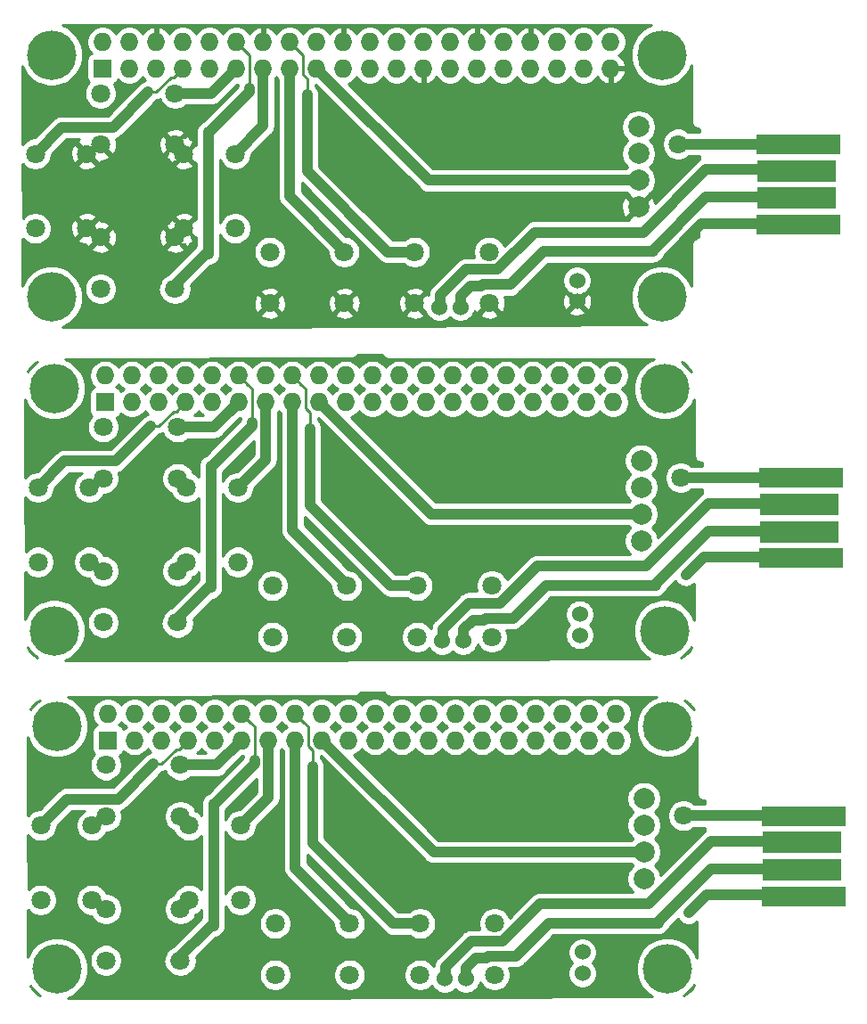
<source format=gbl>
G04 #@! TF.GenerationSoftware,KiCad,Pcbnew,5.1.5*
G04 #@! TF.CreationDate,2019-12-13T10:30:29+01:00*
G04 #@! TF.ProjectId,anavi-play-phat,616e6176-692d-4706-9c61-792d70686174,rev?*
G04 #@! TF.SameCoordinates,Original*
G04 #@! TF.FileFunction,Copper,L2,Bot*
G04 #@! TF.FilePolarity,Positive*
%FSLAX46Y46*%
G04 Gerber Fmt 4.6, Leading zero omitted, Abs format (unit mm)*
G04 Created by KiCad (PCBNEW 5.1.5) date 2019-12-13 10:30:29*
%MOMM*%
%LPD*%
G04 APERTURE LIST*
%ADD10C,1.800000*%
%ADD11R,8.000000X1.900000*%
%ADD12R,7.500000X2.000000*%
%ADD13C,4.700000*%
%ADD14O,1.727200X1.727200*%
%ADD15R,1.727200X1.727200*%
%ADD16C,1.524000*%
%ADD17C,2.000000*%
%ADD18C,1.000000*%
%ADD19C,0.500000*%
%ADD20C,0.254000*%
G04 APERTURE END LIST*
D10*
X180019200Y-160974000D03*
X172939200Y-165854000D03*
X172939200Y-160974000D03*
X180019200Y-165854000D03*
D11*
X223211200Y-158373600D03*
X223211200Y-150753600D03*
D12*
X222961200Y-153263600D03*
X222961200Y-155863600D03*
D10*
X150663200Y-151654000D03*
X155543200Y-158734000D03*
X150663200Y-158734000D03*
X155543200Y-151654000D03*
X193786000Y-160974000D03*
X186706000Y-165854000D03*
X186706000Y-160974000D03*
X193786000Y-165854000D03*
D13*
X210203200Y-142254000D03*
X152203200Y-142254000D03*
D10*
X169643200Y-158734000D03*
X164763200Y-151654000D03*
X169643200Y-151654000D03*
X164763200Y-158734000D03*
D13*
X152203200Y-165254000D03*
X210203200Y-165254000D03*
D10*
X156863200Y-164474000D03*
X163943200Y-159594000D03*
X163943200Y-164474000D03*
X156863200Y-159594000D03*
X163943200Y-145914000D03*
X156863200Y-150794000D03*
X156863200Y-145914000D03*
X163943200Y-150794000D03*
D14*
X205313200Y-141014000D03*
X205313200Y-143554000D03*
X202773200Y-141014000D03*
X202773200Y-143554000D03*
X200233200Y-141014000D03*
X200233200Y-143554000D03*
X197693200Y-141014000D03*
X197693200Y-143554000D03*
X195153200Y-141014000D03*
X195153200Y-143554000D03*
X192613200Y-141014000D03*
X192613200Y-143554000D03*
X190073200Y-141014000D03*
X190073200Y-143554000D03*
X187533200Y-141014000D03*
X187533200Y-143554000D03*
X184993200Y-141014000D03*
X184993200Y-143554000D03*
X182453200Y-141014000D03*
X182453200Y-143554000D03*
X179913200Y-141014000D03*
X179913200Y-143554000D03*
X177373200Y-141014000D03*
X177373200Y-143554000D03*
X174833200Y-141014000D03*
X174833200Y-143554000D03*
X172293200Y-141014000D03*
X172293200Y-143554000D03*
X169753200Y-141014000D03*
X169753200Y-143554000D03*
X167213200Y-141014000D03*
X167213200Y-143554000D03*
X164673200Y-141014000D03*
X164673200Y-143554000D03*
X162133200Y-141014000D03*
X162133200Y-143554000D03*
X159593200Y-141014000D03*
X159593200Y-143554000D03*
X157053200Y-141014000D03*
D15*
X157053200Y-143554000D03*
D16*
X189058800Y-166217600D03*
X191058800Y-166217600D03*
X202133200Y-165693600D03*
X202133200Y-163693600D03*
D17*
X207975200Y-156718000D03*
X207975200Y-154178000D03*
X207975200Y-151638000D03*
X207975200Y-149098000D03*
D10*
X179765200Y-128868400D03*
X172685200Y-133748400D03*
X172685200Y-128868400D03*
X179765200Y-133748400D03*
D11*
X222957200Y-126268000D03*
X222957200Y-118648000D03*
D12*
X222707200Y-121158000D03*
X222707200Y-123758000D03*
D10*
X150409200Y-119548400D03*
X155289200Y-126628400D03*
X150409200Y-126628400D03*
X155289200Y-119548400D03*
X193532000Y-128868400D03*
X186452000Y-133748400D03*
X186452000Y-128868400D03*
X193532000Y-133748400D03*
D13*
X209949200Y-110148400D03*
X151949200Y-110148400D03*
D10*
X169389200Y-126628400D03*
X164509200Y-119548400D03*
X169389200Y-119548400D03*
X164509200Y-126628400D03*
D13*
X151949200Y-133148400D03*
X209949200Y-133148400D03*
D10*
X156609200Y-132368400D03*
X163689200Y-127488400D03*
X163689200Y-132368400D03*
X156609200Y-127488400D03*
X163689200Y-113808400D03*
X156609200Y-118688400D03*
X156609200Y-113808400D03*
X163689200Y-118688400D03*
D14*
X205059200Y-108908400D03*
X205059200Y-111448400D03*
X202519200Y-108908400D03*
X202519200Y-111448400D03*
X199979200Y-108908400D03*
X199979200Y-111448400D03*
X197439200Y-108908400D03*
X197439200Y-111448400D03*
X194899200Y-108908400D03*
X194899200Y-111448400D03*
X192359200Y-108908400D03*
X192359200Y-111448400D03*
X189819200Y-108908400D03*
X189819200Y-111448400D03*
X187279200Y-108908400D03*
X187279200Y-111448400D03*
X184739200Y-108908400D03*
X184739200Y-111448400D03*
X182199200Y-108908400D03*
X182199200Y-111448400D03*
X179659200Y-108908400D03*
X179659200Y-111448400D03*
X177119200Y-108908400D03*
X177119200Y-111448400D03*
X174579200Y-108908400D03*
X174579200Y-111448400D03*
X172039200Y-108908400D03*
X172039200Y-111448400D03*
X169499200Y-108908400D03*
X169499200Y-111448400D03*
X166959200Y-108908400D03*
X166959200Y-111448400D03*
X164419200Y-108908400D03*
X164419200Y-111448400D03*
X161879200Y-108908400D03*
X161879200Y-111448400D03*
X159339200Y-108908400D03*
X159339200Y-111448400D03*
X156799200Y-108908400D03*
D15*
X156799200Y-111448400D03*
D16*
X188804800Y-134112000D03*
X190804800Y-134112000D03*
X201879200Y-133588000D03*
X201879200Y-131588000D03*
D17*
X207721200Y-124612400D03*
X207721200Y-122072400D03*
X207721200Y-119532400D03*
X207721200Y-116992400D03*
D16*
X201625200Y-99888800D03*
X201625200Y-101888800D03*
X190550800Y-102412800D03*
X188550800Y-102412800D03*
D17*
X207467200Y-85293200D03*
X207467200Y-87833200D03*
X207467200Y-90373200D03*
X207467200Y-92913200D03*
D12*
X222453200Y-92058800D03*
X222453200Y-89458800D03*
D11*
X222703200Y-86948800D03*
X222703200Y-94568800D03*
D10*
X193278000Y-102049200D03*
X186198000Y-97169200D03*
X186198000Y-102049200D03*
X193278000Y-97169200D03*
X156355200Y-95789200D03*
X163435200Y-100669200D03*
X163435200Y-95789200D03*
X156355200Y-100669200D03*
X164255200Y-94929200D03*
X169135200Y-87849200D03*
X164255200Y-87849200D03*
X169135200Y-94929200D03*
X179511200Y-102049200D03*
X172431200Y-97169200D03*
X172431200Y-102049200D03*
X179511200Y-97169200D03*
X155035200Y-87849200D03*
X150155200Y-94929200D03*
X155035200Y-94929200D03*
X150155200Y-87849200D03*
X163435200Y-86989200D03*
X156355200Y-82109200D03*
X156355200Y-86989200D03*
X163435200Y-82109200D03*
D15*
X156545200Y-79749200D03*
D14*
X156545200Y-77209200D03*
X159085200Y-79749200D03*
X159085200Y-77209200D03*
X161625200Y-79749200D03*
X161625200Y-77209200D03*
X164165200Y-79749200D03*
X164165200Y-77209200D03*
X166705200Y-79749200D03*
X166705200Y-77209200D03*
X169245200Y-79749200D03*
X169245200Y-77209200D03*
X171785200Y-79749200D03*
X171785200Y-77209200D03*
X174325200Y-79749200D03*
X174325200Y-77209200D03*
X176865200Y-79749200D03*
X176865200Y-77209200D03*
X179405200Y-79749200D03*
X179405200Y-77209200D03*
X181945200Y-79749200D03*
X181945200Y-77209200D03*
X184485200Y-79749200D03*
X184485200Y-77209200D03*
X187025200Y-79749200D03*
X187025200Y-77209200D03*
X189565200Y-79749200D03*
X189565200Y-77209200D03*
X192105200Y-79749200D03*
X192105200Y-77209200D03*
X194645200Y-79749200D03*
X194645200Y-77209200D03*
X197185200Y-79749200D03*
X197185200Y-77209200D03*
X199725200Y-79749200D03*
X199725200Y-77209200D03*
X202265200Y-79749200D03*
X202265200Y-77209200D03*
X204805200Y-79749200D03*
X204805200Y-77209200D03*
D13*
X151695200Y-78449200D03*
X209695200Y-78449200D03*
X209695200Y-101449200D03*
X151695200Y-101449200D03*
D10*
X211480400Y-118618000D03*
X211734400Y-150723600D03*
X211226400Y-86918800D03*
D18*
X177119200Y-111448400D02*
X187743200Y-122072400D01*
D19*
X156794200Y-111785400D02*
X156794200Y-111404400D01*
X156794200Y-111404400D02*
X156799200Y-111448400D01*
D18*
X206306987Y-122072400D02*
X207721200Y-122072400D01*
X187743200Y-122072400D02*
X206306987Y-122072400D01*
X219147200Y-126166400D02*
X214147200Y-126166400D01*
X213685600Y-126166400D02*
X211988400Y-127863600D01*
X214147200Y-126166400D02*
X213685600Y-126166400D01*
D19*
X156799200Y-108908400D02*
X156496200Y-108908400D01*
X156799200Y-108908400D02*
X156686700Y-108908400D01*
D18*
X219075600Y-118618000D02*
X219147200Y-118546400D01*
X211480400Y-118618000D02*
X219075600Y-118618000D01*
X168635601Y-112311999D02*
X169499200Y-111448400D01*
X167139200Y-113808400D02*
X163689200Y-113808400D01*
X169499200Y-111448400D02*
X167139200Y-113808400D01*
D19*
X189819200Y-108908400D02*
X189819200Y-108287900D01*
X189819200Y-108908400D02*
X189814200Y-108864400D01*
X161874200Y-111404400D02*
X161879200Y-111448400D01*
D20*
X175442799Y-109771999D02*
X174579200Y-108908400D01*
X175823801Y-112019001D02*
X175823801Y-110153001D01*
X176225200Y-112420400D02*
X175823801Y-112019001D01*
X175823801Y-110153001D02*
X175442799Y-109771999D01*
X176225200Y-113944400D02*
X176225200Y-112420400D01*
D18*
X183894400Y-128878000D02*
X186452000Y-128878000D01*
X176225200Y-121208800D02*
X183894400Y-128878000D01*
X176225200Y-113944400D02*
X176225200Y-121208800D01*
D19*
X169499200Y-108908400D02*
X169494200Y-108864400D01*
X169499200Y-108908400D02*
X169449200Y-108898400D01*
D20*
X170362799Y-109771999D02*
X169499200Y-108908400D01*
X170743801Y-110153001D02*
X170362799Y-109771999D01*
X170743801Y-113329799D02*
X170743801Y-110153001D01*
X170637200Y-113436400D02*
X170743801Y-113329799D01*
D18*
X166827200Y-117500400D02*
X166827200Y-129068400D01*
X170743801Y-113685399D02*
X170743801Y-113329799D01*
X166928800Y-117500400D02*
X170743801Y-113685399D01*
X166827200Y-117500400D02*
X166928800Y-117500400D01*
X166573200Y-129068400D02*
X163204400Y-132437200D01*
X172039200Y-116898400D02*
X169389200Y-119548400D01*
X172039200Y-111448400D02*
X172039200Y-116898400D01*
X174579200Y-123590400D02*
X174579200Y-111448400D01*
X179765200Y-128776400D02*
X174579200Y-123590400D01*
D20*
X163289719Y-112311999D02*
X163555601Y-112311999D01*
X161911318Y-113690400D02*
X163289719Y-112311999D01*
X161137600Y-113690400D02*
X161911318Y-113690400D01*
D18*
X164419200Y-111448400D02*
X164273250Y-111448400D01*
X152923201Y-117034399D02*
X157793601Y-117034399D01*
X150409200Y-119548400D02*
X152923201Y-117034399D01*
X157793601Y-117034399D02*
X161137600Y-113690400D01*
D20*
X163555601Y-112311999D02*
X164419200Y-111448400D01*
D18*
X192777998Y-132145201D02*
X192944799Y-131978400D01*
X190855600Y-133045200D02*
X191755599Y-132145201D01*
X191755599Y-132145201D02*
X192777998Y-132145201D01*
X192944799Y-131978400D02*
X195529200Y-131978400D01*
X195529200Y-131978400D02*
X198678800Y-128828800D01*
X198678800Y-128828800D02*
X209092800Y-128828800D01*
X214147200Y-123656400D02*
X218897200Y-123656400D01*
X209092800Y-128710800D02*
X214147200Y-123656400D01*
X209092800Y-128828800D02*
X209092800Y-128710800D01*
X190855600Y-133045200D02*
X190855600Y-134148400D01*
X214147200Y-121056400D02*
X208203600Y-127000000D01*
X191336799Y-130532001D02*
X188874400Y-132994400D01*
X194325921Y-130532001D02*
X191336799Y-130532001D01*
X218897200Y-121056400D02*
X214147200Y-121056400D01*
X208203600Y-127000000D02*
X197857922Y-127000000D01*
X197857922Y-127000000D02*
X194325921Y-130532001D01*
X188874400Y-134046800D02*
X188772800Y-134148400D01*
X188874400Y-132994400D02*
X188874400Y-134046800D01*
X177373200Y-143554000D02*
X187997200Y-154178000D01*
D19*
X157048200Y-143891000D02*
X157048200Y-143510000D01*
X157048200Y-143510000D02*
X157053200Y-143554000D01*
D18*
X206560987Y-154178000D02*
X207975200Y-154178000D01*
X187997200Y-154178000D02*
X206560987Y-154178000D01*
X219401200Y-158272000D02*
X214401200Y-158272000D01*
X213939600Y-158272000D02*
X212242400Y-159969200D01*
X214401200Y-158272000D02*
X213939600Y-158272000D01*
D19*
X157053200Y-141014000D02*
X156750200Y-141014000D01*
X157053200Y-141014000D02*
X156940700Y-141014000D01*
D18*
X219329600Y-150723600D02*
X219401200Y-150652000D01*
X211734400Y-150723600D02*
X219329600Y-150723600D01*
X168889601Y-144417599D02*
X169753200Y-143554000D01*
X167393200Y-145914000D02*
X163943200Y-145914000D01*
X169753200Y-143554000D02*
X167393200Y-145914000D01*
D19*
X190073200Y-141014000D02*
X190073200Y-140393500D01*
X190073200Y-141014000D02*
X190068200Y-140970000D01*
X162128200Y-143510000D02*
X162133200Y-143554000D01*
D20*
X175696799Y-141877599D02*
X174833200Y-141014000D01*
X176077801Y-144124601D02*
X176077801Y-142258601D01*
X176479200Y-144526000D02*
X176077801Y-144124601D01*
X176077801Y-142258601D02*
X175696799Y-141877599D01*
X176479200Y-146050000D02*
X176479200Y-144526000D01*
D18*
X184148400Y-160983600D02*
X186706000Y-160983600D01*
X176479200Y-153314400D02*
X184148400Y-160983600D01*
X176479200Y-146050000D02*
X176479200Y-153314400D01*
D19*
X169753200Y-141014000D02*
X169748200Y-140970000D01*
X169753200Y-141014000D02*
X169703200Y-141004000D01*
D20*
X170616799Y-141877599D02*
X169753200Y-141014000D01*
X170997801Y-142258601D02*
X170616799Y-141877599D01*
X170997801Y-145435399D02*
X170997801Y-142258601D01*
X170891200Y-145542000D02*
X170997801Y-145435399D01*
D18*
X167081200Y-149606000D02*
X167081200Y-161174000D01*
X170997801Y-145790999D02*
X170997801Y-145435399D01*
X167182800Y-149606000D02*
X170997801Y-145790999D01*
X167081200Y-149606000D02*
X167182800Y-149606000D01*
X166827200Y-161174000D02*
X163458400Y-164542800D01*
X172293200Y-149004000D02*
X169643200Y-151654000D01*
X172293200Y-143554000D02*
X172293200Y-149004000D01*
X174833200Y-155696000D02*
X174833200Y-143554000D01*
X180019200Y-160882000D02*
X174833200Y-155696000D01*
D20*
X163543719Y-144417599D02*
X163809601Y-144417599D01*
X162165318Y-145796000D02*
X163543719Y-144417599D01*
X161391600Y-145796000D02*
X162165318Y-145796000D01*
D18*
X164673200Y-143554000D02*
X164527250Y-143554000D01*
X153177201Y-149139999D02*
X158047601Y-149139999D01*
X150663200Y-151654000D02*
X153177201Y-149139999D01*
X158047601Y-149139999D02*
X161391600Y-145796000D01*
D20*
X163809601Y-144417599D02*
X164673200Y-143554000D01*
D18*
X193031998Y-164250801D02*
X193198799Y-164084000D01*
X191109600Y-165150800D02*
X192009599Y-164250801D01*
X192009599Y-164250801D02*
X193031998Y-164250801D01*
X193198799Y-164084000D02*
X195783200Y-164084000D01*
X195783200Y-164084000D02*
X198932800Y-160934400D01*
X198932800Y-160934400D02*
X209346800Y-160934400D01*
X214401200Y-155762000D02*
X219151200Y-155762000D01*
X209346800Y-160816400D02*
X214401200Y-155762000D01*
X209346800Y-160934400D02*
X209346800Y-160816400D01*
X191109600Y-165150800D02*
X191109600Y-166254000D01*
X214401200Y-153162000D02*
X208457600Y-159105600D01*
X191590799Y-162637601D02*
X189128400Y-165100000D01*
X194579921Y-162637601D02*
X191590799Y-162637601D01*
X219151200Y-153162000D02*
X214401200Y-153162000D01*
X208457600Y-159105600D02*
X198111922Y-159105600D01*
X198111922Y-159105600D02*
X194579921Y-162637601D01*
X189128400Y-166152400D02*
X189026800Y-166254000D01*
X189128400Y-165100000D02*
X189128400Y-166152400D01*
D19*
X156540200Y-80086200D02*
X156540200Y-79705200D01*
X156540200Y-79705200D02*
X156545200Y-79749200D01*
D18*
X206052987Y-90373200D02*
X207467200Y-90373200D01*
X187489200Y-90373200D02*
X206052987Y-90373200D01*
X176865200Y-79749200D02*
X187489200Y-90373200D01*
X218893200Y-94467200D02*
X213893200Y-94467200D01*
X213893200Y-94467200D02*
X213431600Y-94467200D01*
X213431600Y-94467200D02*
X211734400Y-96164400D01*
X218821600Y-86918800D02*
X218893200Y-86847200D01*
X211226400Y-86918800D02*
X218821600Y-86918800D01*
D19*
X156545200Y-77209200D02*
X156242200Y-77209200D01*
X156545200Y-77209200D02*
X156432700Y-77209200D01*
D18*
X168381601Y-80612799D02*
X169245200Y-79749200D01*
X166885200Y-82109200D02*
X163435200Y-82109200D01*
X169245200Y-79749200D02*
X166885200Y-82109200D01*
D19*
X189565200Y-77209200D02*
X189565200Y-76588700D01*
X189565200Y-77209200D02*
X189560200Y-77165200D01*
X161620200Y-79705200D02*
X161625200Y-79749200D01*
D20*
X175188799Y-78072799D02*
X174325200Y-77209200D01*
X175569801Y-80319801D02*
X175569801Y-78453801D01*
X175971200Y-80721200D02*
X175569801Y-80319801D01*
X175569801Y-78453801D02*
X175188799Y-78072799D01*
X175971200Y-82245200D02*
X175971200Y-80721200D01*
D18*
X183640400Y-97178800D02*
X186198000Y-97178800D01*
X175971200Y-89509600D02*
X183640400Y-97178800D01*
X175971200Y-82245200D02*
X175971200Y-89509600D01*
D19*
X169245200Y-77209200D02*
X169240200Y-77165200D01*
X169245200Y-77209200D02*
X169195200Y-77199200D01*
D20*
X170108799Y-78072799D02*
X169245200Y-77209200D01*
X170489801Y-78453801D02*
X170108799Y-78072799D01*
X170489801Y-81630599D02*
X170489801Y-78453801D01*
X170383200Y-81737200D02*
X170489801Y-81630599D01*
D18*
X166573200Y-85801200D02*
X166573200Y-97369200D01*
X170489801Y-81986199D02*
X170489801Y-81630599D01*
X166674800Y-85801200D02*
X170489801Y-81986199D01*
X166573200Y-85801200D02*
X166674800Y-85801200D01*
X166319200Y-97369200D02*
X162950400Y-100738000D01*
X171785200Y-85199200D02*
X169135200Y-87849200D01*
X171785200Y-79749200D02*
X171785200Y-85199200D01*
X174325200Y-91891200D02*
X174325200Y-79749200D01*
X179511200Y-97077200D02*
X174325200Y-91891200D01*
X164165200Y-79749200D02*
X164019250Y-79749200D01*
X152669201Y-85335199D02*
X157539601Y-85335199D01*
X150155200Y-87849200D02*
X152669201Y-85335199D01*
X157539601Y-85335199D02*
X160883600Y-81991200D01*
D20*
X163301601Y-80612799D02*
X164165200Y-79749200D01*
X163035719Y-80612799D02*
X163301601Y-80612799D01*
X161657318Y-81991200D02*
X163035719Y-80612799D01*
X160883600Y-81991200D02*
X161657318Y-81991200D01*
D18*
X192523998Y-100446001D02*
X192690799Y-100279200D01*
X190601600Y-101346000D02*
X191501599Y-100446001D01*
X191501599Y-100446001D02*
X192523998Y-100446001D01*
X192690799Y-100279200D02*
X195275200Y-100279200D01*
X195275200Y-100279200D02*
X198424800Y-97129600D01*
X198424800Y-97129600D02*
X208838800Y-97129600D01*
X213893200Y-91957200D02*
X218643200Y-91957200D01*
X208838800Y-97011600D02*
X213893200Y-91957200D01*
X208838800Y-97129600D02*
X208838800Y-97011600D01*
X190601600Y-101346000D02*
X190601600Y-102449200D01*
X213893200Y-89357200D02*
X207949600Y-95300800D01*
X191082799Y-98832801D02*
X188620400Y-101295200D01*
X194071921Y-98832801D02*
X191082799Y-98832801D01*
X218643200Y-89357200D02*
X213893200Y-89357200D01*
X207949600Y-95300800D02*
X197603922Y-95300800D01*
X197603922Y-95300800D02*
X194071921Y-98832801D01*
X188620400Y-102347600D02*
X188518800Y-102449200D01*
X188620400Y-101295200D02*
X188620400Y-102347600D01*
D20*
G36*
X208281272Y-75803927D02*
G01*
X207792374Y-76130599D01*
X207376599Y-76546374D01*
X207049927Y-77035272D01*
X206824912Y-77578508D01*
X206710200Y-78155203D01*
X206710200Y-78743197D01*
X206824912Y-79319892D01*
X207049927Y-79863128D01*
X207376599Y-80352026D01*
X207792374Y-80767801D01*
X208281272Y-81094473D01*
X208824508Y-81319488D01*
X209401203Y-81434200D01*
X209989197Y-81434200D01*
X210565892Y-81319488D01*
X211109128Y-81094473D01*
X211598026Y-80767801D01*
X212013801Y-80352026D01*
X212340473Y-79863128D01*
X212511300Y-79450713D01*
X212511301Y-81878744D01*
X212511300Y-81878754D01*
X212511301Y-84751543D01*
X212507986Y-84785200D01*
X212521212Y-84919483D01*
X212560381Y-85048606D01*
X212623988Y-85167607D01*
X212709589Y-85271911D01*
X212813893Y-85357512D01*
X212932894Y-85421119D01*
X213062017Y-85460288D01*
X213162653Y-85470200D01*
X213196300Y-85473514D01*
X213229947Y-85470200D01*
X213261514Y-85470200D01*
X213259334Y-85783800D01*
X212262217Y-85783800D01*
X212204905Y-85726488D01*
X211953495Y-85558501D01*
X211674143Y-85442789D01*
X211377584Y-85383800D01*
X211075216Y-85383800D01*
X210778657Y-85442789D01*
X210499305Y-85558501D01*
X210247895Y-85726488D01*
X210034088Y-85940295D01*
X209866101Y-86191705D01*
X209750389Y-86471057D01*
X209691400Y-86767616D01*
X209691400Y-87069984D01*
X209750389Y-87366543D01*
X209866101Y-87645895D01*
X210034088Y-87897305D01*
X210247895Y-88111112D01*
X210499305Y-88279099D01*
X210778657Y-88394811D01*
X211075216Y-88453800D01*
X211377584Y-88453800D01*
X211674143Y-88394811D01*
X211953495Y-88279099D01*
X212204905Y-88111112D01*
X212262217Y-88053800D01*
X213243557Y-88053800D01*
X213240982Y-88424176D01*
X213130056Y-88515211D01*
X213130054Y-88515213D01*
X213086751Y-88550751D01*
X213051213Y-88594054D01*
X209071020Y-92574248D01*
X209065161Y-92531525D01*
X208959995Y-92227112D01*
X208867014Y-92053156D01*
X208602613Y-91957392D01*
X207646805Y-92913200D01*
X207660948Y-92927343D01*
X207481343Y-93106948D01*
X207467200Y-93092805D01*
X206511392Y-94048613D01*
X206553836Y-94165800D01*
X197659674Y-94165800D01*
X197603922Y-94160309D01*
X197548170Y-94165800D01*
X197446170Y-94175846D01*
X197381423Y-94182223D01*
X197167475Y-94247124D01*
X196970299Y-94352516D01*
X196840778Y-94458811D01*
X196840776Y-94458813D01*
X196797473Y-94494351D01*
X196761935Y-94537654D01*
X194702497Y-96597093D01*
X194638299Y-96442105D01*
X194470312Y-96190695D01*
X194256505Y-95976888D01*
X194005095Y-95808901D01*
X193725743Y-95693189D01*
X193429184Y-95634200D01*
X193126816Y-95634200D01*
X192830257Y-95693189D01*
X192550905Y-95808901D01*
X192299495Y-95976888D01*
X192085688Y-96190695D01*
X191917701Y-96442105D01*
X191801989Y-96721457D01*
X191743000Y-97018016D01*
X191743000Y-97320384D01*
X191801989Y-97616943D01*
X191835482Y-97697801D01*
X191138550Y-97697801D01*
X191082798Y-97692310D01*
X191027047Y-97697801D01*
X190860300Y-97714224D01*
X190646352Y-97779125D01*
X190449176Y-97884517D01*
X190276350Y-98026352D01*
X190240810Y-98069658D01*
X187857265Y-100453204D01*
X187813951Y-100488751D01*
X187672116Y-100661577D01*
X187609174Y-100779335D01*
X187566724Y-100858754D01*
X187501823Y-101072702D01*
X187485515Y-101238285D01*
X187262080Y-101164725D01*
X186377605Y-102049200D01*
X187249058Y-102920653D01*
X187312795Y-103074527D01*
X187465680Y-103303335D01*
X187660265Y-103497920D01*
X187889073Y-103650805D01*
X188143310Y-103756114D01*
X188413208Y-103809800D01*
X188688392Y-103809800D01*
X188958290Y-103756114D01*
X189212527Y-103650805D01*
X189441335Y-103497920D01*
X189550800Y-103388455D01*
X189660265Y-103497920D01*
X189889073Y-103650805D01*
X190143310Y-103756114D01*
X190413208Y-103809800D01*
X190688392Y-103809800D01*
X190958290Y-103756114D01*
X191212527Y-103650805D01*
X191441335Y-103497920D01*
X191635920Y-103303335D01*
X191762911Y-103113280D01*
X192393525Y-103113280D01*
X192477208Y-103367461D01*
X192749775Y-103498358D01*
X193042642Y-103573565D01*
X193344553Y-103590191D01*
X193643907Y-103547597D01*
X193929199Y-103447422D01*
X194078792Y-103367461D01*
X194162475Y-103113280D01*
X193278000Y-102228805D01*
X192393525Y-103113280D01*
X191762911Y-103113280D01*
X191788805Y-103074527D01*
X191894114Y-102820290D01*
X191907606Y-102752461D01*
X191959739Y-102849992D01*
X192213920Y-102933675D01*
X193098395Y-102049200D01*
X193084253Y-102035058D01*
X193263858Y-101855453D01*
X193278000Y-101869595D01*
X193292143Y-101855453D01*
X193471748Y-102035058D01*
X193457605Y-102049200D01*
X194342080Y-102933675D01*
X194582978Y-102854365D01*
X200839240Y-102854365D01*
X200906220Y-103094456D01*
X201155248Y-103211556D01*
X201422335Y-103277823D01*
X201697217Y-103290710D01*
X201969333Y-103249722D01*
X202228223Y-103156436D01*
X202344180Y-103094456D01*
X202411160Y-102854365D01*
X201625200Y-102068405D01*
X200839240Y-102854365D01*
X194582978Y-102854365D01*
X194596261Y-102849992D01*
X194727158Y-102577425D01*
X194802365Y-102284558D01*
X194818991Y-101982647D01*
X194815885Y-101960817D01*
X200223290Y-101960817D01*
X200264278Y-102232933D01*
X200357564Y-102491823D01*
X200419544Y-102607780D01*
X200659635Y-102674760D01*
X201445595Y-101888800D01*
X201804805Y-101888800D01*
X202590765Y-102674760D01*
X202830856Y-102607780D01*
X202947956Y-102358752D01*
X203014223Y-102091665D01*
X203027110Y-101816783D01*
X202986122Y-101544667D01*
X202892836Y-101285777D01*
X202830856Y-101169820D01*
X202590765Y-101102840D01*
X201804805Y-101888800D01*
X201445595Y-101888800D01*
X200659635Y-101102840D01*
X200419544Y-101169820D01*
X200302444Y-101418848D01*
X200236177Y-101685935D01*
X200223290Y-101960817D01*
X194815885Y-101960817D01*
X194776397Y-101683293D01*
X194681910Y-101414200D01*
X195219449Y-101414200D01*
X195275200Y-101419691D01*
X195330951Y-101414200D01*
X195330952Y-101414200D01*
X195497699Y-101397777D01*
X195711647Y-101332876D01*
X195908823Y-101227484D01*
X196081649Y-101085649D01*
X196117196Y-101042335D01*
X197408323Y-99751208D01*
X200228200Y-99751208D01*
X200228200Y-100026392D01*
X200281886Y-100296290D01*
X200387195Y-100550527D01*
X200540080Y-100779335D01*
X200734665Y-100973920D01*
X200963473Y-101126805D01*
X201098910Y-101182905D01*
X201625200Y-101709195D01*
X202151490Y-101182905D01*
X202286927Y-101126805D01*
X202515735Y-100973920D01*
X202710320Y-100779335D01*
X202863205Y-100550527D01*
X202968514Y-100296290D01*
X203022200Y-100026392D01*
X203022200Y-99751208D01*
X202968514Y-99481310D01*
X202863205Y-99227073D01*
X202710320Y-98998265D01*
X202515735Y-98803680D01*
X202286927Y-98650795D01*
X202032690Y-98545486D01*
X201762792Y-98491800D01*
X201487608Y-98491800D01*
X201217710Y-98545486D01*
X200963473Y-98650795D01*
X200734665Y-98803680D01*
X200540080Y-98998265D01*
X200387195Y-99227073D01*
X200281886Y-99481310D01*
X200228200Y-99751208D01*
X197408323Y-99751208D01*
X198894932Y-98264600D01*
X208783048Y-98264600D01*
X208838800Y-98270091D01*
X208894551Y-98264600D01*
X208894552Y-98264600D01*
X209061299Y-98248177D01*
X209275247Y-98183276D01*
X209472423Y-98077884D01*
X209645249Y-97936049D01*
X209787084Y-97763223D01*
X209892476Y-97566047D01*
X209893779Y-97561752D01*
X213200455Y-94255077D01*
X213189845Y-95781522D01*
X213162653Y-95784200D01*
X213062017Y-95794112D01*
X212932894Y-95833281D01*
X212813893Y-95896888D01*
X212709589Y-95982489D01*
X212623988Y-96086793D01*
X212560381Y-96205794D01*
X212521212Y-96334917D01*
X212507986Y-96469200D01*
X212511301Y-96502857D01*
X212511300Y-97959553D01*
X212511300Y-97959554D01*
X212511301Y-100447688D01*
X212340473Y-100035272D01*
X212013801Y-99546374D01*
X211598026Y-99130599D01*
X211109128Y-98803927D01*
X210565892Y-98578912D01*
X209989197Y-98464200D01*
X209401203Y-98464200D01*
X208824508Y-98578912D01*
X208281272Y-98803927D01*
X207792374Y-99130599D01*
X207376599Y-99546374D01*
X207049927Y-100035272D01*
X206824912Y-100578508D01*
X206710200Y-101155203D01*
X206710200Y-101743197D01*
X206824912Y-102319892D01*
X207049927Y-102863128D01*
X207376599Y-103352026D01*
X207792374Y-103767801D01*
X208270493Y-104087271D01*
X169907964Y-104267800D01*
X152690678Y-104267800D01*
X153109128Y-104094473D01*
X153598026Y-103767801D01*
X154013801Y-103352026D01*
X154173326Y-103113280D01*
X171546725Y-103113280D01*
X171630408Y-103367461D01*
X171902975Y-103498358D01*
X172195842Y-103573565D01*
X172497753Y-103590191D01*
X172797107Y-103547597D01*
X173082399Y-103447422D01*
X173231992Y-103367461D01*
X173315675Y-103113280D01*
X178626725Y-103113280D01*
X178710408Y-103367461D01*
X178982975Y-103498358D01*
X179275842Y-103573565D01*
X179577753Y-103590191D01*
X179877107Y-103547597D01*
X180162399Y-103447422D01*
X180311992Y-103367461D01*
X180395675Y-103113280D01*
X185313525Y-103113280D01*
X185397208Y-103367461D01*
X185669775Y-103498358D01*
X185962642Y-103573565D01*
X186264553Y-103590191D01*
X186563907Y-103547597D01*
X186849199Y-103447422D01*
X186998792Y-103367461D01*
X187082475Y-103113280D01*
X186198000Y-102228805D01*
X185313525Y-103113280D01*
X180395675Y-103113280D01*
X179511200Y-102228805D01*
X178626725Y-103113280D01*
X173315675Y-103113280D01*
X172431200Y-102228805D01*
X171546725Y-103113280D01*
X154173326Y-103113280D01*
X154340473Y-102863128D01*
X154565488Y-102319892D01*
X154680200Y-101743197D01*
X154680200Y-101155203D01*
X154565488Y-100578508D01*
X154540432Y-100518016D01*
X154820200Y-100518016D01*
X154820200Y-100820384D01*
X154879189Y-101116943D01*
X154994901Y-101396295D01*
X155162888Y-101647705D01*
X155376695Y-101861512D01*
X155628105Y-102029499D01*
X155907457Y-102145211D01*
X156204016Y-102204200D01*
X156506384Y-102204200D01*
X156802943Y-102145211D01*
X157082295Y-102029499D01*
X157333705Y-101861512D01*
X157547512Y-101647705D01*
X157715499Y-101396295D01*
X157831211Y-101116943D01*
X157890200Y-100820384D01*
X157890200Y-100518016D01*
X157831211Y-100221457D01*
X157715499Y-99942105D01*
X157547512Y-99690695D01*
X157333705Y-99476888D01*
X157082295Y-99308901D01*
X156802943Y-99193189D01*
X156506384Y-99134200D01*
X156204016Y-99134200D01*
X155907457Y-99193189D01*
X155628105Y-99308901D01*
X155376695Y-99476888D01*
X155162888Y-99690695D01*
X154994901Y-99942105D01*
X154879189Y-100221457D01*
X154820200Y-100518016D01*
X154540432Y-100518016D01*
X154340473Y-100035272D01*
X154013801Y-99546374D01*
X153598026Y-99130599D01*
X153109128Y-98803927D01*
X152565892Y-98578912D01*
X151989197Y-98464200D01*
X151401203Y-98464200D01*
X150824508Y-98578912D01*
X150281272Y-98803927D01*
X149792374Y-99130599D01*
X149376599Y-99546374D01*
X149049927Y-100035272D01*
X148900847Y-100395185D01*
X148945172Y-96853280D01*
X155470725Y-96853280D01*
X155554408Y-97107461D01*
X155826975Y-97238358D01*
X156119842Y-97313565D01*
X156421753Y-97330191D01*
X156721107Y-97287597D01*
X157006399Y-97187422D01*
X157155992Y-97107461D01*
X157239675Y-96853280D01*
X156355200Y-95968805D01*
X155470725Y-96853280D01*
X148945172Y-96853280D01*
X148957114Y-95899064D01*
X148962888Y-95907705D01*
X149176695Y-96121512D01*
X149428105Y-96289499D01*
X149707457Y-96405211D01*
X150004016Y-96464200D01*
X150306384Y-96464200D01*
X150602943Y-96405211D01*
X150882295Y-96289499D01*
X151133705Y-96121512D01*
X151261937Y-95993280D01*
X154150725Y-95993280D01*
X154234408Y-96247461D01*
X154506975Y-96378358D01*
X154799842Y-96453565D01*
X154968995Y-96462880D01*
X155036939Y-96589992D01*
X155291120Y-96673675D01*
X155610843Y-96353952D01*
X155686399Y-96327422D01*
X155835992Y-96247461D01*
X155894231Y-96070564D01*
X156175595Y-95789200D01*
X156534805Y-95789200D01*
X157419280Y-96673675D01*
X157673461Y-96589992D01*
X157804358Y-96317425D01*
X157879565Y-96024558D01*
X157888860Y-95855753D01*
X161894209Y-95855753D01*
X161936803Y-96155107D01*
X162036978Y-96440399D01*
X162116939Y-96589992D01*
X162371120Y-96673675D01*
X163255595Y-95789200D01*
X163235595Y-95769200D01*
X163415200Y-95589595D01*
X163435200Y-95609595D01*
X164319675Y-94725120D01*
X164309768Y-94695027D01*
X165139675Y-93865120D01*
X165055992Y-93610939D01*
X164783425Y-93480042D01*
X164490558Y-93404835D01*
X164188647Y-93388209D01*
X163889293Y-93430803D01*
X163604001Y-93530978D01*
X163454408Y-93610939D01*
X163370725Y-93865120D01*
X163804952Y-94299347D01*
X163670558Y-94264835D01*
X163396117Y-94249722D01*
X163191120Y-94044725D01*
X162936939Y-94128408D01*
X162816287Y-94379641D01*
X162784001Y-94390978D01*
X162634408Y-94470939D01*
X162550725Y-94725120D01*
X162719802Y-94894197D01*
X162714209Y-94995753D01*
X162756023Y-95289628D01*
X162371120Y-94904725D01*
X162116939Y-94988408D01*
X161986042Y-95260975D01*
X161910835Y-95553842D01*
X161894209Y-95855753D01*
X157888860Y-95855753D01*
X157896191Y-95722647D01*
X157853597Y-95423293D01*
X157753422Y-95138001D01*
X157673461Y-94988408D01*
X157419280Y-94904725D01*
X156534805Y-95789200D01*
X156175595Y-95789200D01*
X156175106Y-95788711D01*
X156353461Y-95729992D01*
X156463096Y-95501699D01*
X157239675Y-94725120D01*
X157155992Y-94470939D01*
X156883425Y-94340042D01*
X156590558Y-94264835D01*
X156421405Y-94255520D01*
X156353461Y-94128408D01*
X156099280Y-94044725D01*
X155779557Y-94364448D01*
X155704001Y-94390978D01*
X155554408Y-94470939D01*
X155496169Y-94647836D01*
X155214805Y-94929200D01*
X155215294Y-94929689D01*
X155036939Y-94988408D01*
X154927304Y-95216701D01*
X154150725Y-95993280D01*
X151261937Y-95993280D01*
X151347512Y-95907705D01*
X151515499Y-95656295D01*
X151631211Y-95376943D01*
X151690200Y-95080384D01*
X151690200Y-94995753D01*
X153494209Y-94995753D01*
X153536803Y-95295107D01*
X153636978Y-95580399D01*
X153716939Y-95729992D01*
X153971120Y-95813675D01*
X154855595Y-94929200D01*
X153971120Y-94044725D01*
X153716939Y-94128408D01*
X153586042Y-94400975D01*
X153510835Y-94693842D01*
X153494209Y-94995753D01*
X151690200Y-94995753D01*
X151690200Y-94778016D01*
X151631211Y-94481457D01*
X151515499Y-94202105D01*
X151347512Y-93950695D01*
X151261937Y-93865120D01*
X154150725Y-93865120D01*
X155035200Y-94749595D01*
X155919675Y-93865120D01*
X155835992Y-93610939D01*
X155563425Y-93480042D01*
X155270558Y-93404835D01*
X154968647Y-93388209D01*
X154669293Y-93430803D01*
X154384001Y-93530978D01*
X154234408Y-93610939D01*
X154150725Y-93865120D01*
X151261937Y-93865120D01*
X151133705Y-93736888D01*
X150882295Y-93568901D01*
X150602943Y-93453189D01*
X150306384Y-93394200D01*
X150004016Y-93394200D01*
X149707457Y-93453189D01*
X149428105Y-93568901D01*
X149176695Y-93736888D01*
X148965468Y-93948115D01*
X148938334Y-88790957D01*
X148962888Y-88827705D01*
X149176695Y-89041512D01*
X149428105Y-89209499D01*
X149707457Y-89325211D01*
X150004016Y-89384200D01*
X150306384Y-89384200D01*
X150602943Y-89325211D01*
X150882295Y-89209499D01*
X151133705Y-89041512D01*
X151261937Y-88913280D01*
X154150725Y-88913280D01*
X154234408Y-89167461D01*
X154506975Y-89298358D01*
X154799842Y-89373565D01*
X155101753Y-89390191D01*
X155401107Y-89347597D01*
X155686399Y-89247422D01*
X155835992Y-89167461D01*
X155919675Y-88913280D01*
X155035200Y-88028805D01*
X154150725Y-88913280D01*
X151261937Y-88913280D01*
X151347512Y-88827705D01*
X151515499Y-88576295D01*
X151631211Y-88296943D01*
X151690200Y-88000384D01*
X151690200Y-87919331D01*
X151693778Y-87915753D01*
X153494209Y-87915753D01*
X153536803Y-88215107D01*
X153636978Y-88500399D01*
X153716939Y-88649992D01*
X153971120Y-88733675D01*
X154855595Y-87849200D01*
X153971120Y-86964725D01*
X153716939Y-87048408D01*
X153586042Y-87320975D01*
X153510835Y-87613842D01*
X153494209Y-87915753D01*
X151693778Y-87915753D01*
X153139333Y-86470199D01*
X154348042Y-86470199D01*
X154234408Y-86530939D01*
X154150725Y-86785120D01*
X154930448Y-87564843D01*
X154956978Y-87640399D01*
X155036939Y-87789992D01*
X155215294Y-87848711D01*
X155214805Y-87849200D01*
X155496169Y-88130564D01*
X155554408Y-88307461D01*
X155782701Y-88417096D01*
X156099280Y-88733675D01*
X156353461Y-88649992D01*
X156411271Y-88529614D01*
X156421753Y-88530191D01*
X156721107Y-88487597D01*
X157006399Y-88387422D01*
X157155992Y-88307461D01*
X157239675Y-88053280D01*
X156459952Y-87273557D01*
X156433422Y-87198001D01*
X156353461Y-87048408D01*
X156175106Y-86989689D01*
X156175595Y-86989200D01*
X156161453Y-86975058D01*
X156341058Y-86795453D01*
X156355200Y-86809595D01*
X156369343Y-86795453D01*
X156548948Y-86975058D01*
X156534805Y-86989200D01*
X157419280Y-87873675D01*
X157673461Y-87789992D01*
X157804358Y-87517425D01*
X157879565Y-87224558D01*
X157888860Y-87055753D01*
X161894209Y-87055753D01*
X161936803Y-87355107D01*
X162036978Y-87640399D01*
X162116939Y-87789992D01*
X162371120Y-87873675D01*
X162765347Y-87479448D01*
X162730835Y-87613842D01*
X162715722Y-87888283D01*
X162550725Y-88053280D01*
X162634408Y-88307461D01*
X162820634Y-88396894D01*
X162856978Y-88500399D01*
X162936939Y-88649992D01*
X163191120Y-88733675D01*
X163400197Y-88524598D01*
X163501753Y-88530191D01*
X163795628Y-88488377D01*
X163370725Y-88913280D01*
X163454408Y-89167461D01*
X163726975Y-89298358D01*
X164019842Y-89373565D01*
X164321753Y-89390191D01*
X164621107Y-89347597D01*
X164906399Y-89247422D01*
X165055992Y-89167461D01*
X165139675Y-88913280D01*
X164309768Y-88083373D01*
X164319675Y-88053280D01*
X163435200Y-87168805D01*
X163415200Y-87188805D01*
X163235595Y-87009200D01*
X163255595Y-86989200D01*
X162371120Y-86104725D01*
X162116939Y-86188408D01*
X161986042Y-86460975D01*
X161910835Y-86753842D01*
X161894209Y-87055753D01*
X157888860Y-87055753D01*
X157896191Y-86922647D01*
X157853597Y-86623293D01*
X157790996Y-86445010D01*
X157976048Y-86388875D01*
X158173224Y-86283483D01*
X158346050Y-86141648D01*
X158381597Y-86098334D01*
X161725588Y-82754344D01*
X161729322Y-82749794D01*
X161806696Y-82742174D01*
X161950333Y-82698602D01*
X162005625Y-82669048D01*
X162074901Y-82836295D01*
X162242888Y-83087705D01*
X162456695Y-83301512D01*
X162708105Y-83469499D01*
X162987457Y-83585211D01*
X163284016Y-83644200D01*
X163586384Y-83644200D01*
X163882943Y-83585211D01*
X164162295Y-83469499D01*
X164413705Y-83301512D01*
X164471017Y-83244200D01*
X166829449Y-83244200D01*
X166885200Y-83249691D01*
X166940951Y-83244200D01*
X166940952Y-83244200D01*
X167107699Y-83227777D01*
X167321647Y-83162876D01*
X167518823Y-83057484D01*
X167691649Y-82915649D01*
X167727196Y-82872335D01*
X169351732Y-81247800D01*
X169392799Y-81247800D01*
X169421588Y-81242074D01*
X169371224Y-81408100D01*
X169361223Y-81509645D01*
X166107949Y-84762920D01*
X165939577Y-84852916D01*
X165766751Y-84994751D01*
X165624916Y-85167577D01*
X165519524Y-85364753D01*
X165454623Y-85578701D01*
X165432709Y-85801200D01*
X165438200Y-85856952D01*
X165438200Y-87003877D01*
X165319280Y-86964725D01*
X164925053Y-87358952D01*
X164959565Y-87224558D01*
X164974678Y-86950117D01*
X165139675Y-86785120D01*
X165055992Y-86530939D01*
X164869766Y-86441506D01*
X164833422Y-86338001D01*
X164753461Y-86188408D01*
X164499280Y-86104725D01*
X164290203Y-86313802D01*
X164188647Y-86308209D01*
X163894772Y-86350023D01*
X164319675Y-85925120D01*
X164235992Y-85670939D01*
X163963425Y-85540042D01*
X163670558Y-85464835D01*
X163368647Y-85448209D01*
X163069293Y-85490803D01*
X162784001Y-85590978D01*
X162634408Y-85670939D01*
X162550725Y-85925120D01*
X163380632Y-86755027D01*
X163370725Y-86785120D01*
X164255200Y-87669595D01*
X164275200Y-87649595D01*
X164454805Y-87829200D01*
X164434805Y-87849200D01*
X165319280Y-88733675D01*
X165438200Y-88694523D01*
X165438201Y-94083877D01*
X165319280Y-94044725D01*
X164434805Y-94929200D01*
X164454805Y-94949200D01*
X164275200Y-95128805D01*
X164255200Y-95108805D01*
X163370725Y-95993280D01*
X163380632Y-96023373D01*
X162550725Y-96853280D01*
X162634408Y-97107461D01*
X162906975Y-97238358D01*
X163199842Y-97313565D01*
X163501753Y-97330191D01*
X163801107Y-97287597D01*
X164086399Y-97187422D01*
X164235992Y-97107461D01*
X164319675Y-96853280D01*
X163885448Y-96419053D01*
X164019842Y-96453565D01*
X164294283Y-96468678D01*
X164499280Y-96673675D01*
X164753461Y-96589992D01*
X164874113Y-96338759D01*
X164906399Y-96327422D01*
X165055992Y-96247461D01*
X165139675Y-95993280D01*
X164970598Y-95824203D01*
X164976191Y-95722647D01*
X164934377Y-95428772D01*
X165319280Y-95813675D01*
X165438201Y-95774523D01*
X165438201Y-96645066D01*
X162821223Y-99262046D01*
X162708105Y-99308901D01*
X162456695Y-99476888D01*
X162242888Y-99690695D01*
X162074901Y-99942105D01*
X162013359Y-100090679D01*
X162002117Y-100104378D01*
X161896724Y-100301554D01*
X161831823Y-100515502D01*
X161809909Y-100738000D01*
X161831823Y-100960498D01*
X161896724Y-101174446D01*
X162002117Y-101371622D01*
X162143952Y-101544448D01*
X162210248Y-101598856D01*
X162242888Y-101647705D01*
X162456695Y-101861512D01*
X162708105Y-102029499D01*
X162987457Y-102145211D01*
X163284016Y-102204200D01*
X163586384Y-102204200D01*
X163882943Y-102145211D01*
X163954060Y-102115753D01*
X170890209Y-102115753D01*
X170932803Y-102415107D01*
X171032978Y-102700399D01*
X171112939Y-102849992D01*
X171367120Y-102933675D01*
X172251595Y-102049200D01*
X172610805Y-102049200D01*
X173495280Y-102933675D01*
X173749461Y-102849992D01*
X173880358Y-102577425D01*
X173955565Y-102284558D01*
X173964860Y-102115753D01*
X177970209Y-102115753D01*
X178012803Y-102415107D01*
X178112978Y-102700399D01*
X178192939Y-102849992D01*
X178447120Y-102933675D01*
X179331595Y-102049200D01*
X179690805Y-102049200D01*
X180575280Y-102933675D01*
X180829461Y-102849992D01*
X180960358Y-102577425D01*
X181035565Y-102284558D01*
X181044860Y-102115753D01*
X184657009Y-102115753D01*
X184699603Y-102415107D01*
X184799778Y-102700399D01*
X184879739Y-102849992D01*
X185133920Y-102933675D01*
X186018395Y-102049200D01*
X185133920Y-101164725D01*
X184879739Y-101248408D01*
X184748842Y-101520975D01*
X184673635Y-101813842D01*
X184657009Y-102115753D01*
X181044860Y-102115753D01*
X181052191Y-101982647D01*
X181009597Y-101683293D01*
X180909422Y-101398001D01*
X180829461Y-101248408D01*
X180575280Y-101164725D01*
X179690805Y-102049200D01*
X179331595Y-102049200D01*
X178447120Y-101164725D01*
X178192939Y-101248408D01*
X178062042Y-101520975D01*
X177986835Y-101813842D01*
X177970209Y-102115753D01*
X173964860Y-102115753D01*
X173972191Y-101982647D01*
X173929597Y-101683293D01*
X173829422Y-101398001D01*
X173749461Y-101248408D01*
X173495280Y-101164725D01*
X172610805Y-102049200D01*
X172251595Y-102049200D01*
X171367120Y-101164725D01*
X171112939Y-101248408D01*
X170982042Y-101520975D01*
X170906835Y-101813842D01*
X170890209Y-102115753D01*
X163954060Y-102115753D01*
X164162295Y-102029499D01*
X164413705Y-101861512D01*
X164627512Y-101647705D01*
X164795499Y-101396295D01*
X164911211Y-101116943D01*
X164937432Y-100985120D01*
X171546725Y-100985120D01*
X172431200Y-101869595D01*
X173315675Y-100985120D01*
X178626725Y-100985120D01*
X179511200Y-101869595D01*
X180395675Y-100985120D01*
X185313525Y-100985120D01*
X186198000Y-101869595D01*
X187082475Y-100985120D01*
X186998792Y-100730939D01*
X186726225Y-100600042D01*
X186433358Y-100524835D01*
X186131447Y-100508209D01*
X185832093Y-100550803D01*
X185546801Y-100650978D01*
X185397208Y-100730939D01*
X185313525Y-100985120D01*
X180395675Y-100985120D01*
X180311992Y-100730939D01*
X180039425Y-100600042D01*
X179746558Y-100524835D01*
X179444647Y-100508209D01*
X179145293Y-100550803D01*
X178860001Y-100650978D01*
X178710408Y-100730939D01*
X178626725Y-100985120D01*
X173315675Y-100985120D01*
X173231992Y-100730939D01*
X172959425Y-100600042D01*
X172666558Y-100524835D01*
X172364647Y-100508209D01*
X172065293Y-100550803D01*
X171780001Y-100650978D01*
X171630408Y-100730939D01*
X171546725Y-100985120D01*
X164937432Y-100985120D01*
X164970200Y-100820384D01*
X164970200Y-100518016D01*
X164937900Y-100355632D01*
X166810135Y-98483398D01*
X167009647Y-98422876D01*
X167206823Y-98317484D01*
X167379649Y-98175649D01*
X167521484Y-98002823D01*
X167626876Y-97805647D01*
X167691777Y-97591699D01*
X167708200Y-97424952D01*
X167708200Y-97018016D01*
X170896200Y-97018016D01*
X170896200Y-97320384D01*
X170955189Y-97616943D01*
X171070901Y-97896295D01*
X171238888Y-98147705D01*
X171452695Y-98361512D01*
X171704105Y-98529499D01*
X171983457Y-98645211D01*
X172280016Y-98704200D01*
X172582384Y-98704200D01*
X172878943Y-98645211D01*
X173158295Y-98529499D01*
X173409705Y-98361512D01*
X173623512Y-98147705D01*
X173791499Y-97896295D01*
X173907211Y-97616943D01*
X173966200Y-97320384D01*
X173966200Y-97018016D01*
X173907211Y-96721457D01*
X173791499Y-96442105D01*
X173623512Y-96190695D01*
X173409705Y-95976888D01*
X173158295Y-95808901D01*
X172878943Y-95693189D01*
X172582384Y-95634200D01*
X172280016Y-95634200D01*
X171983457Y-95693189D01*
X171704105Y-95808901D01*
X171452695Y-95976888D01*
X171238888Y-96190695D01*
X171070901Y-96442105D01*
X170955189Y-96721457D01*
X170896200Y-97018016D01*
X167708200Y-97018016D01*
X167708200Y-95495265D01*
X167774901Y-95656295D01*
X167942888Y-95907705D01*
X168156695Y-96121512D01*
X168408105Y-96289499D01*
X168687457Y-96405211D01*
X168984016Y-96464200D01*
X169286384Y-96464200D01*
X169582943Y-96405211D01*
X169862295Y-96289499D01*
X170113705Y-96121512D01*
X170327512Y-95907705D01*
X170495499Y-95656295D01*
X170611211Y-95376943D01*
X170670200Y-95080384D01*
X170670200Y-94778016D01*
X170611211Y-94481457D01*
X170495499Y-94202105D01*
X170327512Y-93950695D01*
X170113705Y-93736888D01*
X169862295Y-93568901D01*
X169582943Y-93453189D01*
X169286384Y-93394200D01*
X168984016Y-93394200D01*
X168687457Y-93453189D01*
X168408105Y-93568901D01*
X168156695Y-93736888D01*
X167942888Y-93950695D01*
X167774901Y-94202105D01*
X167708200Y-94363135D01*
X167708200Y-88415265D01*
X167774901Y-88576295D01*
X167942888Y-88827705D01*
X168156695Y-89041512D01*
X168408105Y-89209499D01*
X168687457Y-89325211D01*
X168984016Y-89384200D01*
X169286384Y-89384200D01*
X169582943Y-89325211D01*
X169862295Y-89209499D01*
X170113705Y-89041512D01*
X170327512Y-88827705D01*
X170495499Y-88576295D01*
X170611211Y-88296943D01*
X170670200Y-88000384D01*
X170670200Y-87919331D01*
X172548341Y-86041191D01*
X172591649Y-86005649D01*
X172733484Y-85832823D01*
X172838876Y-85635647D01*
X172903777Y-85421699D01*
X172920200Y-85254952D01*
X172925691Y-85199200D01*
X172920200Y-85143449D01*
X172920200Y-80733541D01*
X172949239Y-80704502D01*
X173055200Y-80545919D01*
X173161161Y-80704502D01*
X173190201Y-80733542D01*
X173190200Y-91835448D01*
X173184709Y-91891200D01*
X173191228Y-91957392D01*
X173206623Y-92113698D01*
X173271524Y-92327646D01*
X173376916Y-92524823D01*
X173518751Y-92697649D01*
X173562065Y-92733196D01*
X177976200Y-97147333D01*
X177976200Y-97320384D01*
X178035189Y-97616943D01*
X178150901Y-97896295D01*
X178318888Y-98147705D01*
X178532695Y-98361512D01*
X178784105Y-98529499D01*
X179063457Y-98645211D01*
X179360016Y-98704200D01*
X179662384Y-98704200D01*
X179958943Y-98645211D01*
X180238295Y-98529499D01*
X180489705Y-98361512D01*
X180703512Y-98147705D01*
X180871499Y-97896295D01*
X180987211Y-97616943D01*
X181046200Y-97320384D01*
X181046200Y-97018016D01*
X180987211Y-96721457D01*
X180871499Y-96442105D01*
X180703512Y-96190695D01*
X180489705Y-95976888D01*
X180238295Y-95808901D01*
X179958943Y-95693189D01*
X179676051Y-95636919D01*
X175460200Y-91421069D01*
X175460200Y-90603731D01*
X182798413Y-97941946D01*
X182833951Y-97985249D01*
X182877254Y-98020787D01*
X182877256Y-98020789D01*
X183006777Y-98127084D01*
X183203953Y-98232476D01*
X183417901Y-98297377D01*
X183640400Y-98319291D01*
X183696152Y-98313800D01*
X185171783Y-98313800D01*
X185219495Y-98361512D01*
X185470905Y-98529499D01*
X185750257Y-98645211D01*
X186046816Y-98704200D01*
X186349184Y-98704200D01*
X186645743Y-98645211D01*
X186925095Y-98529499D01*
X187176505Y-98361512D01*
X187390312Y-98147705D01*
X187558299Y-97896295D01*
X187674011Y-97616943D01*
X187733000Y-97320384D01*
X187733000Y-97018016D01*
X187674011Y-96721457D01*
X187558299Y-96442105D01*
X187390312Y-96190695D01*
X187176505Y-95976888D01*
X186925095Y-95808901D01*
X186645743Y-95693189D01*
X186349184Y-95634200D01*
X186046816Y-95634200D01*
X185750257Y-95693189D01*
X185470905Y-95808901D01*
X185219495Y-95976888D01*
X185152583Y-96043800D01*
X184110533Y-96043800D01*
X181042528Y-92975795D01*
X205825482Y-92975795D01*
X205869239Y-93294875D01*
X205974405Y-93599288D01*
X206067386Y-93773244D01*
X206331787Y-93869008D01*
X207287595Y-92913200D01*
X206331787Y-91957392D01*
X206067386Y-92053156D01*
X205926496Y-92342771D01*
X205844816Y-92654308D01*
X205825482Y-92975795D01*
X181042528Y-92975795D01*
X177106200Y-89039469D01*
X177106200Y-82189448D01*
X177089777Y-82022701D01*
X177024876Y-81808753D01*
X176919484Y-81611577D01*
X176777649Y-81438751D01*
X176733200Y-81402273D01*
X176733200Y-81247800D01*
X176758669Y-81247800D01*
X186647209Y-91136341D01*
X186682751Y-91179649D01*
X186855577Y-91321484D01*
X187052753Y-91426876D01*
X187266701Y-91491777D01*
X187489200Y-91513691D01*
X187544952Y-91508200D01*
X206289961Y-91508200D01*
X206424948Y-91643187D01*
X206533800Y-91715920D01*
X206511392Y-91777787D01*
X207467200Y-92733595D01*
X208423008Y-91777787D01*
X208400600Y-91715920D01*
X208509452Y-91643187D01*
X208737187Y-91415452D01*
X208916118Y-91147663D01*
X209039368Y-90850112D01*
X209102200Y-90534233D01*
X209102200Y-90212167D01*
X209039368Y-89896288D01*
X208916118Y-89598737D01*
X208737187Y-89330948D01*
X208509452Y-89103213D01*
X208509433Y-89103200D01*
X208509452Y-89103187D01*
X208737187Y-88875452D01*
X208916118Y-88607663D01*
X209039368Y-88310112D01*
X209102200Y-87994233D01*
X209102200Y-87672167D01*
X209039368Y-87356288D01*
X208916118Y-87058737D01*
X208737187Y-86790948D01*
X208509452Y-86563213D01*
X208509433Y-86563200D01*
X208509452Y-86563187D01*
X208737187Y-86335452D01*
X208916118Y-86067663D01*
X209039368Y-85770112D01*
X209102200Y-85454233D01*
X209102200Y-85132167D01*
X209039368Y-84816288D01*
X208916118Y-84518737D01*
X208737187Y-84250948D01*
X208509452Y-84023213D01*
X208241663Y-83844282D01*
X207944112Y-83721032D01*
X207628233Y-83658200D01*
X207306167Y-83658200D01*
X206990288Y-83721032D01*
X206692737Y-83844282D01*
X206424948Y-84023213D01*
X206197213Y-84250948D01*
X206018282Y-84518737D01*
X205895032Y-84816288D01*
X205832200Y-85132167D01*
X205832200Y-85454233D01*
X205895032Y-85770112D01*
X206018282Y-86067663D01*
X206197213Y-86335452D01*
X206424948Y-86563187D01*
X206424967Y-86563200D01*
X206424948Y-86563213D01*
X206197213Y-86790948D01*
X206018282Y-87058737D01*
X205895032Y-87356288D01*
X205832200Y-87672167D01*
X205832200Y-87994233D01*
X205895032Y-88310112D01*
X206018282Y-88607663D01*
X206197213Y-88875452D01*
X206424948Y-89103187D01*
X206424967Y-89103200D01*
X206424948Y-89103213D01*
X206289961Y-89238200D01*
X187959332Y-89238200D01*
X179891127Y-81169996D01*
X180115053Y-81077242D01*
X180360502Y-80913239D01*
X180569239Y-80704502D01*
X180675200Y-80545919D01*
X180781161Y-80704502D01*
X180989898Y-80913239D01*
X181235347Y-81077242D01*
X181508075Y-81190210D01*
X181797601Y-81247800D01*
X182092799Y-81247800D01*
X182382325Y-81190210D01*
X182655053Y-81077242D01*
X182900502Y-80913239D01*
X183109239Y-80704502D01*
X183215200Y-80545919D01*
X183321161Y-80704502D01*
X183529898Y-80913239D01*
X183775347Y-81077242D01*
X184048075Y-81190210D01*
X184337601Y-81247800D01*
X184632799Y-81247800D01*
X184922325Y-81190210D01*
X185195053Y-81077242D01*
X185440502Y-80913239D01*
X185649239Y-80704502D01*
X185759759Y-80539097D01*
X185818383Y-80637688D01*
X186014907Y-80856054D01*
X186250256Y-81031884D01*
X186515386Y-81158422D01*
X186666174Y-81204158D01*
X186898200Y-81083017D01*
X186898200Y-79876200D01*
X186878200Y-79876200D01*
X186878200Y-79622200D01*
X186898200Y-79622200D01*
X186898200Y-79602200D01*
X187152200Y-79602200D01*
X187152200Y-79622200D01*
X187172200Y-79622200D01*
X187172200Y-79876200D01*
X187152200Y-79876200D01*
X187152200Y-81083017D01*
X187384226Y-81204158D01*
X187535014Y-81158422D01*
X187800144Y-81031884D01*
X188035493Y-80856054D01*
X188232017Y-80637688D01*
X188290641Y-80539097D01*
X188401161Y-80704502D01*
X188609898Y-80913239D01*
X188855347Y-81077242D01*
X189128075Y-81190210D01*
X189417601Y-81247800D01*
X189712799Y-81247800D01*
X190002325Y-81190210D01*
X190275053Y-81077242D01*
X190520502Y-80913239D01*
X190729239Y-80704502D01*
X190835200Y-80545919D01*
X190941161Y-80704502D01*
X191149898Y-80913239D01*
X191395347Y-81077242D01*
X191668075Y-81190210D01*
X191957601Y-81247800D01*
X192252799Y-81247800D01*
X192542325Y-81190210D01*
X192815053Y-81077242D01*
X193060502Y-80913239D01*
X193269239Y-80704502D01*
X193375200Y-80545919D01*
X193481161Y-80704502D01*
X193689898Y-80913239D01*
X193935347Y-81077242D01*
X194208075Y-81190210D01*
X194497601Y-81247800D01*
X194792799Y-81247800D01*
X195082325Y-81190210D01*
X195355053Y-81077242D01*
X195600502Y-80913239D01*
X195809239Y-80704502D01*
X195915200Y-80545919D01*
X196021161Y-80704502D01*
X196229898Y-80913239D01*
X196475347Y-81077242D01*
X196748075Y-81190210D01*
X197037601Y-81247800D01*
X197332799Y-81247800D01*
X197622325Y-81190210D01*
X197895053Y-81077242D01*
X198140502Y-80913239D01*
X198349239Y-80704502D01*
X198455200Y-80545919D01*
X198561161Y-80704502D01*
X198769898Y-80913239D01*
X199015347Y-81077242D01*
X199288075Y-81190210D01*
X199577601Y-81247800D01*
X199872799Y-81247800D01*
X200162325Y-81190210D01*
X200435053Y-81077242D01*
X200680502Y-80913239D01*
X200889239Y-80704502D01*
X200995200Y-80545919D01*
X201101161Y-80704502D01*
X201309898Y-80913239D01*
X201555347Y-81077242D01*
X201828075Y-81190210D01*
X202117601Y-81247800D01*
X202412799Y-81247800D01*
X202702325Y-81190210D01*
X202975053Y-81077242D01*
X203220502Y-80913239D01*
X203429239Y-80704502D01*
X203539759Y-80539097D01*
X203598383Y-80637688D01*
X203794907Y-80856054D01*
X204030256Y-81031884D01*
X204295386Y-81158422D01*
X204446174Y-81204158D01*
X204678200Y-81083017D01*
X204678200Y-79876200D01*
X204932200Y-79876200D01*
X204932200Y-81083017D01*
X205164226Y-81204158D01*
X205315014Y-81158422D01*
X205580144Y-81031884D01*
X205815493Y-80856054D01*
X206012017Y-80637688D01*
X206162164Y-80385178D01*
X206260163Y-80108227D01*
X206139664Y-79876200D01*
X204932200Y-79876200D01*
X204678200Y-79876200D01*
X204658200Y-79876200D01*
X204658200Y-79622200D01*
X204678200Y-79622200D01*
X204678200Y-79602200D01*
X204932200Y-79602200D01*
X204932200Y-79622200D01*
X206139664Y-79622200D01*
X206260163Y-79390173D01*
X206162164Y-79113222D01*
X206012017Y-78860712D01*
X205815493Y-78642346D01*
X205599387Y-78480892D01*
X205760502Y-78373239D01*
X205969239Y-78164502D01*
X206133242Y-77919053D01*
X206246210Y-77646325D01*
X206303800Y-77356799D01*
X206303800Y-77061601D01*
X206246210Y-76772075D01*
X206133242Y-76499347D01*
X205969239Y-76253898D01*
X205760502Y-76045161D01*
X205515053Y-75881158D01*
X205242325Y-75768190D01*
X204952799Y-75710600D01*
X204657601Y-75710600D01*
X204368075Y-75768190D01*
X204095347Y-75881158D01*
X203849898Y-76045161D01*
X203641161Y-76253898D01*
X203535200Y-76412481D01*
X203429239Y-76253898D01*
X203220502Y-76045161D01*
X202975053Y-75881158D01*
X202702325Y-75768190D01*
X202412799Y-75710600D01*
X202117601Y-75710600D01*
X201828075Y-75768190D01*
X201555347Y-75881158D01*
X201309898Y-76045161D01*
X201101161Y-76253898D01*
X200995200Y-76412481D01*
X200889239Y-76253898D01*
X200680502Y-76045161D01*
X200435053Y-75881158D01*
X200162325Y-75768190D01*
X199872799Y-75710600D01*
X199577601Y-75710600D01*
X199288075Y-75768190D01*
X199015347Y-75881158D01*
X198769898Y-76045161D01*
X198561161Y-76253898D01*
X198450641Y-76419303D01*
X198392017Y-76320712D01*
X198195493Y-76102346D01*
X197960144Y-75926516D01*
X197695014Y-75799978D01*
X197544226Y-75754242D01*
X197312200Y-75875383D01*
X197312200Y-77082200D01*
X197332200Y-77082200D01*
X197332200Y-77336200D01*
X197312200Y-77336200D01*
X197312200Y-77356200D01*
X197058200Y-77356200D01*
X197058200Y-77336200D01*
X197038200Y-77336200D01*
X197038200Y-77082200D01*
X197058200Y-77082200D01*
X197058200Y-75875383D01*
X196826174Y-75754242D01*
X196675386Y-75799978D01*
X196410256Y-75926516D01*
X196174907Y-76102346D01*
X195978383Y-76320712D01*
X195919759Y-76419303D01*
X195809239Y-76253898D01*
X195600502Y-76045161D01*
X195355053Y-75881158D01*
X195082325Y-75768190D01*
X194792799Y-75710600D01*
X194497601Y-75710600D01*
X194208075Y-75768190D01*
X193935347Y-75881158D01*
X193689898Y-76045161D01*
X193481161Y-76253898D01*
X193370641Y-76419303D01*
X193312017Y-76320712D01*
X193115493Y-76102346D01*
X192880144Y-75926516D01*
X192615014Y-75799978D01*
X192464226Y-75754242D01*
X192232200Y-75875383D01*
X192232200Y-77082200D01*
X192252200Y-77082200D01*
X192252200Y-77336200D01*
X192232200Y-77336200D01*
X192232200Y-77356200D01*
X191978200Y-77356200D01*
X191978200Y-77336200D01*
X191958200Y-77336200D01*
X191958200Y-77082200D01*
X191978200Y-77082200D01*
X191978200Y-75875383D01*
X191746174Y-75754242D01*
X191595386Y-75799978D01*
X191330256Y-75926516D01*
X191094907Y-76102346D01*
X190898383Y-76320712D01*
X190839759Y-76419303D01*
X190729239Y-76253898D01*
X190520502Y-76045161D01*
X190275053Y-75881158D01*
X190002325Y-75768190D01*
X189712799Y-75710600D01*
X189678735Y-75710600D01*
X189565200Y-75699418D01*
X189451666Y-75710600D01*
X189417601Y-75710600D01*
X189128075Y-75768190D01*
X188855347Y-75881158D01*
X188609898Y-76045161D01*
X188401161Y-76253898D01*
X188295200Y-76412481D01*
X188189239Y-76253898D01*
X187980502Y-76045161D01*
X187735053Y-75881158D01*
X187462325Y-75768190D01*
X187172799Y-75710600D01*
X186877601Y-75710600D01*
X186588075Y-75768190D01*
X186315347Y-75881158D01*
X186069898Y-76045161D01*
X185861161Y-76253898D01*
X185755200Y-76412481D01*
X185649239Y-76253898D01*
X185440502Y-76045161D01*
X185195053Y-75881158D01*
X184922325Y-75768190D01*
X184632799Y-75710600D01*
X184337601Y-75710600D01*
X184048075Y-75768190D01*
X183775347Y-75881158D01*
X183529898Y-76045161D01*
X183321161Y-76253898D01*
X183215200Y-76412481D01*
X183109239Y-76253898D01*
X182900502Y-76045161D01*
X182655053Y-75881158D01*
X182382325Y-75768190D01*
X182092799Y-75710600D01*
X181797601Y-75710600D01*
X181508075Y-75768190D01*
X181235347Y-75881158D01*
X180989898Y-76045161D01*
X180781161Y-76253898D01*
X180670641Y-76419303D01*
X180612017Y-76320712D01*
X180415493Y-76102346D01*
X180180144Y-75926516D01*
X179915014Y-75799978D01*
X179764226Y-75754242D01*
X179532200Y-75875383D01*
X179532200Y-77082200D01*
X179552200Y-77082200D01*
X179552200Y-77336200D01*
X179532200Y-77336200D01*
X179532200Y-77356200D01*
X179278200Y-77356200D01*
X179278200Y-77336200D01*
X179258200Y-77336200D01*
X179258200Y-77082200D01*
X179278200Y-77082200D01*
X179278200Y-75875383D01*
X179046174Y-75754242D01*
X178895386Y-75799978D01*
X178630256Y-75926516D01*
X178394907Y-76102346D01*
X178198383Y-76320712D01*
X178139759Y-76419303D01*
X178029239Y-76253898D01*
X177820502Y-76045161D01*
X177575053Y-75881158D01*
X177302325Y-75768190D01*
X177012799Y-75710600D01*
X176717601Y-75710600D01*
X176428075Y-75768190D01*
X176155347Y-75881158D01*
X175909898Y-76045161D01*
X175701161Y-76253898D01*
X175595200Y-76412481D01*
X175489239Y-76253898D01*
X175280502Y-76045161D01*
X175035053Y-75881158D01*
X174762325Y-75768190D01*
X174472799Y-75710600D01*
X174177601Y-75710600D01*
X173888075Y-75768190D01*
X173615347Y-75881158D01*
X173369898Y-76045161D01*
X173161161Y-76253898D01*
X173050641Y-76419303D01*
X172992017Y-76320712D01*
X172795493Y-76102346D01*
X172560144Y-75926516D01*
X172295014Y-75799978D01*
X172144226Y-75754242D01*
X171912200Y-75875383D01*
X171912200Y-77082200D01*
X171932200Y-77082200D01*
X171932200Y-77336200D01*
X171912200Y-77336200D01*
X171912200Y-77356200D01*
X171658200Y-77356200D01*
X171658200Y-77336200D01*
X171638200Y-77336200D01*
X171638200Y-77082200D01*
X171658200Y-77082200D01*
X171658200Y-75875383D01*
X171426174Y-75754242D01*
X171275386Y-75799978D01*
X171010256Y-75926516D01*
X170774907Y-76102346D01*
X170578383Y-76320712D01*
X170519759Y-76419303D01*
X170409239Y-76253898D01*
X170200502Y-76045161D01*
X169955053Y-75881158D01*
X169682325Y-75768190D01*
X169392799Y-75710600D01*
X169097601Y-75710600D01*
X168808075Y-75768190D01*
X168535347Y-75881158D01*
X168289898Y-76045161D01*
X168081161Y-76253898D01*
X167975200Y-76412481D01*
X167869239Y-76253898D01*
X167660502Y-76045161D01*
X167415053Y-75881158D01*
X167142325Y-75768190D01*
X166852799Y-75710600D01*
X166557601Y-75710600D01*
X166268075Y-75768190D01*
X165995347Y-75881158D01*
X165749898Y-76045161D01*
X165541161Y-76253898D01*
X165435200Y-76412481D01*
X165329239Y-76253898D01*
X165120502Y-76045161D01*
X164875053Y-75881158D01*
X164602325Y-75768190D01*
X164312799Y-75710600D01*
X164017601Y-75710600D01*
X163728075Y-75768190D01*
X163455347Y-75881158D01*
X163209898Y-76045161D01*
X163001161Y-76253898D01*
X162890641Y-76419303D01*
X162832017Y-76320712D01*
X162635493Y-76102346D01*
X162400144Y-75926516D01*
X162135014Y-75799978D01*
X161984226Y-75754242D01*
X161752200Y-75875383D01*
X161752200Y-77082200D01*
X161772200Y-77082200D01*
X161772200Y-77336200D01*
X161752200Y-77336200D01*
X161752200Y-77356200D01*
X161498200Y-77356200D01*
X161498200Y-77336200D01*
X161478200Y-77336200D01*
X161478200Y-77082200D01*
X161498200Y-77082200D01*
X161498200Y-75875383D01*
X161266174Y-75754242D01*
X161115386Y-75799978D01*
X160850256Y-75926516D01*
X160614907Y-76102346D01*
X160418383Y-76320712D01*
X160359759Y-76419303D01*
X160249239Y-76253898D01*
X160040502Y-76045161D01*
X159795053Y-75881158D01*
X159522325Y-75768190D01*
X159232799Y-75710600D01*
X158937601Y-75710600D01*
X158648075Y-75768190D01*
X158375347Y-75881158D01*
X158129898Y-76045161D01*
X157921161Y-76253898D01*
X157815200Y-76412481D01*
X157709239Y-76253898D01*
X157500502Y-76045161D01*
X157255053Y-75881158D01*
X156982325Y-75768190D01*
X156692799Y-75710600D01*
X156397601Y-75710600D01*
X156108075Y-75768190D01*
X155835347Y-75881158D01*
X155589898Y-76045161D01*
X155381161Y-76253898D01*
X155217158Y-76499347D01*
X155104190Y-76772075D01*
X155046600Y-77061601D01*
X155046600Y-77356799D01*
X155104190Y-77646325D01*
X155217158Y-77919053D01*
X155381161Y-78164502D01*
X155495223Y-78278564D01*
X155437420Y-78296098D01*
X155327106Y-78355063D01*
X155230415Y-78434415D01*
X155151063Y-78531106D01*
X155092098Y-78641420D01*
X155055788Y-78761118D01*
X155043528Y-78885600D01*
X155043528Y-80612800D01*
X155055788Y-80737282D01*
X155092098Y-80856980D01*
X155151063Y-80967294D01*
X155230047Y-81063536D01*
X155162888Y-81130695D01*
X154994901Y-81382105D01*
X154879189Y-81661457D01*
X154820200Y-81958016D01*
X154820200Y-82260384D01*
X154879189Y-82556943D01*
X154994901Y-82836295D01*
X155162888Y-83087705D01*
X155376695Y-83301512D01*
X155628105Y-83469499D01*
X155907457Y-83585211D01*
X156204016Y-83644200D01*
X156506384Y-83644200D01*
X156802943Y-83585211D01*
X157082295Y-83469499D01*
X157333705Y-83301512D01*
X157547512Y-83087705D01*
X157715499Y-82836295D01*
X157831211Y-82556943D01*
X157890200Y-82260384D01*
X157890200Y-81958016D01*
X157831211Y-81661457D01*
X157715499Y-81382105D01*
X157605069Y-81216836D01*
X157652980Y-81202302D01*
X157763294Y-81143337D01*
X157859985Y-81063985D01*
X157939337Y-80967294D01*
X157998302Y-80856980D01*
X158015836Y-80799177D01*
X158129898Y-80913239D01*
X158375347Y-81077242D01*
X158648075Y-81190210D01*
X158937601Y-81247800D01*
X159232799Y-81247800D01*
X159522325Y-81190210D01*
X159795053Y-81077242D01*
X160040502Y-80913239D01*
X160249239Y-80704502D01*
X160355200Y-80545919D01*
X160461161Y-80704502D01*
X160636688Y-80880029D01*
X160447153Y-80937524D01*
X160249977Y-81042916D01*
X160120456Y-81149212D01*
X157069470Y-84200199D01*
X152724942Y-84200199D01*
X152669200Y-84194709D01*
X152613458Y-84200199D01*
X152613449Y-84200199D01*
X152446702Y-84216622D01*
X152232754Y-84281523D01*
X152035578Y-84386915D01*
X151862752Y-84528750D01*
X151827212Y-84572056D01*
X150085069Y-86314200D01*
X150004016Y-86314200D01*
X149707457Y-86373189D01*
X149428105Y-86488901D01*
X149176695Y-86656888D01*
X148962888Y-86870695D01*
X148928501Y-86922159D01*
X148889320Y-79475387D01*
X149049927Y-79863128D01*
X149376599Y-80352026D01*
X149792374Y-80767801D01*
X150281272Y-81094473D01*
X150824508Y-81319488D01*
X151401203Y-81434200D01*
X151989197Y-81434200D01*
X152565892Y-81319488D01*
X153109128Y-81094473D01*
X153598026Y-80767801D01*
X154013801Y-80352026D01*
X154340473Y-79863128D01*
X154565488Y-79319892D01*
X154680200Y-78743197D01*
X154680200Y-78155203D01*
X154565488Y-77578508D01*
X154340473Y-77035272D01*
X154013801Y-76546374D01*
X153598026Y-76130599D01*
X153109128Y-75803927D01*
X152708061Y-75637800D01*
X208682339Y-75637800D01*
X208281272Y-75803927D01*
G37*
X208281272Y-75803927D02*
X207792374Y-76130599D01*
X207376599Y-76546374D01*
X207049927Y-77035272D01*
X206824912Y-77578508D01*
X206710200Y-78155203D01*
X206710200Y-78743197D01*
X206824912Y-79319892D01*
X207049927Y-79863128D01*
X207376599Y-80352026D01*
X207792374Y-80767801D01*
X208281272Y-81094473D01*
X208824508Y-81319488D01*
X209401203Y-81434200D01*
X209989197Y-81434200D01*
X210565892Y-81319488D01*
X211109128Y-81094473D01*
X211598026Y-80767801D01*
X212013801Y-80352026D01*
X212340473Y-79863128D01*
X212511300Y-79450713D01*
X212511301Y-81878744D01*
X212511300Y-81878754D01*
X212511301Y-84751543D01*
X212507986Y-84785200D01*
X212521212Y-84919483D01*
X212560381Y-85048606D01*
X212623988Y-85167607D01*
X212709589Y-85271911D01*
X212813893Y-85357512D01*
X212932894Y-85421119D01*
X213062017Y-85460288D01*
X213162653Y-85470200D01*
X213196300Y-85473514D01*
X213229947Y-85470200D01*
X213261514Y-85470200D01*
X213259334Y-85783800D01*
X212262217Y-85783800D01*
X212204905Y-85726488D01*
X211953495Y-85558501D01*
X211674143Y-85442789D01*
X211377584Y-85383800D01*
X211075216Y-85383800D01*
X210778657Y-85442789D01*
X210499305Y-85558501D01*
X210247895Y-85726488D01*
X210034088Y-85940295D01*
X209866101Y-86191705D01*
X209750389Y-86471057D01*
X209691400Y-86767616D01*
X209691400Y-87069984D01*
X209750389Y-87366543D01*
X209866101Y-87645895D01*
X210034088Y-87897305D01*
X210247895Y-88111112D01*
X210499305Y-88279099D01*
X210778657Y-88394811D01*
X211075216Y-88453800D01*
X211377584Y-88453800D01*
X211674143Y-88394811D01*
X211953495Y-88279099D01*
X212204905Y-88111112D01*
X212262217Y-88053800D01*
X213243557Y-88053800D01*
X213240982Y-88424176D01*
X213130056Y-88515211D01*
X213130054Y-88515213D01*
X213086751Y-88550751D01*
X213051213Y-88594054D01*
X209071020Y-92574248D01*
X209065161Y-92531525D01*
X208959995Y-92227112D01*
X208867014Y-92053156D01*
X208602613Y-91957392D01*
X207646805Y-92913200D01*
X207660948Y-92927343D01*
X207481343Y-93106948D01*
X207467200Y-93092805D01*
X206511392Y-94048613D01*
X206553836Y-94165800D01*
X197659674Y-94165800D01*
X197603922Y-94160309D01*
X197548170Y-94165800D01*
X197446170Y-94175846D01*
X197381423Y-94182223D01*
X197167475Y-94247124D01*
X196970299Y-94352516D01*
X196840778Y-94458811D01*
X196840776Y-94458813D01*
X196797473Y-94494351D01*
X196761935Y-94537654D01*
X194702497Y-96597093D01*
X194638299Y-96442105D01*
X194470312Y-96190695D01*
X194256505Y-95976888D01*
X194005095Y-95808901D01*
X193725743Y-95693189D01*
X193429184Y-95634200D01*
X193126816Y-95634200D01*
X192830257Y-95693189D01*
X192550905Y-95808901D01*
X192299495Y-95976888D01*
X192085688Y-96190695D01*
X191917701Y-96442105D01*
X191801989Y-96721457D01*
X191743000Y-97018016D01*
X191743000Y-97320384D01*
X191801989Y-97616943D01*
X191835482Y-97697801D01*
X191138550Y-97697801D01*
X191082798Y-97692310D01*
X191027047Y-97697801D01*
X190860300Y-97714224D01*
X190646352Y-97779125D01*
X190449176Y-97884517D01*
X190276350Y-98026352D01*
X190240810Y-98069658D01*
X187857265Y-100453204D01*
X187813951Y-100488751D01*
X187672116Y-100661577D01*
X187609174Y-100779335D01*
X187566724Y-100858754D01*
X187501823Y-101072702D01*
X187485515Y-101238285D01*
X187262080Y-101164725D01*
X186377605Y-102049200D01*
X187249058Y-102920653D01*
X187312795Y-103074527D01*
X187465680Y-103303335D01*
X187660265Y-103497920D01*
X187889073Y-103650805D01*
X188143310Y-103756114D01*
X188413208Y-103809800D01*
X188688392Y-103809800D01*
X188958290Y-103756114D01*
X189212527Y-103650805D01*
X189441335Y-103497920D01*
X189550800Y-103388455D01*
X189660265Y-103497920D01*
X189889073Y-103650805D01*
X190143310Y-103756114D01*
X190413208Y-103809800D01*
X190688392Y-103809800D01*
X190958290Y-103756114D01*
X191212527Y-103650805D01*
X191441335Y-103497920D01*
X191635920Y-103303335D01*
X191762911Y-103113280D01*
X192393525Y-103113280D01*
X192477208Y-103367461D01*
X192749775Y-103498358D01*
X193042642Y-103573565D01*
X193344553Y-103590191D01*
X193643907Y-103547597D01*
X193929199Y-103447422D01*
X194078792Y-103367461D01*
X194162475Y-103113280D01*
X193278000Y-102228805D01*
X192393525Y-103113280D01*
X191762911Y-103113280D01*
X191788805Y-103074527D01*
X191894114Y-102820290D01*
X191907606Y-102752461D01*
X191959739Y-102849992D01*
X192213920Y-102933675D01*
X193098395Y-102049200D01*
X193084253Y-102035058D01*
X193263858Y-101855453D01*
X193278000Y-101869595D01*
X193292143Y-101855453D01*
X193471748Y-102035058D01*
X193457605Y-102049200D01*
X194342080Y-102933675D01*
X194582978Y-102854365D01*
X200839240Y-102854365D01*
X200906220Y-103094456D01*
X201155248Y-103211556D01*
X201422335Y-103277823D01*
X201697217Y-103290710D01*
X201969333Y-103249722D01*
X202228223Y-103156436D01*
X202344180Y-103094456D01*
X202411160Y-102854365D01*
X201625200Y-102068405D01*
X200839240Y-102854365D01*
X194582978Y-102854365D01*
X194596261Y-102849992D01*
X194727158Y-102577425D01*
X194802365Y-102284558D01*
X194818991Y-101982647D01*
X194815885Y-101960817D01*
X200223290Y-101960817D01*
X200264278Y-102232933D01*
X200357564Y-102491823D01*
X200419544Y-102607780D01*
X200659635Y-102674760D01*
X201445595Y-101888800D01*
X201804805Y-101888800D01*
X202590765Y-102674760D01*
X202830856Y-102607780D01*
X202947956Y-102358752D01*
X203014223Y-102091665D01*
X203027110Y-101816783D01*
X202986122Y-101544667D01*
X202892836Y-101285777D01*
X202830856Y-101169820D01*
X202590765Y-101102840D01*
X201804805Y-101888800D01*
X201445595Y-101888800D01*
X200659635Y-101102840D01*
X200419544Y-101169820D01*
X200302444Y-101418848D01*
X200236177Y-101685935D01*
X200223290Y-101960817D01*
X194815885Y-101960817D01*
X194776397Y-101683293D01*
X194681910Y-101414200D01*
X195219449Y-101414200D01*
X195275200Y-101419691D01*
X195330951Y-101414200D01*
X195330952Y-101414200D01*
X195497699Y-101397777D01*
X195711647Y-101332876D01*
X195908823Y-101227484D01*
X196081649Y-101085649D01*
X196117196Y-101042335D01*
X197408323Y-99751208D01*
X200228200Y-99751208D01*
X200228200Y-100026392D01*
X200281886Y-100296290D01*
X200387195Y-100550527D01*
X200540080Y-100779335D01*
X200734665Y-100973920D01*
X200963473Y-101126805D01*
X201098910Y-101182905D01*
X201625200Y-101709195D01*
X202151490Y-101182905D01*
X202286927Y-101126805D01*
X202515735Y-100973920D01*
X202710320Y-100779335D01*
X202863205Y-100550527D01*
X202968514Y-100296290D01*
X203022200Y-100026392D01*
X203022200Y-99751208D01*
X202968514Y-99481310D01*
X202863205Y-99227073D01*
X202710320Y-98998265D01*
X202515735Y-98803680D01*
X202286927Y-98650795D01*
X202032690Y-98545486D01*
X201762792Y-98491800D01*
X201487608Y-98491800D01*
X201217710Y-98545486D01*
X200963473Y-98650795D01*
X200734665Y-98803680D01*
X200540080Y-98998265D01*
X200387195Y-99227073D01*
X200281886Y-99481310D01*
X200228200Y-99751208D01*
X197408323Y-99751208D01*
X198894932Y-98264600D01*
X208783048Y-98264600D01*
X208838800Y-98270091D01*
X208894551Y-98264600D01*
X208894552Y-98264600D01*
X209061299Y-98248177D01*
X209275247Y-98183276D01*
X209472423Y-98077884D01*
X209645249Y-97936049D01*
X209787084Y-97763223D01*
X209892476Y-97566047D01*
X209893779Y-97561752D01*
X213200455Y-94255077D01*
X213189845Y-95781522D01*
X213162653Y-95784200D01*
X213062017Y-95794112D01*
X212932894Y-95833281D01*
X212813893Y-95896888D01*
X212709589Y-95982489D01*
X212623988Y-96086793D01*
X212560381Y-96205794D01*
X212521212Y-96334917D01*
X212507986Y-96469200D01*
X212511301Y-96502857D01*
X212511300Y-97959553D01*
X212511300Y-97959554D01*
X212511301Y-100447688D01*
X212340473Y-100035272D01*
X212013801Y-99546374D01*
X211598026Y-99130599D01*
X211109128Y-98803927D01*
X210565892Y-98578912D01*
X209989197Y-98464200D01*
X209401203Y-98464200D01*
X208824508Y-98578912D01*
X208281272Y-98803927D01*
X207792374Y-99130599D01*
X207376599Y-99546374D01*
X207049927Y-100035272D01*
X206824912Y-100578508D01*
X206710200Y-101155203D01*
X206710200Y-101743197D01*
X206824912Y-102319892D01*
X207049927Y-102863128D01*
X207376599Y-103352026D01*
X207792374Y-103767801D01*
X208270493Y-104087271D01*
X169907964Y-104267800D01*
X152690678Y-104267800D01*
X153109128Y-104094473D01*
X153598026Y-103767801D01*
X154013801Y-103352026D01*
X154173326Y-103113280D01*
X171546725Y-103113280D01*
X171630408Y-103367461D01*
X171902975Y-103498358D01*
X172195842Y-103573565D01*
X172497753Y-103590191D01*
X172797107Y-103547597D01*
X173082399Y-103447422D01*
X173231992Y-103367461D01*
X173315675Y-103113280D01*
X178626725Y-103113280D01*
X178710408Y-103367461D01*
X178982975Y-103498358D01*
X179275842Y-103573565D01*
X179577753Y-103590191D01*
X179877107Y-103547597D01*
X180162399Y-103447422D01*
X180311992Y-103367461D01*
X180395675Y-103113280D01*
X185313525Y-103113280D01*
X185397208Y-103367461D01*
X185669775Y-103498358D01*
X185962642Y-103573565D01*
X186264553Y-103590191D01*
X186563907Y-103547597D01*
X186849199Y-103447422D01*
X186998792Y-103367461D01*
X187082475Y-103113280D01*
X186198000Y-102228805D01*
X185313525Y-103113280D01*
X180395675Y-103113280D01*
X179511200Y-102228805D01*
X178626725Y-103113280D01*
X173315675Y-103113280D01*
X172431200Y-102228805D01*
X171546725Y-103113280D01*
X154173326Y-103113280D01*
X154340473Y-102863128D01*
X154565488Y-102319892D01*
X154680200Y-101743197D01*
X154680200Y-101155203D01*
X154565488Y-100578508D01*
X154540432Y-100518016D01*
X154820200Y-100518016D01*
X154820200Y-100820384D01*
X154879189Y-101116943D01*
X154994901Y-101396295D01*
X155162888Y-101647705D01*
X155376695Y-101861512D01*
X155628105Y-102029499D01*
X155907457Y-102145211D01*
X156204016Y-102204200D01*
X156506384Y-102204200D01*
X156802943Y-102145211D01*
X157082295Y-102029499D01*
X157333705Y-101861512D01*
X157547512Y-101647705D01*
X157715499Y-101396295D01*
X157831211Y-101116943D01*
X157890200Y-100820384D01*
X157890200Y-100518016D01*
X157831211Y-100221457D01*
X157715499Y-99942105D01*
X157547512Y-99690695D01*
X157333705Y-99476888D01*
X157082295Y-99308901D01*
X156802943Y-99193189D01*
X156506384Y-99134200D01*
X156204016Y-99134200D01*
X155907457Y-99193189D01*
X155628105Y-99308901D01*
X155376695Y-99476888D01*
X155162888Y-99690695D01*
X154994901Y-99942105D01*
X154879189Y-100221457D01*
X154820200Y-100518016D01*
X154540432Y-100518016D01*
X154340473Y-100035272D01*
X154013801Y-99546374D01*
X153598026Y-99130599D01*
X153109128Y-98803927D01*
X152565892Y-98578912D01*
X151989197Y-98464200D01*
X151401203Y-98464200D01*
X150824508Y-98578912D01*
X150281272Y-98803927D01*
X149792374Y-99130599D01*
X149376599Y-99546374D01*
X149049927Y-100035272D01*
X148900847Y-100395185D01*
X148945172Y-96853280D01*
X155470725Y-96853280D01*
X155554408Y-97107461D01*
X155826975Y-97238358D01*
X156119842Y-97313565D01*
X156421753Y-97330191D01*
X156721107Y-97287597D01*
X157006399Y-97187422D01*
X157155992Y-97107461D01*
X157239675Y-96853280D01*
X156355200Y-95968805D01*
X155470725Y-96853280D01*
X148945172Y-96853280D01*
X148957114Y-95899064D01*
X148962888Y-95907705D01*
X149176695Y-96121512D01*
X149428105Y-96289499D01*
X149707457Y-96405211D01*
X150004016Y-96464200D01*
X150306384Y-96464200D01*
X150602943Y-96405211D01*
X150882295Y-96289499D01*
X151133705Y-96121512D01*
X151261937Y-95993280D01*
X154150725Y-95993280D01*
X154234408Y-96247461D01*
X154506975Y-96378358D01*
X154799842Y-96453565D01*
X154968995Y-96462880D01*
X155036939Y-96589992D01*
X155291120Y-96673675D01*
X155610843Y-96353952D01*
X155686399Y-96327422D01*
X155835992Y-96247461D01*
X155894231Y-96070564D01*
X156175595Y-95789200D01*
X156534805Y-95789200D01*
X157419280Y-96673675D01*
X157673461Y-96589992D01*
X157804358Y-96317425D01*
X157879565Y-96024558D01*
X157888860Y-95855753D01*
X161894209Y-95855753D01*
X161936803Y-96155107D01*
X162036978Y-96440399D01*
X162116939Y-96589992D01*
X162371120Y-96673675D01*
X163255595Y-95789200D01*
X163235595Y-95769200D01*
X163415200Y-95589595D01*
X163435200Y-95609595D01*
X164319675Y-94725120D01*
X164309768Y-94695027D01*
X165139675Y-93865120D01*
X165055992Y-93610939D01*
X164783425Y-93480042D01*
X164490558Y-93404835D01*
X164188647Y-93388209D01*
X163889293Y-93430803D01*
X163604001Y-93530978D01*
X163454408Y-93610939D01*
X163370725Y-93865120D01*
X163804952Y-94299347D01*
X163670558Y-94264835D01*
X163396117Y-94249722D01*
X163191120Y-94044725D01*
X162936939Y-94128408D01*
X162816287Y-94379641D01*
X162784001Y-94390978D01*
X162634408Y-94470939D01*
X162550725Y-94725120D01*
X162719802Y-94894197D01*
X162714209Y-94995753D01*
X162756023Y-95289628D01*
X162371120Y-94904725D01*
X162116939Y-94988408D01*
X161986042Y-95260975D01*
X161910835Y-95553842D01*
X161894209Y-95855753D01*
X157888860Y-95855753D01*
X157896191Y-95722647D01*
X157853597Y-95423293D01*
X157753422Y-95138001D01*
X157673461Y-94988408D01*
X157419280Y-94904725D01*
X156534805Y-95789200D01*
X156175595Y-95789200D01*
X156175106Y-95788711D01*
X156353461Y-95729992D01*
X156463096Y-95501699D01*
X157239675Y-94725120D01*
X157155992Y-94470939D01*
X156883425Y-94340042D01*
X156590558Y-94264835D01*
X156421405Y-94255520D01*
X156353461Y-94128408D01*
X156099280Y-94044725D01*
X155779557Y-94364448D01*
X155704001Y-94390978D01*
X155554408Y-94470939D01*
X155496169Y-94647836D01*
X155214805Y-94929200D01*
X155215294Y-94929689D01*
X155036939Y-94988408D01*
X154927304Y-95216701D01*
X154150725Y-95993280D01*
X151261937Y-95993280D01*
X151347512Y-95907705D01*
X151515499Y-95656295D01*
X151631211Y-95376943D01*
X151690200Y-95080384D01*
X151690200Y-94995753D01*
X153494209Y-94995753D01*
X153536803Y-95295107D01*
X153636978Y-95580399D01*
X153716939Y-95729992D01*
X153971120Y-95813675D01*
X154855595Y-94929200D01*
X153971120Y-94044725D01*
X153716939Y-94128408D01*
X153586042Y-94400975D01*
X153510835Y-94693842D01*
X153494209Y-94995753D01*
X151690200Y-94995753D01*
X151690200Y-94778016D01*
X151631211Y-94481457D01*
X151515499Y-94202105D01*
X151347512Y-93950695D01*
X151261937Y-93865120D01*
X154150725Y-93865120D01*
X155035200Y-94749595D01*
X155919675Y-93865120D01*
X155835992Y-93610939D01*
X155563425Y-93480042D01*
X155270558Y-93404835D01*
X154968647Y-93388209D01*
X154669293Y-93430803D01*
X154384001Y-93530978D01*
X154234408Y-93610939D01*
X154150725Y-93865120D01*
X151261937Y-93865120D01*
X151133705Y-93736888D01*
X150882295Y-93568901D01*
X150602943Y-93453189D01*
X150306384Y-93394200D01*
X150004016Y-93394200D01*
X149707457Y-93453189D01*
X149428105Y-93568901D01*
X149176695Y-93736888D01*
X148965468Y-93948115D01*
X148938334Y-88790957D01*
X148962888Y-88827705D01*
X149176695Y-89041512D01*
X149428105Y-89209499D01*
X149707457Y-89325211D01*
X150004016Y-89384200D01*
X150306384Y-89384200D01*
X150602943Y-89325211D01*
X150882295Y-89209499D01*
X151133705Y-89041512D01*
X151261937Y-88913280D01*
X154150725Y-88913280D01*
X154234408Y-89167461D01*
X154506975Y-89298358D01*
X154799842Y-89373565D01*
X155101753Y-89390191D01*
X155401107Y-89347597D01*
X155686399Y-89247422D01*
X155835992Y-89167461D01*
X155919675Y-88913280D01*
X155035200Y-88028805D01*
X154150725Y-88913280D01*
X151261937Y-88913280D01*
X151347512Y-88827705D01*
X151515499Y-88576295D01*
X151631211Y-88296943D01*
X151690200Y-88000384D01*
X151690200Y-87919331D01*
X151693778Y-87915753D01*
X153494209Y-87915753D01*
X153536803Y-88215107D01*
X153636978Y-88500399D01*
X153716939Y-88649992D01*
X153971120Y-88733675D01*
X154855595Y-87849200D01*
X153971120Y-86964725D01*
X153716939Y-87048408D01*
X153586042Y-87320975D01*
X153510835Y-87613842D01*
X153494209Y-87915753D01*
X151693778Y-87915753D01*
X153139333Y-86470199D01*
X154348042Y-86470199D01*
X154234408Y-86530939D01*
X154150725Y-86785120D01*
X154930448Y-87564843D01*
X154956978Y-87640399D01*
X155036939Y-87789992D01*
X155215294Y-87848711D01*
X155214805Y-87849200D01*
X155496169Y-88130564D01*
X155554408Y-88307461D01*
X155782701Y-88417096D01*
X156099280Y-88733675D01*
X156353461Y-88649992D01*
X156411271Y-88529614D01*
X156421753Y-88530191D01*
X156721107Y-88487597D01*
X157006399Y-88387422D01*
X157155992Y-88307461D01*
X157239675Y-88053280D01*
X156459952Y-87273557D01*
X156433422Y-87198001D01*
X156353461Y-87048408D01*
X156175106Y-86989689D01*
X156175595Y-86989200D01*
X156161453Y-86975058D01*
X156341058Y-86795453D01*
X156355200Y-86809595D01*
X156369343Y-86795453D01*
X156548948Y-86975058D01*
X156534805Y-86989200D01*
X157419280Y-87873675D01*
X157673461Y-87789992D01*
X157804358Y-87517425D01*
X157879565Y-87224558D01*
X157888860Y-87055753D01*
X161894209Y-87055753D01*
X161936803Y-87355107D01*
X162036978Y-87640399D01*
X162116939Y-87789992D01*
X162371120Y-87873675D01*
X162765347Y-87479448D01*
X162730835Y-87613842D01*
X162715722Y-87888283D01*
X162550725Y-88053280D01*
X162634408Y-88307461D01*
X162820634Y-88396894D01*
X162856978Y-88500399D01*
X162936939Y-88649992D01*
X163191120Y-88733675D01*
X163400197Y-88524598D01*
X163501753Y-88530191D01*
X163795628Y-88488377D01*
X163370725Y-88913280D01*
X163454408Y-89167461D01*
X163726975Y-89298358D01*
X164019842Y-89373565D01*
X164321753Y-89390191D01*
X164621107Y-89347597D01*
X164906399Y-89247422D01*
X165055992Y-89167461D01*
X165139675Y-88913280D01*
X164309768Y-88083373D01*
X164319675Y-88053280D01*
X163435200Y-87168805D01*
X163415200Y-87188805D01*
X163235595Y-87009200D01*
X163255595Y-86989200D01*
X162371120Y-86104725D01*
X162116939Y-86188408D01*
X161986042Y-86460975D01*
X161910835Y-86753842D01*
X161894209Y-87055753D01*
X157888860Y-87055753D01*
X157896191Y-86922647D01*
X157853597Y-86623293D01*
X157790996Y-86445010D01*
X157976048Y-86388875D01*
X158173224Y-86283483D01*
X158346050Y-86141648D01*
X158381597Y-86098334D01*
X161725588Y-82754344D01*
X161729322Y-82749794D01*
X161806696Y-82742174D01*
X161950333Y-82698602D01*
X162005625Y-82669048D01*
X162074901Y-82836295D01*
X162242888Y-83087705D01*
X162456695Y-83301512D01*
X162708105Y-83469499D01*
X162987457Y-83585211D01*
X163284016Y-83644200D01*
X163586384Y-83644200D01*
X163882943Y-83585211D01*
X164162295Y-83469499D01*
X164413705Y-83301512D01*
X164471017Y-83244200D01*
X166829449Y-83244200D01*
X166885200Y-83249691D01*
X166940951Y-83244200D01*
X166940952Y-83244200D01*
X167107699Y-83227777D01*
X167321647Y-83162876D01*
X167518823Y-83057484D01*
X167691649Y-82915649D01*
X167727196Y-82872335D01*
X169351732Y-81247800D01*
X169392799Y-81247800D01*
X169421588Y-81242074D01*
X169371224Y-81408100D01*
X169361223Y-81509645D01*
X166107949Y-84762920D01*
X165939577Y-84852916D01*
X165766751Y-84994751D01*
X165624916Y-85167577D01*
X165519524Y-85364753D01*
X165454623Y-85578701D01*
X165432709Y-85801200D01*
X165438200Y-85856952D01*
X165438200Y-87003877D01*
X165319280Y-86964725D01*
X164925053Y-87358952D01*
X164959565Y-87224558D01*
X164974678Y-86950117D01*
X165139675Y-86785120D01*
X165055992Y-86530939D01*
X164869766Y-86441506D01*
X164833422Y-86338001D01*
X164753461Y-86188408D01*
X164499280Y-86104725D01*
X164290203Y-86313802D01*
X164188647Y-86308209D01*
X163894772Y-86350023D01*
X164319675Y-85925120D01*
X164235992Y-85670939D01*
X163963425Y-85540042D01*
X163670558Y-85464835D01*
X163368647Y-85448209D01*
X163069293Y-85490803D01*
X162784001Y-85590978D01*
X162634408Y-85670939D01*
X162550725Y-85925120D01*
X163380632Y-86755027D01*
X163370725Y-86785120D01*
X164255200Y-87669595D01*
X164275200Y-87649595D01*
X164454805Y-87829200D01*
X164434805Y-87849200D01*
X165319280Y-88733675D01*
X165438200Y-88694523D01*
X165438201Y-94083877D01*
X165319280Y-94044725D01*
X164434805Y-94929200D01*
X164454805Y-94949200D01*
X164275200Y-95128805D01*
X164255200Y-95108805D01*
X163370725Y-95993280D01*
X163380632Y-96023373D01*
X162550725Y-96853280D01*
X162634408Y-97107461D01*
X162906975Y-97238358D01*
X163199842Y-97313565D01*
X163501753Y-97330191D01*
X163801107Y-97287597D01*
X164086399Y-97187422D01*
X164235992Y-97107461D01*
X164319675Y-96853280D01*
X163885448Y-96419053D01*
X164019842Y-96453565D01*
X164294283Y-96468678D01*
X164499280Y-96673675D01*
X164753461Y-96589992D01*
X164874113Y-96338759D01*
X164906399Y-96327422D01*
X165055992Y-96247461D01*
X165139675Y-95993280D01*
X164970598Y-95824203D01*
X164976191Y-95722647D01*
X164934377Y-95428772D01*
X165319280Y-95813675D01*
X165438201Y-95774523D01*
X165438201Y-96645066D01*
X162821223Y-99262046D01*
X162708105Y-99308901D01*
X162456695Y-99476888D01*
X162242888Y-99690695D01*
X162074901Y-99942105D01*
X162013359Y-100090679D01*
X162002117Y-100104378D01*
X161896724Y-100301554D01*
X161831823Y-100515502D01*
X161809909Y-100738000D01*
X161831823Y-100960498D01*
X161896724Y-101174446D01*
X162002117Y-101371622D01*
X162143952Y-101544448D01*
X162210248Y-101598856D01*
X162242888Y-101647705D01*
X162456695Y-101861512D01*
X162708105Y-102029499D01*
X162987457Y-102145211D01*
X163284016Y-102204200D01*
X163586384Y-102204200D01*
X163882943Y-102145211D01*
X163954060Y-102115753D01*
X170890209Y-102115753D01*
X170932803Y-102415107D01*
X171032978Y-102700399D01*
X171112939Y-102849992D01*
X171367120Y-102933675D01*
X172251595Y-102049200D01*
X172610805Y-102049200D01*
X173495280Y-102933675D01*
X173749461Y-102849992D01*
X173880358Y-102577425D01*
X173955565Y-102284558D01*
X173964860Y-102115753D01*
X177970209Y-102115753D01*
X178012803Y-102415107D01*
X178112978Y-102700399D01*
X178192939Y-102849992D01*
X178447120Y-102933675D01*
X179331595Y-102049200D01*
X179690805Y-102049200D01*
X180575280Y-102933675D01*
X180829461Y-102849992D01*
X180960358Y-102577425D01*
X181035565Y-102284558D01*
X181044860Y-102115753D01*
X184657009Y-102115753D01*
X184699603Y-102415107D01*
X184799778Y-102700399D01*
X184879739Y-102849992D01*
X185133920Y-102933675D01*
X186018395Y-102049200D01*
X185133920Y-101164725D01*
X184879739Y-101248408D01*
X184748842Y-101520975D01*
X184673635Y-101813842D01*
X184657009Y-102115753D01*
X181044860Y-102115753D01*
X181052191Y-101982647D01*
X181009597Y-101683293D01*
X180909422Y-101398001D01*
X180829461Y-101248408D01*
X180575280Y-101164725D01*
X179690805Y-102049200D01*
X179331595Y-102049200D01*
X178447120Y-101164725D01*
X178192939Y-101248408D01*
X178062042Y-101520975D01*
X177986835Y-101813842D01*
X177970209Y-102115753D01*
X173964860Y-102115753D01*
X173972191Y-101982647D01*
X173929597Y-101683293D01*
X173829422Y-101398001D01*
X173749461Y-101248408D01*
X173495280Y-101164725D01*
X172610805Y-102049200D01*
X172251595Y-102049200D01*
X171367120Y-101164725D01*
X171112939Y-101248408D01*
X170982042Y-101520975D01*
X170906835Y-101813842D01*
X170890209Y-102115753D01*
X163954060Y-102115753D01*
X164162295Y-102029499D01*
X164413705Y-101861512D01*
X164627512Y-101647705D01*
X164795499Y-101396295D01*
X164911211Y-101116943D01*
X164937432Y-100985120D01*
X171546725Y-100985120D01*
X172431200Y-101869595D01*
X173315675Y-100985120D01*
X178626725Y-100985120D01*
X179511200Y-101869595D01*
X180395675Y-100985120D01*
X185313525Y-100985120D01*
X186198000Y-101869595D01*
X187082475Y-100985120D01*
X186998792Y-100730939D01*
X186726225Y-100600042D01*
X186433358Y-100524835D01*
X186131447Y-100508209D01*
X185832093Y-100550803D01*
X185546801Y-100650978D01*
X185397208Y-100730939D01*
X185313525Y-100985120D01*
X180395675Y-100985120D01*
X180311992Y-100730939D01*
X180039425Y-100600042D01*
X179746558Y-100524835D01*
X179444647Y-100508209D01*
X179145293Y-100550803D01*
X178860001Y-100650978D01*
X178710408Y-100730939D01*
X178626725Y-100985120D01*
X173315675Y-100985120D01*
X173231992Y-100730939D01*
X172959425Y-100600042D01*
X172666558Y-100524835D01*
X172364647Y-100508209D01*
X172065293Y-100550803D01*
X171780001Y-100650978D01*
X171630408Y-100730939D01*
X171546725Y-100985120D01*
X164937432Y-100985120D01*
X164970200Y-100820384D01*
X164970200Y-100518016D01*
X164937900Y-100355632D01*
X166810135Y-98483398D01*
X167009647Y-98422876D01*
X167206823Y-98317484D01*
X167379649Y-98175649D01*
X167521484Y-98002823D01*
X167626876Y-97805647D01*
X167691777Y-97591699D01*
X167708200Y-97424952D01*
X167708200Y-97018016D01*
X170896200Y-97018016D01*
X170896200Y-97320384D01*
X170955189Y-97616943D01*
X171070901Y-97896295D01*
X171238888Y-98147705D01*
X171452695Y-98361512D01*
X171704105Y-98529499D01*
X171983457Y-98645211D01*
X172280016Y-98704200D01*
X172582384Y-98704200D01*
X172878943Y-98645211D01*
X173158295Y-98529499D01*
X173409705Y-98361512D01*
X173623512Y-98147705D01*
X173791499Y-97896295D01*
X173907211Y-97616943D01*
X173966200Y-97320384D01*
X173966200Y-97018016D01*
X173907211Y-96721457D01*
X173791499Y-96442105D01*
X173623512Y-96190695D01*
X173409705Y-95976888D01*
X173158295Y-95808901D01*
X172878943Y-95693189D01*
X172582384Y-95634200D01*
X172280016Y-95634200D01*
X171983457Y-95693189D01*
X171704105Y-95808901D01*
X171452695Y-95976888D01*
X171238888Y-96190695D01*
X171070901Y-96442105D01*
X170955189Y-96721457D01*
X170896200Y-97018016D01*
X167708200Y-97018016D01*
X167708200Y-95495265D01*
X167774901Y-95656295D01*
X167942888Y-95907705D01*
X168156695Y-96121512D01*
X168408105Y-96289499D01*
X168687457Y-96405211D01*
X168984016Y-96464200D01*
X169286384Y-96464200D01*
X169582943Y-96405211D01*
X169862295Y-96289499D01*
X170113705Y-96121512D01*
X170327512Y-95907705D01*
X170495499Y-95656295D01*
X170611211Y-95376943D01*
X170670200Y-95080384D01*
X170670200Y-94778016D01*
X170611211Y-94481457D01*
X170495499Y-94202105D01*
X170327512Y-93950695D01*
X170113705Y-93736888D01*
X169862295Y-93568901D01*
X169582943Y-93453189D01*
X169286384Y-93394200D01*
X168984016Y-93394200D01*
X168687457Y-93453189D01*
X168408105Y-93568901D01*
X168156695Y-93736888D01*
X167942888Y-93950695D01*
X167774901Y-94202105D01*
X167708200Y-94363135D01*
X167708200Y-88415265D01*
X167774901Y-88576295D01*
X167942888Y-88827705D01*
X168156695Y-89041512D01*
X168408105Y-89209499D01*
X168687457Y-89325211D01*
X168984016Y-89384200D01*
X169286384Y-89384200D01*
X169582943Y-89325211D01*
X169862295Y-89209499D01*
X170113705Y-89041512D01*
X170327512Y-88827705D01*
X170495499Y-88576295D01*
X170611211Y-88296943D01*
X170670200Y-88000384D01*
X170670200Y-87919331D01*
X172548341Y-86041191D01*
X172591649Y-86005649D01*
X172733484Y-85832823D01*
X172838876Y-85635647D01*
X172903777Y-85421699D01*
X172920200Y-85254952D01*
X172925691Y-85199200D01*
X172920200Y-85143449D01*
X172920200Y-80733541D01*
X172949239Y-80704502D01*
X173055200Y-80545919D01*
X173161161Y-80704502D01*
X173190201Y-80733542D01*
X173190200Y-91835448D01*
X173184709Y-91891200D01*
X173191228Y-91957392D01*
X173206623Y-92113698D01*
X173271524Y-92327646D01*
X173376916Y-92524823D01*
X173518751Y-92697649D01*
X173562065Y-92733196D01*
X177976200Y-97147333D01*
X177976200Y-97320384D01*
X178035189Y-97616943D01*
X178150901Y-97896295D01*
X178318888Y-98147705D01*
X178532695Y-98361512D01*
X178784105Y-98529499D01*
X179063457Y-98645211D01*
X179360016Y-98704200D01*
X179662384Y-98704200D01*
X179958943Y-98645211D01*
X180238295Y-98529499D01*
X180489705Y-98361512D01*
X180703512Y-98147705D01*
X180871499Y-97896295D01*
X180987211Y-97616943D01*
X181046200Y-97320384D01*
X181046200Y-97018016D01*
X180987211Y-96721457D01*
X180871499Y-96442105D01*
X180703512Y-96190695D01*
X180489705Y-95976888D01*
X180238295Y-95808901D01*
X179958943Y-95693189D01*
X179676051Y-95636919D01*
X175460200Y-91421069D01*
X175460200Y-90603731D01*
X182798413Y-97941946D01*
X182833951Y-97985249D01*
X182877254Y-98020787D01*
X182877256Y-98020789D01*
X183006777Y-98127084D01*
X183203953Y-98232476D01*
X183417901Y-98297377D01*
X183640400Y-98319291D01*
X183696152Y-98313800D01*
X185171783Y-98313800D01*
X185219495Y-98361512D01*
X185470905Y-98529499D01*
X185750257Y-98645211D01*
X186046816Y-98704200D01*
X186349184Y-98704200D01*
X186645743Y-98645211D01*
X186925095Y-98529499D01*
X187176505Y-98361512D01*
X187390312Y-98147705D01*
X187558299Y-97896295D01*
X187674011Y-97616943D01*
X187733000Y-97320384D01*
X187733000Y-97018016D01*
X187674011Y-96721457D01*
X187558299Y-96442105D01*
X187390312Y-96190695D01*
X187176505Y-95976888D01*
X186925095Y-95808901D01*
X186645743Y-95693189D01*
X186349184Y-95634200D01*
X186046816Y-95634200D01*
X185750257Y-95693189D01*
X185470905Y-95808901D01*
X185219495Y-95976888D01*
X185152583Y-96043800D01*
X184110533Y-96043800D01*
X181042528Y-92975795D01*
X205825482Y-92975795D01*
X205869239Y-93294875D01*
X205974405Y-93599288D01*
X206067386Y-93773244D01*
X206331787Y-93869008D01*
X207287595Y-92913200D01*
X206331787Y-91957392D01*
X206067386Y-92053156D01*
X205926496Y-92342771D01*
X205844816Y-92654308D01*
X205825482Y-92975795D01*
X181042528Y-92975795D01*
X177106200Y-89039469D01*
X177106200Y-82189448D01*
X177089777Y-82022701D01*
X177024876Y-81808753D01*
X176919484Y-81611577D01*
X176777649Y-81438751D01*
X176733200Y-81402273D01*
X176733200Y-81247800D01*
X176758669Y-81247800D01*
X186647209Y-91136341D01*
X186682751Y-91179649D01*
X186855577Y-91321484D01*
X187052753Y-91426876D01*
X187266701Y-91491777D01*
X187489200Y-91513691D01*
X187544952Y-91508200D01*
X206289961Y-91508200D01*
X206424948Y-91643187D01*
X206533800Y-91715920D01*
X206511392Y-91777787D01*
X207467200Y-92733595D01*
X208423008Y-91777787D01*
X208400600Y-91715920D01*
X208509452Y-91643187D01*
X208737187Y-91415452D01*
X208916118Y-91147663D01*
X209039368Y-90850112D01*
X209102200Y-90534233D01*
X209102200Y-90212167D01*
X209039368Y-89896288D01*
X208916118Y-89598737D01*
X208737187Y-89330948D01*
X208509452Y-89103213D01*
X208509433Y-89103200D01*
X208509452Y-89103187D01*
X208737187Y-88875452D01*
X208916118Y-88607663D01*
X209039368Y-88310112D01*
X209102200Y-87994233D01*
X209102200Y-87672167D01*
X209039368Y-87356288D01*
X208916118Y-87058737D01*
X208737187Y-86790948D01*
X208509452Y-86563213D01*
X208509433Y-86563200D01*
X208509452Y-86563187D01*
X208737187Y-86335452D01*
X208916118Y-86067663D01*
X209039368Y-85770112D01*
X209102200Y-85454233D01*
X209102200Y-85132167D01*
X209039368Y-84816288D01*
X208916118Y-84518737D01*
X208737187Y-84250948D01*
X208509452Y-84023213D01*
X208241663Y-83844282D01*
X207944112Y-83721032D01*
X207628233Y-83658200D01*
X207306167Y-83658200D01*
X206990288Y-83721032D01*
X206692737Y-83844282D01*
X206424948Y-84023213D01*
X206197213Y-84250948D01*
X206018282Y-84518737D01*
X205895032Y-84816288D01*
X205832200Y-85132167D01*
X205832200Y-85454233D01*
X205895032Y-85770112D01*
X206018282Y-86067663D01*
X206197213Y-86335452D01*
X206424948Y-86563187D01*
X206424967Y-86563200D01*
X206424948Y-86563213D01*
X206197213Y-86790948D01*
X206018282Y-87058737D01*
X205895032Y-87356288D01*
X205832200Y-87672167D01*
X205832200Y-87994233D01*
X205895032Y-88310112D01*
X206018282Y-88607663D01*
X206197213Y-88875452D01*
X206424948Y-89103187D01*
X206424967Y-89103200D01*
X206424948Y-89103213D01*
X206289961Y-89238200D01*
X187959332Y-89238200D01*
X179891127Y-81169996D01*
X180115053Y-81077242D01*
X180360502Y-80913239D01*
X180569239Y-80704502D01*
X180675200Y-80545919D01*
X180781161Y-80704502D01*
X180989898Y-80913239D01*
X181235347Y-81077242D01*
X181508075Y-81190210D01*
X181797601Y-81247800D01*
X182092799Y-81247800D01*
X182382325Y-81190210D01*
X182655053Y-81077242D01*
X182900502Y-80913239D01*
X183109239Y-80704502D01*
X183215200Y-80545919D01*
X183321161Y-80704502D01*
X183529898Y-80913239D01*
X183775347Y-81077242D01*
X184048075Y-81190210D01*
X184337601Y-81247800D01*
X184632799Y-81247800D01*
X184922325Y-81190210D01*
X185195053Y-81077242D01*
X185440502Y-80913239D01*
X185649239Y-80704502D01*
X185759759Y-80539097D01*
X185818383Y-80637688D01*
X186014907Y-80856054D01*
X186250256Y-81031884D01*
X186515386Y-81158422D01*
X186666174Y-81204158D01*
X186898200Y-81083017D01*
X186898200Y-79876200D01*
X186878200Y-79876200D01*
X186878200Y-79622200D01*
X186898200Y-79622200D01*
X186898200Y-79602200D01*
X187152200Y-79602200D01*
X187152200Y-79622200D01*
X187172200Y-79622200D01*
X187172200Y-79876200D01*
X187152200Y-79876200D01*
X187152200Y-81083017D01*
X187384226Y-81204158D01*
X187535014Y-81158422D01*
X187800144Y-81031884D01*
X188035493Y-80856054D01*
X188232017Y-80637688D01*
X188290641Y-80539097D01*
X188401161Y-80704502D01*
X188609898Y-80913239D01*
X188855347Y-81077242D01*
X189128075Y-81190210D01*
X189417601Y-81247800D01*
X189712799Y-81247800D01*
X190002325Y-81190210D01*
X190275053Y-81077242D01*
X190520502Y-80913239D01*
X190729239Y-80704502D01*
X190835200Y-80545919D01*
X190941161Y-80704502D01*
X191149898Y-80913239D01*
X191395347Y-81077242D01*
X191668075Y-81190210D01*
X191957601Y-81247800D01*
X192252799Y-81247800D01*
X192542325Y-81190210D01*
X192815053Y-81077242D01*
X193060502Y-80913239D01*
X193269239Y-80704502D01*
X193375200Y-80545919D01*
X193481161Y-80704502D01*
X193689898Y-80913239D01*
X193935347Y-81077242D01*
X194208075Y-81190210D01*
X194497601Y-81247800D01*
X194792799Y-81247800D01*
X195082325Y-81190210D01*
X195355053Y-81077242D01*
X195600502Y-80913239D01*
X195809239Y-80704502D01*
X195915200Y-80545919D01*
X196021161Y-80704502D01*
X196229898Y-80913239D01*
X196475347Y-81077242D01*
X196748075Y-81190210D01*
X197037601Y-81247800D01*
X197332799Y-81247800D01*
X197622325Y-81190210D01*
X197895053Y-81077242D01*
X198140502Y-80913239D01*
X198349239Y-80704502D01*
X198455200Y-80545919D01*
X198561161Y-80704502D01*
X198769898Y-80913239D01*
X199015347Y-81077242D01*
X199288075Y-81190210D01*
X199577601Y-81247800D01*
X199872799Y-81247800D01*
X200162325Y-81190210D01*
X200435053Y-81077242D01*
X200680502Y-80913239D01*
X200889239Y-80704502D01*
X200995200Y-80545919D01*
X201101161Y-80704502D01*
X201309898Y-80913239D01*
X201555347Y-81077242D01*
X201828075Y-81190210D01*
X202117601Y-81247800D01*
X202412799Y-81247800D01*
X202702325Y-81190210D01*
X202975053Y-81077242D01*
X203220502Y-80913239D01*
X203429239Y-80704502D01*
X203539759Y-80539097D01*
X203598383Y-80637688D01*
X203794907Y-80856054D01*
X204030256Y-81031884D01*
X204295386Y-81158422D01*
X204446174Y-81204158D01*
X204678200Y-81083017D01*
X204678200Y-79876200D01*
X204932200Y-79876200D01*
X204932200Y-81083017D01*
X205164226Y-81204158D01*
X205315014Y-81158422D01*
X205580144Y-81031884D01*
X205815493Y-80856054D01*
X206012017Y-80637688D01*
X206162164Y-80385178D01*
X206260163Y-80108227D01*
X206139664Y-79876200D01*
X204932200Y-79876200D01*
X204678200Y-79876200D01*
X204658200Y-79876200D01*
X204658200Y-79622200D01*
X204678200Y-79622200D01*
X204678200Y-79602200D01*
X204932200Y-79602200D01*
X204932200Y-79622200D01*
X206139664Y-79622200D01*
X206260163Y-79390173D01*
X206162164Y-79113222D01*
X206012017Y-78860712D01*
X205815493Y-78642346D01*
X205599387Y-78480892D01*
X205760502Y-78373239D01*
X205969239Y-78164502D01*
X206133242Y-77919053D01*
X206246210Y-77646325D01*
X206303800Y-77356799D01*
X206303800Y-77061601D01*
X206246210Y-76772075D01*
X206133242Y-76499347D01*
X205969239Y-76253898D01*
X205760502Y-76045161D01*
X205515053Y-75881158D01*
X205242325Y-75768190D01*
X204952799Y-75710600D01*
X204657601Y-75710600D01*
X204368075Y-75768190D01*
X204095347Y-75881158D01*
X203849898Y-76045161D01*
X203641161Y-76253898D01*
X203535200Y-76412481D01*
X203429239Y-76253898D01*
X203220502Y-76045161D01*
X202975053Y-75881158D01*
X202702325Y-75768190D01*
X202412799Y-75710600D01*
X202117601Y-75710600D01*
X201828075Y-75768190D01*
X201555347Y-75881158D01*
X201309898Y-76045161D01*
X201101161Y-76253898D01*
X200995200Y-76412481D01*
X200889239Y-76253898D01*
X200680502Y-76045161D01*
X200435053Y-75881158D01*
X200162325Y-75768190D01*
X199872799Y-75710600D01*
X199577601Y-75710600D01*
X199288075Y-75768190D01*
X199015347Y-75881158D01*
X198769898Y-76045161D01*
X198561161Y-76253898D01*
X198450641Y-76419303D01*
X198392017Y-76320712D01*
X198195493Y-76102346D01*
X197960144Y-75926516D01*
X197695014Y-75799978D01*
X197544226Y-75754242D01*
X197312200Y-75875383D01*
X197312200Y-77082200D01*
X197332200Y-77082200D01*
X197332200Y-77336200D01*
X197312200Y-77336200D01*
X197312200Y-77356200D01*
X197058200Y-77356200D01*
X197058200Y-77336200D01*
X197038200Y-77336200D01*
X197038200Y-77082200D01*
X197058200Y-77082200D01*
X197058200Y-75875383D01*
X196826174Y-75754242D01*
X196675386Y-75799978D01*
X196410256Y-75926516D01*
X196174907Y-76102346D01*
X195978383Y-76320712D01*
X195919759Y-76419303D01*
X195809239Y-76253898D01*
X195600502Y-76045161D01*
X195355053Y-75881158D01*
X195082325Y-75768190D01*
X194792799Y-75710600D01*
X194497601Y-75710600D01*
X194208075Y-75768190D01*
X193935347Y-75881158D01*
X193689898Y-76045161D01*
X193481161Y-76253898D01*
X193370641Y-76419303D01*
X193312017Y-76320712D01*
X193115493Y-76102346D01*
X192880144Y-75926516D01*
X192615014Y-75799978D01*
X192464226Y-75754242D01*
X192232200Y-75875383D01*
X192232200Y-77082200D01*
X192252200Y-77082200D01*
X192252200Y-77336200D01*
X192232200Y-77336200D01*
X192232200Y-77356200D01*
X191978200Y-77356200D01*
X191978200Y-77336200D01*
X191958200Y-77336200D01*
X191958200Y-77082200D01*
X191978200Y-77082200D01*
X191978200Y-75875383D01*
X191746174Y-75754242D01*
X191595386Y-75799978D01*
X191330256Y-75926516D01*
X191094907Y-76102346D01*
X190898383Y-76320712D01*
X190839759Y-76419303D01*
X190729239Y-76253898D01*
X190520502Y-76045161D01*
X190275053Y-75881158D01*
X190002325Y-75768190D01*
X189712799Y-75710600D01*
X189678735Y-75710600D01*
X189565200Y-75699418D01*
X189451666Y-75710600D01*
X189417601Y-75710600D01*
X189128075Y-75768190D01*
X188855347Y-75881158D01*
X188609898Y-76045161D01*
X188401161Y-76253898D01*
X188295200Y-76412481D01*
X188189239Y-76253898D01*
X187980502Y-76045161D01*
X187735053Y-75881158D01*
X187462325Y-75768190D01*
X187172799Y-75710600D01*
X186877601Y-75710600D01*
X186588075Y-75768190D01*
X186315347Y-75881158D01*
X186069898Y-76045161D01*
X185861161Y-76253898D01*
X185755200Y-76412481D01*
X185649239Y-76253898D01*
X185440502Y-76045161D01*
X185195053Y-75881158D01*
X184922325Y-75768190D01*
X184632799Y-75710600D01*
X184337601Y-75710600D01*
X184048075Y-75768190D01*
X183775347Y-75881158D01*
X183529898Y-76045161D01*
X183321161Y-76253898D01*
X183215200Y-76412481D01*
X183109239Y-76253898D01*
X182900502Y-76045161D01*
X182655053Y-75881158D01*
X182382325Y-75768190D01*
X182092799Y-75710600D01*
X181797601Y-75710600D01*
X181508075Y-75768190D01*
X181235347Y-75881158D01*
X180989898Y-76045161D01*
X180781161Y-76253898D01*
X180670641Y-76419303D01*
X180612017Y-76320712D01*
X180415493Y-76102346D01*
X180180144Y-75926516D01*
X179915014Y-75799978D01*
X179764226Y-75754242D01*
X179532200Y-75875383D01*
X179532200Y-77082200D01*
X179552200Y-77082200D01*
X179552200Y-77336200D01*
X179532200Y-77336200D01*
X179532200Y-77356200D01*
X179278200Y-77356200D01*
X179278200Y-77336200D01*
X179258200Y-77336200D01*
X179258200Y-77082200D01*
X179278200Y-77082200D01*
X179278200Y-75875383D01*
X179046174Y-75754242D01*
X178895386Y-75799978D01*
X178630256Y-75926516D01*
X178394907Y-76102346D01*
X178198383Y-76320712D01*
X178139759Y-76419303D01*
X178029239Y-76253898D01*
X177820502Y-76045161D01*
X177575053Y-75881158D01*
X177302325Y-75768190D01*
X177012799Y-75710600D01*
X176717601Y-75710600D01*
X176428075Y-75768190D01*
X176155347Y-75881158D01*
X175909898Y-76045161D01*
X175701161Y-76253898D01*
X175595200Y-76412481D01*
X175489239Y-76253898D01*
X175280502Y-76045161D01*
X175035053Y-75881158D01*
X174762325Y-75768190D01*
X174472799Y-75710600D01*
X174177601Y-75710600D01*
X173888075Y-75768190D01*
X173615347Y-75881158D01*
X173369898Y-76045161D01*
X173161161Y-76253898D01*
X173050641Y-76419303D01*
X172992017Y-76320712D01*
X172795493Y-76102346D01*
X172560144Y-75926516D01*
X172295014Y-75799978D01*
X172144226Y-75754242D01*
X171912200Y-75875383D01*
X171912200Y-77082200D01*
X171932200Y-77082200D01*
X171932200Y-77336200D01*
X171912200Y-77336200D01*
X171912200Y-77356200D01*
X171658200Y-77356200D01*
X171658200Y-77336200D01*
X171638200Y-77336200D01*
X171638200Y-77082200D01*
X171658200Y-77082200D01*
X171658200Y-75875383D01*
X171426174Y-75754242D01*
X171275386Y-75799978D01*
X171010256Y-75926516D01*
X170774907Y-76102346D01*
X170578383Y-76320712D01*
X170519759Y-76419303D01*
X170409239Y-76253898D01*
X170200502Y-76045161D01*
X169955053Y-75881158D01*
X169682325Y-75768190D01*
X169392799Y-75710600D01*
X169097601Y-75710600D01*
X168808075Y-75768190D01*
X168535347Y-75881158D01*
X168289898Y-76045161D01*
X168081161Y-76253898D01*
X167975200Y-76412481D01*
X167869239Y-76253898D01*
X167660502Y-76045161D01*
X167415053Y-75881158D01*
X167142325Y-75768190D01*
X166852799Y-75710600D01*
X166557601Y-75710600D01*
X166268075Y-75768190D01*
X165995347Y-75881158D01*
X165749898Y-76045161D01*
X165541161Y-76253898D01*
X165435200Y-76412481D01*
X165329239Y-76253898D01*
X165120502Y-76045161D01*
X164875053Y-75881158D01*
X164602325Y-75768190D01*
X164312799Y-75710600D01*
X164017601Y-75710600D01*
X163728075Y-75768190D01*
X163455347Y-75881158D01*
X163209898Y-76045161D01*
X163001161Y-76253898D01*
X162890641Y-76419303D01*
X162832017Y-76320712D01*
X162635493Y-76102346D01*
X162400144Y-75926516D01*
X162135014Y-75799978D01*
X161984226Y-75754242D01*
X161752200Y-75875383D01*
X161752200Y-77082200D01*
X161772200Y-77082200D01*
X161772200Y-77336200D01*
X161752200Y-77336200D01*
X161752200Y-77356200D01*
X161498200Y-77356200D01*
X161498200Y-77336200D01*
X161478200Y-77336200D01*
X161478200Y-77082200D01*
X161498200Y-77082200D01*
X161498200Y-75875383D01*
X161266174Y-75754242D01*
X161115386Y-75799978D01*
X160850256Y-75926516D01*
X160614907Y-76102346D01*
X160418383Y-76320712D01*
X160359759Y-76419303D01*
X160249239Y-76253898D01*
X160040502Y-76045161D01*
X159795053Y-75881158D01*
X159522325Y-75768190D01*
X159232799Y-75710600D01*
X158937601Y-75710600D01*
X158648075Y-75768190D01*
X158375347Y-75881158D01*
X158129898Y-76045161D01*
X157921161Y-76253898D01*
X157815200Y-76412481D01*
X157709239Y-76253898D01*
X157500502Y-76045161D01*
X157255053Y-75881158D01*
X156982325Y-75768190D01*
X156692799Y-75710600D01*
X156397601Y-75710600D01*
X156108075Y-75768190D01*
X155835347Y-75881158D01*
X155589898Y-76045161D01*
X155381161Y-76253898D01*
X155217158Y-76499347D01*
X155104190Y-76772075D01*
X155046600Y-77061601D01*
X155046600Y-77356799D01*
X155104190Y-77646325D01*
X155217158Y-77919053D01*
X155381161Y-78164502D01*
X155495223Y-78278564D01*
X155437420Y-78296098D01*
X155327106Y-78355063D01*
X155230415Y-78434415D01*
X155151063Y-78531106D01*
X155092098Y-78641420D01*
X155055788Y-78761118D01*
X155043528Y-78885600D01*
X155043528Y-80612800D01*
X155055788Y-80737282D01*
X155092098Y-80856980D01*
X155151063Y-80967294D01*
X155230047Y-81063536D01*
X155162888Y-81130695D01*
X154994901Y-81382105D01*
X154879189Y-81661457D01*
X154820200Y-81958016D01*
X154820200Y-82260384D01*
X154879189Y-82556943D01*
X154994901Y-82836295D01*
X155162888Y-83087705D01*
X155376695Y-83301512D01*
X155628105Y-83469499D01*
X155907457Y-83585211D01*
X156204016Y-83644200D01*
X156506384Y-83644200D01*
X156802943Y-83585211D01*
X157082295Y-83469499D01*
X157333705Y-83301512D01*
X157547512Y-83087705D01*
X157715499Y-82836295D01*
X157831211Y-82556943D01*
X157890200Y-82260384D01*
X157890200Y-81958016D01*
X157831211Y-81661457D01*
X157715499Y-81382105D01*
X157605069Y-81216836D01*
X157652980Y-81202302D01*
X157763294Y-81143337D01*
X157859985Y-81063985D01*
X157939337Y-80967294D01*
X157998302Y-80856980D01*
X158015836Y-80799177D01*
X158129898Y-80913239D01*
X158375347Y-81077242D01*
X158648075Y-81190210D01*
X158937601Y-81247800D01*
X159232799Y-81247800D01*
X159522325Y-81190210D01*
X159795053Y-81077242D01*
X160040502Y-80913239D01*
X160249239Y-80704502D01*
X160355200Y-80545919D01*
X160461161Y-80704502D01*
X160636688Y-80880029D01*
X160447153Y-80937524D01*
X160249977Y-81042916D01*
X160120456Y-81149212D01*
X157069470Y-84200199D01*
X152724942Y-84200199D01*
X152669200Y-84194709D01*
X152613458Y-84200199D01*
X152613449Y-84200199D01*
X152446702Y-84216622D01*
X152232754Y-84281523D01*
X152035578Y-84386915D01*
X151862752Y-84528750D01*
X151827212Y-84572056D01*
X150085069Y-86314200D01*
X150004016Y-86314200D01*
X149707457Y-86373189D01*
X149428105Y-86488901D01*
X149176695Y-86656888D01*
X148962888Y-86870695D01*
X148928501Y-86922159D01*
X148889320Y-79475387D01*
X149049927Y-79863128D01*
X149376599Y-80352026D01*
X149792374Y-80767801D01*
X150281272Y-81094473D01*
X150824508Y-81319488D01*
X151401203Y-81434200D01*
X151989197Y-81434200D01*
X152565892Y-81319488D01*
X153109128Y-81094473D01*
X153598026Y-80767801D01*
X154013801Y-80352026D01*
X154340473Y-79863128D01*
X154565488Y-79319892D01*
X154680200Y-78743197D01*
X154680200Y-78155203D01*
X154565488Y-77578508D01*
X154340473Y-77035272D01*
X154013801Y-76546374D01*
X153598026Y-76130599D01*
X153109128Y-75803927D01*
X152708061Y-75637800D01*
X208682339Y-75637800D01*
X208281272Y-75803927D01*
G36*
X166832200Y-79622200D02*
G01*
X166852200Y-79622200D01*
X166852200Y-79876200D01*
X166832200Y-79876200D01*
X166832200Y-79896200D01*
X166578200Y-79896200D01*
X166578200Y-79876200D01*
X166558200Y-79876200D01*
X166558200Y-79622200D01*
X166578200Y-79622200D01*
X166578200Y-79602200D01*
X166832200Y-79602200D01*
X166832200Y-79622200D01*
G37*
X166832200Y-79622200D02*
X166852200Y-79622200D01*
X166852200Y-79876200D01*
X166832200Y-79876200D01*
X166832200Y-79896200D01*
X166578200Y-79896200D01*
X166578200Y-79876200D01*
X166558200Y-79876200D01*
X166558200Y-79622200D01*
X166578200Y-79622200D01*
X166578200Y-79602200D01*
X166832200Y-79602200D01*
X166832200Y-79622200D01*
G36*
X173415161Y-112403702D02*
G01*
X173444201Y-112432742D01*
X173444200Y-123534648D01*
X173438709Y-123590400D01*
X173450232Y-123707400D01*
X173460623Y-123812898D01*
X173525524Y-124026846D01*
X173630916Y-124224023D01*
X173772751Y-124396849D01*
X173816065Y-124432396D01*
X178230200Y-128846533D01*
X178230200Y-129019584D01*
X178289189Y-129316143D01*
X178404901Y-129595495D01*
X178572888Y-129846905D01*
X178786695Y-130060712D01*
X179038105Y-130228699D01*
X179317457Y-130344411D01*
X179614016Y-130403400D01*
X179916384Y-130403400D01*
X180212943Y-130344411D01*
X180492295Y-130228699D01*
X180743705Y-130060712D01*
X180957512Y-129846905D01*
X181125499Y-129595495D01*
X181241211Y-129316143D01*
X181300200Y-129019584D01*
X181300200Y-128717216D01*
X181241211Y-128420657D01*
X181125499Y-128141305D01*
X180957512Y-127889895D01*
X180743705Y-127676088D01*
X180492295Y-127508101D01*
X180212943Y-127392389D01*
X179930051Y-127336119D01*
X175714200Y-123120269D01*
X175714200Y-122302931D01*
X183052413Y-129641146D01*
X183087951Y-129684449D01*
X183131254Y-129719987D01*
X183131256Y-129719989D01*
X183260777Y-129826284D01*
X183457953Y-129931676D01*
X183671901Y-129996577D01*
X183894400Y-130018491D01*
X183950152Y-130013000D01*
X185425783Y-130013000D01*
X185473495Y-130060712D01*
X185724905Y-130228699D01*
X186004257Y-130344411D01*
X186300816Y-130403400D01*
X186603184Y-130403400D01*
X186899743Y-130344411D01*
X187179095Y-130228699D01*
X187430505Y-130060712D01*
X187644312Y-129846905D01*
X187812299Y-129595495D01*
X187928011Y-129316143D01*
X187987000Y-129019584D01*
X187987000Y-128717216D01*
X187928011Y-128420657D01*
X187812299Y-128141305D01*
X187644312Y-127889895D01*
X187430505Y-127676088D01*
X187179095Y-127508101D01*
X186899743Y-127392389D01*
X186603184Y-127333400D01*
X186300816Y-127333400D01*
X186004257Y-127392389D01*
X185724905Y-127508101D01*
X185473495Y-127676088D01*
X185406583Y-127743000D01*
X184364533Y-127743000D01*
X177360200Y-120738669D01*
X177360200Y-113888648D01*
X177343777Y-113721901D01*
X177278876Y-113507953D01*
X177173484Y-113310777D01*
X177031649Y-113137951D01*
X176987200Y-113101473D01*
X176987200Y-112947000D01*
X177012669Y-112947000D01*
X186901209Y-122835541D01*
X186936751Y-122878849D01*
X187109577Y-123020684D01*
X187306753Y-123126076D01*
X187520701Y-123190977D01*
X187743200Y-123212891D01*
X187798952Y-123207400D01*
X206543961Y-123207400D01*
X206678948Y-123342387D01*
X206678967Y-123342400D01*
X206678948Y-123342413D01*
X206451213Y-123570148D01*
X206272282Y-123837937D01*
X206149032Y-124135488D01*
X206086200Y-124451367D01*
X206086200Y-124773433D01*
X206149032Y-125089312D01*
X206272282Y-125386863D01*
X206451213Y-125654652D01*
X206661561Y-125865000D01*
X197913674Y-125865000D01*
X197857922Y-125859509D01*
X197802170Y-125865000D01*
X197700170Y-125875046D01*
X197635423Y-125881423D01*
X197421475Y-125946324D01*
X197224299Y-126051716D01*
X197094778Y-126158011D01*
X197094776Y-126158013D01*
X197051473Y-126193551D01*
X197015935Y-126236854D01*
X194956497Y-128296293D01*
X194892299Y-128141305D01*
X194724312Y-127889895D01*
X194510505Y-127676088D01*
X194259095Y-127508101D01*
X193979743Y-127392389D01*
X193683184Y-127333400D01*
X193380816Y-127333400D01*
X193084257Y-127392389D01*
X192804905Y-127508101D01*
X192553495Y-127676088D01*
X192339688Y-127889895D01*
X192171701Y-128141305D01*
X192055989Y-128420657D01*
X191997000Y-128717216D01*
X191997000Y-129019584D01*
X192055989Y-129316143D01*
X192089482Y-129397001D01*
X191392550Y-129397001D01*
X191336798Y-129391510D01*
X191281047Y-129397001D01*
X191114300Y-129413424D01*
X190900352Y-129478325D01*
X190703176Y-129583717D01*
X190530350Y-129725552D01*
X190494810Y-129768858D01*
X188111265Y-132152404D01*
X188067951Y-132187951D01*
X187926116Y-132360777D01*
X187841233Y-132519584D01*
X187820724Y-132557954D01*
X187755823Y-132771902D01*
X187741670Y-132915601D01*
X187644312Y-132769895D01*
X187430505Y-132556088D01*
X187179095Y-132388101D01*
X186899743Y-132272389D01*
X186603184Y-132213400D01*
X186300816Y-132213400D01*
X186004257Y-132272389D01*
X185724905Y-132388101D01*
X185473495Y-132556088D01*
X185259688Y-132769895D01*
X185091701Y-133021305D01*
X184975989Y-133300657D01*
X184917000Y-133597216D01*
X184917000Y-133899584D01*
X184975989Y-134196143D01*
X185091701Y-134475495D01*
X185259688Y-134726905D01*
X185473495Y-134940712D01*
X185724905Y-135108699D01*
X186004257Y-135224411D01*
X186300816Y-135283400D01*
X186603184Y-135283400D01*
X186899743Y-135224411D01*
X187179095Y-135108699D01*
X187430505Y-134940712D01*
X187579090Y-134792127D01*
X187719680Y-135002535D01*
X187914265Y-135197120D01*
X188143073Y-135350005D01*
X188397310Y-135455314D01*
X188667208Y-135509000D01*
X188942392Y-135509000D01*
X189212290Y-135455314D01*
X189466527Y-135350005D01*
X189695335Y-135197120D01*
X189804800Y-135087655D01*
X189914265Y-135197120D01*
X190143073Y-135350005D01*
X190397310Y-135455314D01*
X190667208Y-135509000D01*
X190942392Y-135509000D01*
X191212290Y-135455314D01*
X191466527Y-135350005D01*
X191695335Y-135197120D01*
X191889920Y-135002535D01*
X192042805Y-134773727D01*
X192148114Y-134519490D01*
X192161678Y-134451298D01*
X192171701Y-134475495D01*
X192339688Y-134726905D01*
X192553495Y-134940712D01*
X192804905Y-135108699D01*
X193084257Y-135224411D01*
X193380816Y-135283400D01*
X193683184Y-135283400D01*
X193979743Y-135224411D01*
X194259095Y-135108699D01*
X194510505Y-134940712D01*
X194724312Y-134726905D01*
X194892299Y-134475495D01*
X195008011Y-134196143D01*
X195067000Y-133899584D01*
X195067000Y-133597216D01*
X195008011Y-133300657D01*
X194930446Y-133113400D01*
X195473449Y-133113400D01*
X195529200Y-133118891D01*
X195584951Y-133113400D01*
X195584952Y-133113400D01*
X195751699Y-133096977D01*
X195965647Y-133032076D01*
X196162823Y-132926684D01*
X196335649Y-132784849D01*
X196371196Y-132741535D01*
X197662323Y-131450408D01*
X200482200Y-131450408D01*
X200482200Y-131725592D01*
X200535886Y-131995490D01*
X200641195Y-132249727D01*
X200794080Y-132478535D01*
X200903545Y-132588000D01*
X200794080Y-132697465D01*
X200641195Y-132926273D01*
X200535886Y-133180510D01*
X200482200Y-133450408D01*
X200482200Y-133725592D01*
X200535886Y-133995490D01*
X200641195Y-134249727D01*
X200794080Y-134478535D01*
X200988665Y-134673120D01*
X201217473Y-134826005D01*
X201471710Y-134931314D01*
X201741608Y-134985000D01*
X202016792Y-134985000D01*
X202286690Y-134931314D01*
X202540927Y-134826005D01*
X202769735Y-134673120D01*
X202964320Y-134478535D01*
X203117205Y-134249727D01*
X203222514Y-133995490D01*
X203276200Y-133725592D01*
X203276200Y-133450408D01*
X203222514Y-133180510D01*
X203117205Y-132926273D01*
X202964320Y-132697465D01*
X202854855Y-132588000D01*
X202964320Y-132478535D01*
X203117205Y-132249727D01*
X203222514Y-131995490D01*
X203276200Y-131725592D01*
X203276200Y-131450408D01*
X203222514Y-131180510D01*
X203117205Y-130926273D01*
X202964320Y-130697465D01*
X202769735Y-130502880D01*
X202540927Y-130349995D01*
X202286690Y-130244686D01*
X202016792Y-130191000D01*
X201741608Y-130191000D01*
X201471710Y-130244686D01*
X201217473Y-130349995D01*
X200988665Y-130502880D01*
X200794080Y-130697465D01*
X200641195Y-130926273D01*
X200535886Y-131180510D01*
X200482200Y-131450408D01*
X197662323Y-131450408D01*
X199148932Y-129963800D01*
X209037048Y-129963800D01*
X209092800Y-129969291D01*
X209148551Y-129963800D01*
X209148552Y-129963800D01*
X209315299Y-129947377D01*
X209529247Y-129882476D01*
X209726423Y-129777084D01*
X209899249Y-129635249D01*
X210041084Y-129462423D01*
X210146476Y-129265247D01*
X210147779Y-129260952D01*
X210995319Y-128413412D01*
X211040117Y-128497222D01*
X211181952Y-128670048D01*
X211354778Y-128811883D01*
X211551954Y-128917276D01*
X211765902Y-128982177D01*
X211988400Y-129004091D01*
X212210898Y-128982177D01*
X212424846Y-128917276D01*
X212622022Y-128811883D01*
X212751543Y-128705588D01*
X212765301Y-128691830D01*
X212765300Y-129658753D01*
X212765300Y-129658754D01*
X212765301Y-132146888D01*
X212594473Y-131734472D01*
X212267801Y-131245574D01*
X211852026Y-130829799D01*
X211363128Y-130503127D01*
X210819892Y-130278112D01*
X210243197Y-130163400D01*
X209655203Y-130163400D01*
X209078508Y-130278112D01*
X208535272Y-130503127D01*
X208046374Y-130829799D01*
X207630599Y-131245574D01*
X207303927Y-131734472D01*
X207078912Y-132277708D01*
X206964200Y-132854403D01*
X206964200Y-133442397D01*
X207078912Y-134019092D01*
X207303927Y-134562328D01*
X207630599Y-135051226D01*
X208046374Y-135467001D01*
X208524493Y-135786471D01*
X170161964Y-135967000D01*
X152944678Y-135967000D01*
X153363128Y-135793673D01*
X153852026Y-135467001D01*
X154267801Y-135051226D01*
X154594473Y-134562328D01*
X154819488Y-134019092D01*
X154934200Y-133442397D01*
X154934200Y-132854403D01*
X154819488Y-132277708D01*
X154794432Y-132217216D01*
X155074200Y-132217216D01*
X155074200Y-132519584D01*
X155133189Y-132816143D01*
X155248901Y-133095495D01*
X155416888Y-133346905D01*
X155630695Y-133560712D01*
X155882105Y-133728699D01*
X156161457Y-133844411D01*
X156458016Y-133903400D01*
X156760384Y-133903400D01*
X157056943Y-133844411D01*
X157336295Y-133728699D01*
X157587705Y-133560712D01*
X157801512Y-133346905D01*
X157969499Y-133095495D01*
X158085211Y-132816143D01*
X158144200Y-132519584D01*
X158144200Y-132217216D01*
X158085211Y-131920657D01*
X157969499Y-131641305D01*
X157801512Y-131389895D01*
X157587705Y-131176088D01*
X157336295Y-131008101D01*
X157056943Y-130892389D01*
X156760384Y-130833400D01*
X156458016Y-130833400D01*
X156161457Y-130892389D01*
X155882105Y-131008101D01*
X155630695Y-131176088D01*
X155416888Y-131389895D01*
X155248901Y-131641305D01*
X155133189Y-131920657D01*
X155074200Y-132217216D01*
X154794432Y-132217216D01*
X154594473Y-131734472D01*
X154267801Y-131245574D01*
X153852026Y-130829799D01*
X153363128Y-130503127D01*
X152819892Y-130278112D01*
X152243197Y-130163400D01*
X151655203Y-130163400D01*
X151078508Y-130278112D01*
X150535272Y-130503127D01*
X150046374Y-130829799D01*
X149630599Y-131245574D01*
X149303927Y-131734472D01*
X149154847Y-132094385D01*
X149211114Y-127598264D01*
X149216888Y-127606905D01*
X149430695Y-127820712D01*
X149682105Y-127988699D01*
X149961457Y-128104411D01*
X150258016Y-128163400D01*
X150560384Y-128163400D01*
X150856943Y-128104411D01*
X151136295Y-127988699D01*
X151387705Y-127820712D01*
X151601512Y-127606905D01*
X151769499Y-127355495D01*
X151885211Y-127076143D01*
X151944200Y-126779584D01*
X151944200Y-126477216D01*
X153754200Y-126477216D01*
X153754200Y-126779584D01*
X153813189Y-127076143D01*
X153928901Y-127355495D01*
X154096888Y-127606905D01*
X154310695Y-127820712D01*
X154562105Y-127988699D01*
X154841457Y-128104411D01*
X155138016Y-128163400D01*
X155227322Y-128163400D01*
X155248901Y-128215495D01*
X155416888Y-128466905D01*
X155630695Y-128680712D01*
X155882105Y-128848699D01*
X156161457Y-128964411D01*
X156458016Y-129023400D01*
X156760384Y-129023400D01*
X157056943Y-128964411D01*
X157336295Y-128848699D01*
X157587705Y-128680712D01*
X157801512Y-128466905D01*
X157969499Y-128215495D01*
X158085211Y-127936143D01*
X158144200Y-127639584D01*
X158144200Y-127337216D01*
X158085211Y-127040657D01*
X157969499Y-126761305D01*
X157801512Y-126509895D01*
X157587705Y-126296088D01*
X157336295Y-126128101D01*
X157056943Y-126012389D01*
X156760384Y-125953400D01*
X156671078Y-125953400D01*
X156649499Y-125901305D01*
X156481512Y-125649895D01*
X156267705Y-125436088D01*
X156016295Y-125268101D01*
X155736943Y-125152389D01*
X155440384Y-125093400D01*
X155138016Y-125093400D01*
X154841457Y-125152389D01*
X154562105Y-125268101D01*
X154310695Y-125436088D01*
X154096888Y-125649895D01*
X153928901Y-125901305D01*
X153813189Y-126180657D01*
X153754200Y-126477216D01*
X151944200Y-126477216D01*
X151885211Y-126180657D01*
X151769499Y-125901305D01*
X151601512Y-125649895D01*
X151387705Y-125436088D01*
X151136295Y-125268101D01*
X150856943Y-125152389D01*
X150560384Y-125093400D01*
X150258016Y-125093400D01*
X149961457Y-125152389D01*
X149682105Y-125268101D01*
X149430695Y-125436088D01*
X149219468Y-125647315D01*
X149192334Y-120490157D01*
X149216888Y-120526905D01*
X149430695Y-120740712D01*
X149682105Y-120908699D01*
X149961457Y-121024411D01*
X150258016Y-121083400D01*
X150560384Y-121083400D01*
X150856943Y-121024411D01*
X151136295Y-120908699D01*
X151387705Y-120740712D01*
X151601512Y-120526905D01*
X151769499Y-120275495D01*
X151885211Y-119996143D01*
X151944200Y-119699584D01*
X151944200Y-119618531D01*
X153393333Y-118169399D01*
X154607255Y-118169399D01*
X154562105Y-118188101D01*
X154310695Y-118356088D01*
X154096888Y-118569895D01*
X153928901Y-118821305D01*
X153813189Y-119100657D01*
X153754200Y-119397216D01*
X153754200Y-119699584D01*
X153813189Y-119996143D01*
X153928901Y-120275495D01*
X154096888Y-120526905D01*
X154310695Y-120740712D01*
X154562105Y-120908699D01*
X154841457Y-121024411D01*
X155138016Y-121083400D01*
X155440384Y-121083400D01*
X155736943Y-121024411D01*
X156016295Y-120908699D01*
X156267705Y-120740712D01*
X156481512Y-120526905D01*
X156649499Y-120275495D01*
X156671078Y-120223400D01*
X156760384Y-120223400D01*
X157056943Y-120164411D01*
X157336295Y-120048699D01*
X157587705Y-119880712D01*
X157801512Y-119666905D01*
X157969499Y-119415495D01*
X158085211Y-119136143D01*
X158144200Y-118839584D01*
X158144200Y-118537216D01*
X158085211Y-118240657D01*
X158045232Y-118144139D01*
X158230048Y-118088075D01*
X158427224Y-117982683D01*
X158600050Y-117840848D01*
X158635597Y-117797534D01*
X161979588Y-114453544D01*
X161983322Y-114448994D01*
X162060696Y-114441374D01*
X162204333Y-114397802D01*
X162259625Y-114368248D01*
X162328901Y-114535495D01*
X162496888Y-114786905D01*
X162710695Y-115000712D01*
X162962105Y-115168699D01*
X163241457Y-115284411D01*
X163538016Y-115343400D01*
X163840384Y-115343400D01*
X164136943Y-115284411D01*
X164416295Y-115168699D01*
X164667705Y-115000712D01*
X164725017Y-114943400D01*
X167083449Y-114943400D01*
X167139200Y-114948891D01*
X167194951Y-114943400D01*
X167194952Y-114943400D01*
X167361699Y-114926977D01*
X167575647Y-114862076D01*
X167772823Y-114756684D01*
X167945649Y-114614849D01*
X167981196Y-114571535D01*
X169605732Y-112947000D01*
X169646799Y-112947000D01*
X169675588Y-112941274D01*
X169625224Y-113107300D01*
X169615223Y-113208845D01*
X166361949Y-116462120D01*
X166193577Y-116552116D01*
X166020751Y-116693951D01*
X165878916Y-116866777D01*
X165773524Y-117063953D01*
X165708623Y-117277901D01*
X165686709Y-117500400D01*
X165692200Y-117556152D01*
X165692200Y-118560583D01*
X165487705Y-118356088D01*
X165236295Y-118188101D01*
X165124211Y-118141674D01*
X165049499Y-117961305D01*
X164881512Y-117709895D01*
X164667705Y-117496088D01*
X164416295Y-117328101D01*
X164136943Y-117212389D01*
X163840384Y-117153400D01*
X163538016Y-117153400D01*
X163241457Y-117212389D01*
X162962105Y-117328101D01*
X162710695Y-117496088D01*
X162496888Y-117709895D01*
X162328901Y-117961305D01*
X162213189Y-118240657D01*
X162154200Y-118537216D01*
X162154200Y-118839584D01*
X162213189Y-119136143D01*
X162328901Y-119415495D01*
X162496888Y-119666905D01*
X162710695Y-119880712D01*
X162962105Y-120048699D01*
X163074189Y-120095126D01*
X163148901Y-120275495D01*
X163316888Y-120526905D01*
X163530695Y-120740712D01*
X163782105Y-120908699D01*
X164061457Y-121024411D01*
X164358016Y-121083400D01*
X164660384Y-121083400D01*
X164956943Y-121024411D01*
X165236295Y-120908699D01*
X165487705Y-120740712D01*
X165692200Y-120536217D01*
X165692201Y-125640584D01*
X165487705Y-125436088D01*
X165236295Y-125268101D01*
X164956943Y-125152389D01*
X164660384Y-125093400D01*
X164358016Y-125093400D01*
X164061457Y-125152389D01*
X163782105Y-125268101D01*
X163530695Y-125436088D01*
X163316888Y-125649895D01*
X163148901Y-125901305D01*
X163074189Y-126081674D01*
X162962105Y-126128101D01*
X162710695Y-126296088D01*
X162496888Y-126509895D01*
X162328901Y-126761305D01*
X162213189Y-127040657D01*
X162154200Y-127337216D01*
X162154200Y-127639584D01*
X162213189Y-127936143D01*
X162328901Y-128215495D01*
X162496888Y-128466905D01*
X162710695Y-128680712D01*
X162962105Y-128848699D01*
X163241457Y-128964411D01*
X163538016Y-129023400D01*
X163840384Y-129023400D01*
X164136943Y-128964411D01*
X164416295Y-128848699D01*
X164667705Y-128680712D01*
X164881512Y-128466905D01*
X165049499Y-128215495D01*
X165124211Y-128035126D01*
X165236295Y-127988699D01*
X165487705Y-127820712D01*
X165692201Y-127616216D01*
X165692201Y-128344266D01*
X163075223Y-130961246D01*
X162962105Y-131008101D01*
X162710695Y-131176088D01*
X162496888Y-131389895D01*
X162328901Y-131641305D01*
X162267359Y-131789879D01*
X162256117Y-131803578D01*
X162150724Y-132000754D01*
X162085823Y-132214702D01*
X162063909Y-132437200D01*
X162085823Y-132659698D01*
X162150724Y-132873646D01*
X162256117Y-133070822D01*
X162397952Y-133243648D01*
X162464248Y-133298056D01*
X162496888Y-133346905D01*
X162710695Y-133560712D01*
X162962105Y-133728699D01*
X163241457Y-133844411D01*
X163538016Y-133903400D01*
X163840384Y-133903400D01*
X164136943Y-133844411D01*
X164416295Y-133728699D01*
X164613072Y-133597216D01*
X171150200Y-133597216D01*
X171150200Y-133899584D01*
X171209189Y-134196143D01*
X171324901Y-134475495D01*
X171492888Y-134726905D01*
X171706695Y-134940712D01*
X171958105Y-135108699D01*
X172237457Y-135224411D01*
X172534016Y-135283400D01*
X172836384Y-135283400D01*
X173132943Y-135224411D01*
X173412295Y-135108699D01*
X173663705Y-134940712D01*
X173877512Y-134726905D01*
X174045499Y-134475495D01*
X174161211Y-134196143D01*
X174220200Y-133899584D01*
X174220200Y-133597216D01*
X178230200Y-133597216D01*
X178230200Y-133899584D01*
X178289189Y-134196143D01*
X178404901Y-134475495D01*
X178572888Y-134726905D01*
X178786695Y-134940712D01*
X179038105Y-135108699D01*
X179317457Y-135224411D01*
X179614016Y-135283400D01*
X179916384Y-135283400D01*
X180212943Y-135224411D01*
X180492295Y-135108699D01*
X180743705Y-134940712D01*
X180957512Y-134726905D01*
X181125499Y-134475495D01*
X181241211Y-134196143D01*
X181300200Y-133899584D01*
X181300200Y-133597216D01*
X181241211Y-133300657D01*
X181125499Y-133021305D01*
X180957512Y-132769895D01*
X180743705Y-132556088D01*
X180492295Y-132388101D01*
X180212943Y-132272389D01*
X179916384Y-132213400D01*
X179614016Y-132213400D01*
X179317457Y-132272389D01*
X179038105Y-132388101D01*
X178786695Y-132556088D01*
X178572888Y-132769895D01*
X178404901Y-133021305D01*
X178289189Y-133300657D01*
X178230200Y-133597216D01*
X174220200Y-133597216D01*
X174161211Y-133300657D01*
X174045499Y-133021305D01*
X173877512Y-132769895D01*
X173663705Y-132556088D01*
X173412295Y-132388101D01*
X173132943Y-132272389D01*
X172836384Y-132213400D01*
X172534016Y-132213400D01*
X172237457Y-132272389D01*
X171958105Y-132388101D01*
X171706695Y-132556088D01*
X171492888Y-132769895D01*
X171324901Y-133021305D01*
X171209189Y-133300657D01*
X171150200Y-133597216D01*
X164613072Y-133597216D01*
X164667705Y-133560712D01*
X164881512Y-133346905D01*
X165049499Y-133095495D01*
X165165211Y-132816143D01*
X165224200Y-132519584D01*
X165224200Y-132217216D01*
X165191900Y-132054832D01*
X167064135Y-130182598D01*
X167263647Y-130122076D01*
X167460823Y-130016684D01*
X167633649Y-129874849D01*
X167775484Y-129702023D01*
X167880876Y-129504847D01*
X167945777Y-129290899D01*
X167962200Y-129124152D01*
X167962200Y-128717216D01*
X171150200Y-128717216D01*
X171150200Y-129019584D01*
X171209189Y-129316143D01*
X171324901Y-129595495D01*
X171492888Y-129846905D01*
X171706695Y-130060712D01*
X171958105Y-130228699D01*
X172237457Y-130344411D01*
X172534016Y-130403400D01*
X172836384Y-130403400D01*
X173132943Y-130344411D01*
X173412295Y-130228699D01*
X173663705Y-130060712D01*
X173877512Y-129846905D01*
X174045499Y-129595495D01*
X174161211Y-129316143D01*
X174220200Y-129019584D01*
X174220200Y-128717216D01*
X174161211Y-128420657D01*
X174045499Y-128141305D01*
X173877512Y-127889895D01*
X173663705Y-127676088D01*
X173412295Y-127508101D01*
X173132943Y-127392389D01*
X172836384Y-127333400D01*
X172534016Y-127333400D01*
X172237457Y-127392389D01*
X171958105Y-127508101D01*
X171706695Y-127676088D01*
X171492888Y-127889895D01*
X171324901Y-128141305D01*
X171209189Y-128420657D01*
X171150200Y-128717216D01*
X167962200Y-128717216D01*
X167962200Y-127194465D01*
X168028901Y-127355495D01*
X168196888Y-127606905D01*
X168410695Y-127820712D01*
X168662105Y-127988699D01*
X168941457Y-128104411D01*
X169238016Y-128163400D01*
X169540384Y-128163400D01*
X169836943Y-128104411D01*
X170116295Y-127988699D01*
X170367705Y-127820712D01*
X170581512Y-127606905D01*
X170749499Y-127355495D01*
X170865211Y-127076143D01*
X170924200Y-126779584D01*
X170924200Y-126477216D01*
X170865211Y-126180657D01*
X170749499Y-125901305D01*
X170581512Y-125649895D01*
X170367705Y-125436088D01*
X170116295Y-125268101D01*
X169836943Y-125152389D01*
X169540384Y-125093400D01*
X169238016Y-125093400D01*
X168941457Y-125152389D01*
X168662105Y-125268101D01*
X168410695Y-125436088D01*
X168196888Y-125649895D01*
X168028901Y-125901305D01*
X167962200Y-126062335D01*
X167962200Y-120114465D01*
X168028901Y-120275495D01*
X168196888Y-120526905D01*
X168410695Y-120740712D01*
X168662105Y-120908699D01*
X168941457Y-121024411D01*
X169238016Y-121083400D01*
X169540384Y-121083400D01*
X169836943Y-121024411D01*
X170116295Y-120908699D01*
X170367705Y-120740712D01*
X170581512Y-120526905D01*
X170749499Y-120275495D01*
X170865211Y-119996143D01*
X170924200Y-119699584D01*
X170924200Y-119618531D01*
X172802341Y-117740391D01*
X172845649Y-117704849D01*
X172987484Y-117532023D01*
X173092876Y-117334847D01*
X173157777Y-117120899D01*
X173174200Y-116954152D01*
X173179691Y-116898400D01*
X173174200Y-116842649D01*
X173174200Y-112432741D01*
X173203239Y-112403702D01*
X173309200Y-112245119D01*
X173415161Y-112403702D01*
G37*
X173415161Y-112403702D02*
X173444201Y-112432742D01*
X173444200Y-123534648D01*
X173438709Y-123590400D01*
X173450232Y-123707400D01*
X173460623Y-123812898D01*
X173525524Y-124026846D01*
X173630916Y-124224023D01*
X173772751Y-124396849D01*
X173816065Y-124432396D01*
X178230200Y-128846533D01*
X178230200Y-129019584D01*
X178289189Y-129316143D01*
X178404901Y-129595495D01*
X178572888Y-129846905D01*
X178786695Y-130060712D01*
X179038105Y-130228699D01*
X179317457Y-130344411D01*
X179614016Y-130403400D01*
X179916384Y-130403400D01*
X180212943Y-130344411D01*
X180492295Y-130228699D01*
X180743705Y-130060712D01*
X180957512Y-129846905D01*
X181125499Y-129595495D01*
X181241211Y-129316143D01*
X181300200Y-129019584D01*
X181300200Y-128717216D01*
X181241211Y-128420657D01*
X181125499Y-128141305D01*
X180957512Y-127889895D01*
X180743705Y-127676088D01*
X180492295Y-127508101D01*
X180212943Y-127392389D01*
X179930051Y-127336119D01*
X175714200Y-123120269D01*
X175714200Y-122302931D01*
X183052413Y-129641146D01*
X183087951Y-129684449D01*
X183131254Y-129719987D01*
X183131256Y-129719989D01*
X183260777Y-129826284D01*
X183457953Y-129931676D01*
X183671901Y-129996577D01*
X183894400Y-130018491D01*
X183950152Y-130013000D01*
X185425783Y-130013000D01*
X185473495Y-130060712D01*
X185724905Y-130228699D01*
X186004257Y-130344411D01*
X186300816Y-130403400D01*
X186603184Y-130403400D01*
X186899743Y-130344411D01*
X187179095Y-130228699D01*
X187430505Y-130060712D01*
X187644312Y-129846905D01*
X187812299Y-129595495D01*
X187928011Y-129316143D01*
X187987000Y-129019584D01*
X187987000Y-128717216D01*
X187928011Y-128420657D01*
X187812299Y-128141305D01*
X187644312Y-127889895D01*
X187430505Y-127676088D01*
X187179095Y-127508101D01*
X186899743Y-127392389D01*
X186603184Y-127333400D01*
X186300816Y-127333400D01*
X186004257Y-127392389D01*
X185724905Y-127508101D01*
X185473495Y-127676088D01*
X185406583Y-127743000D01*
X184364533Y-127743000D01*
X177360200Y-120738669D01*
X177360200Y-113888648D01*
X177343777Y-113721901D01*
X177278876Y-113507953D01*
X177173484Y-113310777D01*
X177031649Y-113137951D01*
X176987200Y-113101473D01*
X176987200Y-112947000D01*
X177012669Y-112947000D01*
X186901209Y-122835541D01*
X186936751Y-122878849D01*
X187109577Y-123020684D01*
X187306753Y-123126076D01*
X187520701Y-123190977D01*
X187743200Y-123212891D01*
X187798952Y-123207400D01*
X206543961Y-123207400D01*
X206678948Y-123342387D01*
X206678967Y-123342400D01*
X206678948Y-123342413D01*
X206451213Y-123570148D01*
X206272282Y-123837937D01*
X206149032Y-124135488D01*
X206086200Y-124451367D01*
X206086200Y-124773433D01*
X206149032Y-125089312D01*
X206272282Y-125386863D01*
X206451213Y-125654652D01*
X206661561Y-125865000D01*
X197913674Y-125865000D01*
X197857922Y-125859509D01*
X197802170Y-125865000D01*
X197700170Y-125875046D01*
X197635423Y-125881423D01*
X197421475Y-125946324D01*
X197224299Y-126051716D01*
X197094778Y-126158011D01*
X197094776Y-126158013D01*
X197051473Y-126193551D01*
X197015935Y-126236854D01*
X194956497Y-128296293D01*
X194892299Y-128141305D01*
X194724312Y-127889895D01*
X194510505Y-127676088D01*
X194259095Y-127508101D01*
X193979743Y-127392389D01*
X193683184Y-127333400D01*
X193380816Y-127333400D01*
X193084257Y-127392389D01*
X192804905Y-127508101D01*
X192553495Y-127676088D01*
X192339688Y-127889895D01*
X192171701Y-128141305D01*
X192055989Y-128420657D01*
X191997000Y-128717216D01*
X191997000Y-129019584D01*
X192055989Y-129316143D01*
X192089482Y-129397001D01*
X191392550Y-129397001D01*
X191336798Y-129391510D01*
X191281047Y-129397001D01*
X191114300Y-129413424D01*
X190900352Y-129478325D01*
X190703176Y-129583717D01*
X190530350Y-129725552D01*
X190494810Y-129768858D01*
X188111265Y-132152404D01*
X188067951Y-132187951D01*
X187926116Y-132360777D01*
X187841233Y-132519584D01*
X187820724Y-132557954D01*
X187755823Y-132771902D01*
X187741670Y-132915601D01*
X187644312Y-132769895D01*
X187430505Y-132556088D01*
X187179095Y-132388101D01*
X186899743Y-132272389D01*
X186603184Y-132213400D01*
X186300816Y-132213400D01*
X186004257Y-132272389D01*
X185724905Y-132388101D01*
X185473495Y-132556088D01*
X185259688Y-132769895D01*
X185091701Y-133021305D01*
X184975989Y-133300657D01*
X184917000Y-133597216D01*
X184917000Y-133899584D01*
X184975989Y-134196143D01*
X185091701Y-134475495D01*
X185259688Y-134726905D01*
X185473495Y-134940712D01*
X185724905Y-135108699D01*
X186004257Y-135224411D01*
X186300816Y-135283400D01*
X186603184Y-135283400D01*
X186899743Y-135224411D01*
X187179095Y-135108699D01*
X187430505Y-134940712D01*
X187579090Y-134792127D01*
X187719680Y-135002535D01*
X187914265Y-135197120D01*
X188143073Y-135350005D01*
X188397310Y-135455314D01*
X188667208Y-135509000D01*
X188942392Y-135509000D01*
X189212290Y-135455314D01*
X189466527Y-135350005D01*
X189695335Y-135197120D01*
X189804800Y-135087655D01*
X189914265Y-135197120D01*
X190143073Y-135350005D01*
X190397310Y-135455314D01*
X190667208Y-135509000D01*
X190942392Y-135509000D01*
X191212290Y-135455314D01*
X191466527Y-135350005D01*
X191695335Y-135197120D01*
X191889920Y-135002535D01*
X192042805Y-134773727D01*
X192148114Y-134519490D01*
X192161678Y-134451298D01*
X192171701Y-134475495D01*
X192339688Y-134726905D01*
X192553495Y-134940712D01*
X192804905Y-135108699D01*
X193084257Y-135224411D01*
X193380816Y-135283400D01*
X193683184Y-135283400D01*
X193979743Y-135224411D01*
X194259095Y-135108699D01*
X194510505Y-134940712D01*
X194724312Y-134726905D01*
X194892299Y-134475495D01*
X195008011Y-134196143D01*
X195067000Y-133899584D01*
X195067000Y-133597216D01*
X195008011Y-133300657D01*
X194930446Y-133113400D01*
X195473449Y-133113400D01*
X195529200Y-133118891D01*
X195584951Y-133113400D01*
X195584952Y-133113400D01*
X195751699Y-133096977D01*
X195965647Y-133032076D01*
X196162823Y-132926684D01*
X196335649Y-132784849D01*
X196371196Y-132741535D01*
X197662323Y-131450408D01*
X200482200Y-131450408D01*
X200482200Y-131725592D01*
X200535886Y-131995490D01*
X200641195Y-132249727D01*
X200794080Y-132478535D01*
X200903545Y-132588000D01*
X200794080Y-132697465D01*
X200641195Y-132926273D01*
X200535886Y-133180510D01*
X200482200Y-133450408D01*
X200482200Y-133725592D01*
X200535886Y-133995490D01*
X200641195Y-134249727D01*
X200794080Y-134478535D01*
X200988665Y-134673120D01*
X201217473Y-134826005D01*
X201471710Y-134931314D01*
X201741608Y-134985000D01*
X202016792Y-134985000D01*
X202286690Y-134931314D01*
X202540927Y-134826005D01*
X202769735Y-134673120D01*
X202964320Y-134478535D01*
X203117205Y-134249727D01*
X203222514Y-133995490D01*
X203276200Y-133725592D01*
X203276200Y-133450408D01*
X203222514Y-133180510D01*
X203117205Y-132926273D01*
X202964320Y-132697465D01*
X202854855Y-132588000D01*
X202964320Y-132478535D01*
X203117205Y-132249727D01*
X203222514Y-131995490D01*
X203276200Y-131725592D01*
X203276200Y-131450408D01*
X203222514Y-131180510D01*
X203117205Y-130926273D01*
X202964320Y-130697465D01*
X202769735Y-130502880D01*
X202540927Y-130349995D01*
X202286690Y-130244686D01*
X202016792Y-130191000D01*
X201741608Y-130191000D01*
X201471710Y-130244686D01*
X201217473Y-130349995D01*
X200988665Y-130502880D01*
X200794080Y-130697465D01*
X200641195Y-130926273D01*
X200535886Y-131180510D01*
X200482200Y-131450408D01*
X197662323Y-131450408D01*
X199148932Y-129963800D01*
X209037048Y-129963800D01*
X209092800Y-129969291D01*
X209148551Y-129963800D01*
X209148552Y-129963800D01*
X209315299Y-129947377D01*
X209529247Y-129882476D01*
X209726423Y-129777084D01*
X209899249Y-129635249D01*
X210041084Y-129462423D01*
X210146476Y-129265247D01*
X210147779Y-129260952D01*
X210995319Y-128413412D01*
X211040117Y-128497222D01*
X211181952Y-128670048D01*
X211354778Y-128811883D01*
X211551954Y-128917276D01*
X211765902Y-128982177D01*
X211988400Y-129004091D01*
X212210898Y-128982177D01*
X212424846Y-128917276D01*
X212622022Y-128811883D01*
X212751543Y-128705588D01*
X212765301Y-128691830D01*
X212765300Y-129658753D01*
X212765300Y-129658754D01*
X212765301Y-132146888D01*
X212594473Y-131734472D01*
X212267801Y-131245574D01*
X211852026Y-130829799D01*
X211363128Y-130503127D01*
X210819892Y-130278112D01*
X210243197Y-130163400D01*
X209655203Y-130163400D01*
X209078508Y-130278112D01*
X208535272Y-130503127D01*
X208046374Y-130829799D01*
X207630599Y-131245574D01*
X207303927Y-131734472D01*
X207078912Y-132277708D01*
X206964200Y-132854403D01*
X206964200Y-133442397D01*
X207078912Y-134019092D01*
X207303927Y-134562328D01*
X207630599Y-135051226D01*
X208046374Y-135467001D01*
X208524493Y-135786471D01*
X170161964Y-135967000D01*
X152944678Y-135967000D01*
X153363128Y-135793673D01*
X153852026Y-135467001D01*
X154267801Y-135051226D01*
X154594473Y-134562328D01*
X154819488Y-134019092D01*
X154934200Y-133442397D01*
X154934200Y-132854403D01*
X154819488Y-132277708D01*
X154794432Y-132217216D01*
X155074200Y-132217216D01*
X155074200Y-132519584D01*
X155133189Y-132816143D01*
X155248901Y-133095495D01*
X155416888Y-133346905D01*
X155630695Y-133560712D01*
X155882105Y-133728699D01*
X156161457Y-133844411D01*
X156458016Y-133903400D01*
X156760384Y-133903400D01*
X157056943Y-133844411D01*
X157336295Y-133728699D01*
X157587705Y-133560712D01*
X157801512Y-133346905D01*
X157969499Y-133095495D01*
X158085211Y-132816143D01*
X158144200Y-132519584D01*
X158144200Y-132217216D01*
X158085211Y-131920657D01*
X157969499Y-131641305D01*
X157801512Y-131389895D01*
X157587705Y-131176088D01*
X157336295Y-131008101D01*
X157056943Y-130892389D01*
X156760384Y-130833400D01*
X156458016Y-130833400D01*
X156161457Y-130892389D01*
X155882105Y-131008101D01*
X155630695Y-131176088D01*
X155416888Y-131389895D01*
X155248901Y-131641305D01*
X155133189Y-131920657D01*
X155074200Y-132217216D01*
X154794432Y-132217216D01*
X154594473Y-131734472D01*
X154267801Y-131245574D01*
X153852026Y-130829799D01*
X153363128Y-130503127D01*
X152819892Y-130278112D01*
X152243197Y-130163400D01*
X151655203Y-130163400D01*
X151078508Y-130278112D01*
X150535272Y-130503127D01*
X150046374Y-130829799D01*
X149630599Y-131245574D01*
X149303927Y-131734472D01*
X149154847Y-132094385D01*
X149211114Y-127598264D01*
X149216888Y-127606905D01*
X149430695Y-127820712D01*
X149682105Y-127988699D01*
X149961457Y-128104411D01*
X150258016Y-128163400D01*
X150560384Y-128163400D01*
X150856943Y-128104411D01*
X151136295Y-127988699D01*
X151387705Y-127820712D01*
X151601512Y-127606905D01*
X151769499Y-127355495D01*
X151885211Y-127076143D01*
X151944200Y-126779584D01*
X151944200Y-126477216D01*
X153754200Y-126477216D01*
X153754200Y-126779584D01*
X153813189Y-127076143D01*
X153928901Y-127355495D01*
X154096888Y-127606905D01*
X154310695Y-127820712D01*
X154562105Y-127988699D01*
X154841457Y-128104411D01*
X155138016Y-128163400D01*
X155227322Y-128163400D01*
X155248901Y-128215495D01*
X155416888Y-128466905D01*
X155630695Y-128680712D01*
X155882105Y-128848699D01*
X156161457Y-128964411D01*
X156458016Y-129023400D01*
X156760384Y-129023400D01*
X157056943Y-128964411D01*
X157336295Y-128848699D01*
X157587705Y-128680712D01*
X157801512Y-128466905D01*
X157969499Y-128215495D01*
X158085211Y-127936143D01*
X158144200Y-127639584D01*
X158144200Y-127337216D01*
X158085211Y-127040657D01*
X157969499Y-126761305D01*
X157801512Y-126509895D01*
X157587705Y-126296088D01*
X157336295Y-126128101D01*
X157056943Y-126012389D01*
X156760384Y-125953400D01*
X156671078Y-125953400D01*
X156649499Y-125901305D01*
X156481512Y-125649895D01*
X156267705Y-125436088D01*
X156016295Y-125268101D01*
X155736943Y-125152389D01*
X155440384Y-125093400D01*
X155138016Y-125093400D01*
X154841457Y-125152389D01*
X154562105Y-125268101D01*
X154310695Y-125436088D01*
X154096888Y-125649895D01*
X153928901Y-125901305D01*
X153813189Y-126180657D01*
X153754200Y-126477216D01*
X151944200Y-126477216D01*
X151885211Y-126180657D01*
X151769499Y-125901305D01*
X151601512Y-125649895D01*
X151387705Y-125436088D01*
X151136295Y-125268101D01*
X150856943Y-125152389D01*
X150560384Y-125093400D01*
X150258016Y-125093400D01*
X149961457Y-125152389D01*
X149682105Y-125268101D01*
X149430695Y-125436088D01*
X149219468Y-125647315D01*
X149192334Y-120490157D01*
X149216888Y-120526905D01*
X149430695Y-120740712D01*
X149682105Y-120908699D01*
X149961457Y-121024411D01*
X150258016Y-121083400D01*
X150560384Y-121083400D01*
X150856943Y-121024411D01*
X151136295Y-120908699D01*
X151387705Y-120740712D01*
X151601512Y-120526905D01*
X151769499Y-120275495D01*
X151885211Y-119996143D01*
X151944200Y-119699584D01*
X151944200Y-119618531D01*
X153393333Y-118169399D01*
X154607255Y-118169399D01*
X154562105Y-118188101D01*
X154310695Y-118356088D01*
X154096888Y-118569895D01*
X153928901Y-118821305D01*
X153813189Y-119100657D01*
X153754200Y-119397216D01*
X153754200Y-119699584D01*
X153813189Y-119996143D01*
X153928901Y-120275495D01*
X154096888Y-120526905D01*
X154310695Y-120740712D01*
X154562105Y-120908699D01*
X154841457Y-121024411D01*
X155138016Y-121083400D01*
X155440384Y-121083400D01*
X155736943Y-121024411D01*
X156016295Y-120908699D01*
X156267705Y-120740712D01*
X156481512Y-120526905D01*
X156649499Y-120275495D01*
X156671078Y-120223400D01*
X156760384Y-120223400D01*
X157056943Y-120164411D01*
X157336295Y-120048699D01*
X157587705Y-119880712D01*
X157801512Y-119666905D01*
X157969499Y-119415495D01*
X158085211Y-119136143D01*
X158144200Y-118839584D01*
X158144200Y-118537216D01*
X158085211Y-118240657D01*
X158045232Y-118144139D01*
X158230048Y-118088075D01*
X158427224Y-117982683D01*
X158600050Y-117840848D01*
X158635597Y-117797534D01*
X161979588Y-114453544D01*
X161983322Y-114448994D01*
X162060696Y-114441374D01*
X162204333Y-114397802D01*
X162259625Y-114368248D01*
X162328901Y-114535495D01*
X162496888Y-114786905D01*
X162710695Y-115000712D01*
X162962105Y-115168699D01*
X163241457Y-115284411D01*
X163538016Y-115343400D01*
X163840384Y-115343400D01*
X164136943Y-115284411D01*
X164416295Y-115168699D01*
X164667705Y-115000712D01*
X164725017Y-114943400D01*
X167083449Y-114943400D01*
X167139200Y-114948891D01*
X167194951Y-114943400D01*
X167194952Y-114943400D01*
X167361699Y-114926977D01*
X167575647Y-114862076D01*
X167772823Y-114756684D01*
X167945649Y-114614849D01*
X167981196Y-114571535D01*
X169605732Y-112947000D01*
X169646799Y-112947000D01*
X169675588Y-112941274D01*
X169625224Y-113107300D01*
X169615223Y-113208845D01*
X166361949Y-116462120D01*
X166193577Y-116552116D01*
X166020751Y-116693951D01*
X165878916Y-116866777D01*
X165773524Y-117063953D01*
X165708623Y-117277901D01*
X165686709Y-117500400D01*
X165692200Y-117556152D01*
X165692200Y-118560583D01*
X165487705Y-118356088D01*
X165236295Y-118188101D01*
X165124211Y-118141674D01*
X165049499Y-117961305D01*
X164881512Y-117709895D01*
X164667705Y-117496088D01*
X164416295Y-117328101D01*
X164136943Y-117212389D01*
X163840384Y-117153400D01*
X163538016Y-117153400D01*
X163241457Y-117212389D01*
X162962105Y-117328101D01*
X162710695Y-117496088D01*
X162496888Y-117709895D01*
X162328901Y-117961305D01*
X162213189Y-118240657D01*
X162154200Y-118537216D01*
X162154200Y-118839584D01*
X162213189Y-119136143D01*
X162328901Y-119415495D01*
X162496888Y-119666905D01*
X162710695Y-119880712D01*
X162962105Y-120048699D01*
X163074189Y-120095126D01*
X163148901Y-120275495D01*
X163316888Y-120526905D01*
X163530695Y-120740712D01*
X163782105Y-120908699D01*
X164061457Y-121024411D01*
X164358016Y-121083400D01*
X164660384Y-121083400D01*
X164956943Y-121024411D01*
X165236295Y-120908699D01*
X165487705Y-120740712D01*
X165692200Y-120536217D01*
X165692201Y-125640584D01*
X165487705Y-125436088D01*
X165236295Y-125268101D01*
X164956943Y-125152389D01*
X164660384Y-125093400D01*
X164358016Y-125093400D01*
X164061457Y-125152389D01*
X163782105Y-125268101D01*
X163530695Y-125436088D01*
X163316888Y-125649895D01*
X163148901Y-125901305D01*
X163074189Y-126081674D01*
X162962105Y-126128101D01*
X162710695Y-126296088D01*
X162496888Y-126509895D01*
X162328901Y-126761305D01*
X162213189Y-127040657D01*
X162154200Y-127337216D01*
X162154200Y-127639584D01*
X162213189Y-127936143D01*
X162328901Y-128215495D01*
X162496888Y-128466905D01*
X162710695Y-128680712D01*
X162962105Y-128848699D01*
X163241457Y-128964411D01*
X163538016Y-129023400D01*
X163840384Y-129023400D01*
X164136943Y-128964411D01*
X164416295Y-128848699D01*
X164667705Y-128680712D01*
X164881512Y-128466905D01*
X165049499Y-128215495D01*
X165124211Y-128035126D01*
X165236295Y-127988699D01*
X165487705Y-127820712D01*
X165692201Y-127616216D01*
X165692201Y-128344266D01*
X163075223Y-130961246D01*
X162962105Y-131008101D01*
X162710695Y-131176088D01*
X162496888Y-131389895D01*
X162328901Y-131641305D01*
X162267359Y-131789879D01*
X162256117Y-131803578D01*
X162150724Y-132000754D01*
X162085823Y-132214702D01*
X162063909Y-132437200D01*
X162085823Y-132659698D01*
X162150724Y-132873646D01*
X162256117Y-133070822D01*
X162397952Y-133243648D01*
X162464248Y-133298056D01*
X162496888Y-133346905D01*
X162710695Y-133560712D01*
X162962105Y-133728699D01*
X163241457Y-133844411D01*
X163538016Y-133903400D01*
X163840384Y-133903400D01*
X164136943Y-133844411D01*
X164416295Y-133728699D01*
X164613072Y-133597216D01*
X171150200Y-133597216D01*
X171150200Y-133899584D01*
X171209189Y-134196143D01*
X171324901Y-134475495D01*
X171492888Y-134726905D01*
X171706695Y-134940712D01*
X171958105Y-135108699D01*
X172237457Y-135224411D01*
X172534016Y-135283400D01*
X172836384Y-135283400D01*
X173132943Y-135224411D01*
X173412295Y-135108699D01*
X173663705Y-134940712D01*
X173877512Y-134726905D01*
X174045499Y-134475495D01*
X174161211Y-134196143D01*
X174220200Y-133899584D01*
X174220200Y-133597216D01*
X178230200Y-133597216D01*
X178230200Y-133899584D01*
X178289189Y-134196143D01*
X178404901Y-134475495D01*
X178572888Y-134726905D01*
X178786695Y-134940712D01*
X179038105Y-135108699D01*
X179317457Y-135224411D01*
X179614016Y-135283400D01*
X179916384Y-135283400D01*
X180212943Y-135224411D01*
X180492295Y-135108699D01*
X180743705Y-134940712D01*
X180957512Y-134726905D01*
X181125499Y-134475495D01*
X181241211Y-134196143D01*
X181300200Y-133899584D01*
X181300200Y-133597216D01*
X181241211Y-133300657D01*
X181125499Y-133021305D01*
X180957512Y-132769895D01*
X180743705Y-132556088D01*
X180492295Y-132388101D01*
X180212943Y-132272389D01*
X179916384Y-132213400D01*
X179614016Y-132213400D01*
X179317457Y-132272389D01*
X179038105Y-132388101D01*
X178786695Y-132556088D01*
X178572888Y-132769895D01*
X178404901Y-133021305D01*
X178289189Y-133300657D01*
X178230200Y-133597216D01*
X174220200Y-133597216D01*
X174161211Y-133300657D01*
X174045499Y-133021305D01*
X173877512Y-132769895D01*
X173663705Y-132556088D01*
X173412295Y-132388101D01*
X173132943Y-132272389D01*
X172836384Y-132213400D01*
X172534016Y-132213400D01*
X172237457Y-132272389D01*
X171958105Y-132388101D01*
X171706695Y-132556088D01*
X171492888Y-132769895D01*
X171324901Y-133021305D01*
X171209189Y-133300657D01*
X171150200Y-133597216D01*
X164613072Y-133597216D01*
X164667705Y-133560712D01*
X164881512Y-133346905D01*
X165049499Y-133095495D01*
X165165211Y-132816143D01*
X165224200Y-132519584D01*
X165224200Y-132217216D01*
X165191900Y-132054832D01*
X167064135Y-130182598D01*
X167263647Y-130122076D01*
X167460823Y-130016684D01*
X167633649Y-129874849D01*
X167775484Y-129702023D01*
X167880876Y-129504847D01*
X167945777Y-129290899D01*
X167962200Y-129124152D01*
X167962200Y-128717216D01*
X171150200Y-128717216D01*
X171150200Y-129019584D01*
X171209189Y-129316143D01*
X171324901Y-129595495D01*
X171492888Y-129846905D01*
X171706695Y-130060712D01*
X171958105Y-130228699D01*
X172237457Y-130344411D01*
X172534016Y-130403400D01*
X172836384Y-130403400D01*
X173132943Y-130344411D01*
X173412295Y-130228699D01*
X173663705Y-130060712D01*
X173877512Y-129846905D01*
X174045499Y-129595495D01*
X174161211Y-129316143D01*
X174220200Y-129019584D01*
X174220200Y-128717216D01*
X174161211Y-128420657D01*
X174045499Y-128141305D01*
X173877512Y-127889895D01*
X173663705Y-127676088D01*
X173412295Y-127508101D01*
X173132943Y-127392389D01*
X172836384Y-127333400D01*
X172534016Y-127333400D01*
X172237457Y-127392389D01*
X171958105Y-127508101D01*
X171706695Y-127676088D01*
X171492888Y-127889895D01*
X171324901Y-128141305D01*
X171209189Y-128420657D01*
X171150200Y-128717216D01*
X167962200Y-128717216D01*
X167962200Y-127194465D01*
X168028901Y-127355495D01*
X168196888Y-127606905D01*
X168410695Y-127820712D01*
X168662105Y-127988699D01*
X168941457Y-128104411D01*
X169238016Y-128163400D01*
X169540384Y-128163400D01*
X169836943Y-128104411D01*
X170116295Y-127988699D01*
X170367705Y-127820712D01*
X170581512Y-127606905D01*
X170749499Y-127355495D01*
X170865211Y-127076143D01*
X170924200Y-126779584D01*
X170924200Y-126477216D01*
X170865211Y-126180657D01*
X170749499Y-125901305D01*
X170581512Y-125649895D01*
X170367705Y-125436088D01*
X170116295Y-125268101D01*
X169836943Y-125152389D01*
X169540384Y-125093400D01*
X169238016Y-125093400D01*
X168941457Y-125152389D01*
X168662105Y-125268101D01*
X168410695Y-125436088D01*
X168196888Y-125649895D01*
X168028901Y-125901305D01*
X167962200Y-126062335D01*
X167962200Y-120114465D01*
X168028901Y-120275495D01*
X168196888Y-120526905D01*
X168410695Y-120740712D01*
X168662105Y-120908699D01*
X168941457Y-121024411D01*
X169238016Y-121083400D01*
X169540384Y-121083400D01*
X169836943Y-121024411D01*
X170116295Y-120908699D01*
X170367705Y-120740712D01*
X170581512Y-120526905D01*
X170749499Y-120275495D01*
X170865211Y-119996143D01*
X170924200Y-119699584D01*
X170924200Y-119618531D01*
X172802341Y-117740391D01*
X172845649Y-117704849D01*
X172987484Y-117532023D01*
X173092876Y-117334847D01*
X173157777Y-117120899D01*
X173174200Y-116954152D01*
X173179691Y-116898400D01*
X173174200Y-116842649D01*
X173174200Y-112432741D01*
X173203239Y-112403702D01*
X173309200Y-112245119D01*
X173415161Y-112403702D01*
G36*
X212375780Y-134931280D02*
G01*
X212090625Y-135280914D01*
X211742997Y-135568497D01*
X211518299Y-135689991D01*
X211852026Y-135467001D01*
X212267801Y-135051226D01*
X212484218Y-134727336D01*
X212375780Y-134931280D01*
G37*
X212375780Y-134931280D02*
X212090625Y-135280914D01*
X211742997Y-135568497D01*
X211518299Y-135689991D01*
X211852026Y-135467001D01*
X212267801Y-135051226D01*
X212484218Y-134727336D01*
X212375780Y-134931280D01*
G36*
X149630599Y-135051226D02*
G01*
X150046374Y-135467001D01*
X150370272Y-135683423D01*
X150171020Y-135577480D01*
X149821386Y-135292325D01*
X149533803Y-134944697D01*
X149425159Y-134743763D01*
X149630599Y-135051226D01*
G37*
X149630599Y-135051226D02*
X150046374Y-135467001D01*
X150370272Y-135683423D01*
X150171020Y-135577480D01*
X149821386Y-135292325D01*
X149533803Y-134944697D01*
X149425159Y-134743763D01*
X149630599Y-135051226D01*
G36*
X183123988Y-107034407D02*
G01*
X183209589Y-107138711D01*
X183313893Y-107224312D01*
X183432894Y-107287919D01*
X183562017Y-107327088D01*
X183662653Y-107337000D01*
X183696300Y-107340314D01*
X183729947Y-107337000D01*
X208936339Y-107337000D01*
X208535272Y-107503127D01*
X208046374Y-107829799D01*
X207630599Y-108245574D01*
X207303927Y-108734472D01*
X207078912Y-109277708D01*
X206964200Y-109854403D01*
X206964200Y-110442397D01*
X207078912Y-111019092D01*
X207303927Y-111562328D01*
X207630599Y-112051226D01*
X208046374Y-112467001D01*
X208535272Y-112793673D01*
X209078508Y-113018688D01*
X209655203Y-113133400D01*
X210243197Y-113133400D01*
X210819892Y-113018688D01*
X211363128Y-112793673D01*
X211852026Y-112467001D01*
X212267801Y-112051226D01*
X212594473Y-111562328D01*
X212765300Y-111149913D01*
X212765301Y-113577944D01*
X212765300Y-113577954D01*
X212765301Y-116450743D01*
X212761986Y-116484400D01*
X212775212Y-116618683D01*
X212814381Y-116747806D01*
X212877988Y-116866807D01*
X212963589Y-116971111D01*
X213067893Y-117056712D01*
X213186894Y-117120319D01*
X213316017Y-117159488D01*
X213416653Y-117169400D01*
X213450300Y-117172714D01*
X213483947Y-117169400D01*
X213515514Y-117169400D01*
X213513334Y-117483000D01*
X212516217Y-117483000D01*
X212458905Y-117425688D01*
X212207495Y-117257701D01*
X211928143Y-117141989D01*
X211631584Y-117083000D01*
X211329216Y-117083000D01*
X211032657Y-117141989D01*
X210753305Y-117257701D01*
X210501895Y-117425688D01*
X210288088Y-117639495D01*
X210120101Y-117890905D01*
X210004389Y-118170257D01*
X209945400Y-118466816D01*
X209945400Y-118769184D01*
X210004389Y-119065743D01*
X210120101Y-119345095D01*
X210288088Y-119596505D01*
X210501895Y-119810312D01*
X210753305Y-119978299D01*
X211032657Y-120094011D01*
X211329216Y-120153000D01*
X211631584Y-120153000D01*
X211928143Y-120094011D01*
X212207495Y-119978299D01*
X212458905Y-119810312D01*
X212516217Y-119753000D01*
X213497557Y-119753000D01*
X213494982Y-120123376D01*
X213384056Y-120214411D01*
X213384054Y-120214413D01*
X213340751Y-120249951D01*
X213305213Y-120293254D01*
X209321508Y-124276960D01*
X209293368Y-124135488D01*
X209170118Y-123837937D01*
X208991187Y-123570148D01*
X208763452Y-123342413D01*
X208763433Y-123342400D01*
X208763452Y-123342387D01*
X208991187Y-123114652D01*
X209170118Y-122846863D01*
X209293368Y-122549312D01*
X209356200Y-122233433D01*
X209356200Y-121911367D01*
X209293368Y-121595488D01*
X209170118Y-121297937D01*
X208991187Y-121030148D01*
X208763452Y-120802413D01*
X208763433Y-120802400D01*
X208763452Y-120802387D01*
X208991187Y-120574652D01*
X209170118Y-120306863D01*
X209293368Y-120009312D01*
X209356200Y-119693433D01*
X209356200Y-119371367D01*
X209293368Y-119055488D01*
X209170118Y-118757937D01*
X208991187Y-118490148D01*
X208763452Y-118262413D01*
X208763433Y-118262400D01*
X208763452Y-118262387D01*
X208991187Y-118034652D01*
X209170118Y-117766863D01*
X209293368Y-117469312D01*
X209356200Y-117153433D01*
X209356200Y-116831367D01*
X209293368Y-116515488D01*
X209170118Y-116217937D01*
X208991187Y-115950148D01*
X208763452Y-115722413D01*
X208495663Y-115543482D01*
X208198112Y-115420232D01*
X207882233Y-115357400D01*
X207560167Y-115357400D01*
X207244288Y-115420232D01*
X206946737Y-115543482D01*
X206678948Y-115722413D01*
X206451213Y-115950148D01*
X206272282Y-116217937D01*
X206149032Y-116515488D01*
X206086200Y-116831367D01*
X206086200Y-117153433D01*
X206149032Y-117469312D01*
X206272282Y-117766863D01*
X206451213Y-118034652D01*
X206678948Y-118262387D01*
X206678967Y-118262400D01*
X206678948Y-118262413D01*
X206451213Y-118490148D01*
X206272282Y-118757937D01*
X206149032Y-119055488D01*
X206086200Y-119371367D01*
X206086200Y-119693433D01*
X206149032Y-120009312D01*
X206272282Y-120306863D01*
X206451213Y-120574652D01*
X206678948Y-120802387D01*
X206678967Y-120802400D01*
X206678948Y-120802413D01*
X206543961Y-120937400D01*
X188213332Y-120937400D01*
X180145127Y-112869196D01*
X180369053Y-112776442D01*
X180614502Y-112612439D01*
X180823239Y-112403702D01*
X180929200Y-112245119D01*
X181035161Y-112403702D01*
X181243898Y-112612439D01*
X181489347Y-112776442D01*
X181762075Y-112889410D01*
X182051601Y-112947000D01*
X182346799Y-112947000D01*
X182636325Y-112889410D01*
X182909053Y-112776442D01*
X183154502Y-112612439D01*
X183363239Y-112403702D01*
X183469200Y-112245119D01*
X183575161Y-112403702D01*
X183783898Y-112612439D01*
X184029347Y-112776442D01*
X184302075Y-112889410D01*
X184591601Y-112947000D01*
X184886799Y-112947000D01*
X185176325Y-112889410D01*
X185449053Y-112776442D01*
X185694502Y-112612439D01*
X185903239Y-112403702D01*
X186009200Y-112245119D01*
X186115161Y-112403702D01*
X186323898Y-112612439D01*
X186569347Y-112776442D01*
X186842075Y-112889410D01*
X187131601Y-112947000D01*
X187426799Y-112947000D01*
X187716325Y-112889410D01*
X187989053Y-112776442D01*
X188234502Y-112612439D01*
X188443239Y-112403702D01*
X188549200Y-112245119D01*
X188655161Y-112403702D01*
X188863898Y-112612439D01*
X189109347Y-112776442D01*
X189382075Y-112889410D01*
X189671601Y-112947000D01*
X189966799Y-112947000D01*
X190256325Y-112889410D01*
X190529053Y-112776442D01*
X190774502Y-112612439D01*
X190983239Y-112403702D01*
X191089200Y-112245119D01*
X191195161Y-112403702D01*
X191403898Y-112612439D01*
X191649347Y-112776442D01*
X191922075Y-112889410D01*
X192211601Y-112947000D01*
X192506799Y-112947000D01*
X192796325Y-112889410D01*
X193069053Y-112776442D01*
X193314502Y-112612439D01*
X193523239Y-112403702D01*
X193629200Y-112245119D01*
X193735161Y-112403702D01*
X193943898Y-112612439D01*
X194189347Y-112776442D01*
X194462075Y-112889410D01*
X194751601Y-112947000D01*
X195046799Y-112947000D01*
X195336325Y-112889410D01*
X195609053Y-112776442D01*
X195854502Y-112612439D01*
X196063239Y-112403702D01*
X196169200Y-112245119D01*
X196275161Y-112403702D01*
X196483898Y-112612439D01*
X196729347Y-112776442D01*
X197002075Y-112889410D01*
X197291601Y-112947000D01*
X197586799Y-112947000D01*
X197876325Y-112889410D01*
X198149053Y-112776442D01*
X198394502Y-112612439D01*
X198603239Y-112403702D01*
X198709200Y-112245119D01*
X198815161Y-112403702D01*
X199023898Y-112612439D01*
X199269347Y-112776442D01*
X199542075Y-112889410D01*
X199831601Y-112947000D01*
X200126799Y-112947000D01*
X200416325Y-112889410D01*
X200689053Y-112776442D01*
X200934502Y-112612439D01*
X201143239Y-112403702D01*
X201249200Y-112245119D01*
X201355161Y-112403702D01*
X201563898Y-112612439D01*
X201809347Y-112776442D01*
X202082075Y-112889410D01*
X202371601Y-112947000D01*
X202666799Y-112947000D01*
X202956325Y-112889410D01*
X203229053Y-112776442D01*
X203474502Y-112612439D01*
X203683239Y-112403702D01*
X203789200Y-112245119D01*
X203895161Y-112403702D01*
X204103898Y-112612439D01*
X204349347Y-112776442D01*
X204622075Y-112889410D01*
X204911601Y-112947000D01*
X205206799Y-112947000D01*
X205496325Y-112889410D01*
X205769053Y-112776442D01*
X206014502Y-112612439D01*
X206223239Y-112403702D01*
X206387242Y-112158253D01*
X206500210Y-111885525D01*
X206557800Y-111595999D01*
X206557800Y-111300801D01*
X206500210Y-111011275D01*
X206387242Y-110738547D01*
X206223239Y-110493098D01*
X206014502Y-110284361D01*
X205855919Y-110178400D01*
X206014502Y-110072439D01*
X206223239Y-109863702D01*
X206387242Y-109618253D01*
X206500210Y-109345525D01*
X206557800Y-109055999D01*
X206557800Y-108760801D01*
X206500210Y-108471275D01*
X206387242Y-108198547D01*
X206223239Y-107953098D01*
X206014502Y-107744361D01*
X205769053Y-107580358D01*
X205496325Y-107467390D01*
X205206799Y-107409800D01*
X204911601Y-107409800D01*
X204622075Y-107467390D01*
X204349347Y-107580358D01*
X204103898Y-107744361D01*
X203895161Y-107953098D01*
X203789200Y-108111681D01*
X203683239Y-107953098D01*
X203474502Y-107744361D01*
X203229053Y-107580358D01*
X202956325Y-107467390D01*
X202666799Y-107409800D01*
X202371601Y-107409800D01*
X202082075Y-107467390D01*
X201809347Y-107580358D01*
X201563898Y-107744361D01*
X201355161Y-107953098D01*
X201249200Y-108111681D01*
X201143239Y-107953098D01*
X200934502Y-107744361D01*
X200689053Y-107580358D01*
X200416325Y-107467390D01*
X200126799Y-107409800D01*
X199831601Y-107409800D01*
X199542075Y-107467390D01*
X199269347Y-107580358D01*
X199023898Y-107744361D01*
X198815161Y-107953098D01*
X198709200Y-108111681D01*
X198603239Y-107953098D01*
X198394502Y-107744361D01*
X198149053Y-107580358D01*
X197876325Y-107467390D01*
X197586799Y-107409800D01*
X197291601Y-107409800D01*
X197002075Y-107467390D01*
X196729347Y-107580358D01*
X196483898Y-107744361D01*
X196275161Y-107953098D01*
X196169200Y-108111681D01*
X196063239Y-107953098D01*
X195854502Y-107744361D01*
X195609053Y-107580358D01*
X195336325Y-107467390D01*
X195046799Y-107409800D01*
X194751601Y-107409800D01*
X194462075Y-107467390D01*
X194189347Y-107580358D01*
X193943898Y-107744361D01*
X193735161Y-107953098D01*
X193629200Y-108111681D01*
X193523239Y-107953098D01*
X193314502Y-107744361D01*
X193069053Y-107580358D01*
X192796325Y-107467390D01*
X192506799Y-107409800D01*
X192211601Y-107409800D01*
X191922075Y-107467390D01*
X191649347Y-107580358D01*
X191403898Y-107744361D01*
X191195161Y-107953098D01*
X191089200Y-108111681D01*
X190983239Y-107953098D01*
X190774502Y-107744361D01*
X190529053Y-107580358D01*
X190256325Y-107467390D01*
X189966799Y-107409800D01*
X189932735Y-107409800D01*
X189819200Y-107398618D01*
X189705666Y-107409800D01*
X189671601Y-107409800D01*
X189382075Y-107467390D01*
X189109347Y-107580358D01*
X188863898Y-107744361D01*
X188655161Y-107953098D01*
X188549200Y-108111681D01*
X188443239Y-107953098D01*
X188234502Y-107744361D01*
X187989053Y-107580358D01*
X187716325Y-107467390D01*
X187426799Y-107409800D01*
X187131601Y-107409800D01*
X186842075Y-107467390D01*
X186569347Y-107580358D01*
X186323898Y-107744361D01*
X186115161Y-107953098D01*
X186009200Y-108111681D01*
X185903239Y-107953098D01*
X185694502Y-107744361D01*
X185449053Y-107580358D01*
X185176325Y-107467390D01*
X184886799Y-107409800D01*
X184591601Y-107409800D01*
X184302075Y-107467390D01*
X184029347Y-107580358D01*
X183783898Y-107744361D01*
X183575161Y-107953098D01*
X183469200Y-108111681D01*
X183363239Y-107953098D01*
X183154502Y-107744361D01*
X182909053Y-107580358D01*
X182636325Y-107467390D01*
X182346799Y-107409800D01*
X182051601Y-107409800D01*
X181762075Y-107467390D01*
X181489347Y-107580358D01*
X181243898Y-107744361D01*
X181035161Y-107953098D01*
X180929200Y-108111681D01*
X180823239Y-107953098D01*
X180614502Y-107744361D01*
X180369053Y-107580358D01*
X180096325Y-107467390D01*
X179806799Y-107409800D01*
X179511601Y-107409800D01*
X179222075Y-107467390D01*
X178949347Y-107580358D01*
X178703898Y-107744361D01*
X178495161Y-107953098D01*
X178389200Y-108111681D01*
X178283239Y-107953098D01*
X178074502Y-107744361D01*
X177829053Y-107580358D01*
X177556325Y-107467390D01*
X177266799Y-107409800D01*
X176971601Y-107409800D01*
X176682075Y-107467390D01*
X176409347Y-107580358D01*
X176163898Y-107744361D01*
X175955161Y-107953098D01*
X175849200Y-108111681D01*
X175743239Y-107953098D01*
X175534502Y-107744361D01*
X175289053Y-107580358D01*
X175016325Y-107467390D01*
X174726799Y-107409800D01*
X174431601Y-107409800D01*
X174142075Y-107467390D01*
X173869347Y-107580358D01*
X173623898Y-107744361D01*
X173415161Y-107953098D01*
X173309200Y-108111681D01*
X173203239Y-107953098D01*
X172994502Y-107744361D01*
X172749053Y-107580358D01*
X172476325Y-107467390D01*
X172186799Y-107409800D01*
X171891601Y-107409800D01*
X171602075Y-107467390D01*
X171329347Y-107580358D01*
X171083898Y-107744361D01*
X170875161Y-107953098D01*
X170769200Y-108111681D01*
X170663239Y-107953098D01*
X170454502Y-107744361D01*
X170209053Y-107580358D01*
X169936325Y-107467390D01*
X169646799Y-107409800D01*
X169351601Y-107409800D01*
X169062075Y-107467390D01*
X168789347Y-107580358D01*
X168543898Y-107744361D01*
X168335161Y-107953098D01*
X168229200Y-108111681D01*
X168123239Y-107953098D01*
X167914502Y-107744361D01*
X167669053Y-107580358D01*
X167396325Y-107467390D01*
X167106799Y-107409800D01*
X166811601Y-107409800D01*
X166522075Y-107467390D01*
X166249347Y-107580358D01*
X166003898Y-107744361D01*
X165795161Y-107953098D01*
X165689200Y-108111681D01*
X165583239Y-107953098D01*
X165374502Y-107744361D01*
X165129053Y-107580358D01*
X164856325Y-107467390D01*
X164566799Y-107409800D01*
X164271601Y-107409800D01*
X163982075Y-107467390D01*
X163709347Y-107580358D01*
X163463898Y-107744361D01*
X163255161Y-107953098D01*
X163149200Y-108111681D01*
X163043239Y-107953098D01*
X162834502Y-107744361D01*
X162589053Y-107580358D01*
X162316325Y-107467390D01*
X162026799Y-107409800D01*
X161731601Y-107409800D01*
X161442075Y-107467390D01*
X161169347Y-107580358D01*
X160923898Y-107744361D01*
X160715161Y-107953098D01*
X160609200Y-108111681D01*
X160503239Y-107953098D01*
X160294502Y-107744361D01*
X160049053Y-107580358D01*
X159776325Y-107467390D01*
X159486799Y-107409800D01*
X159191601Y-107409800D01*
X158902075Y-107467390D01*
X158629347Y-107580358D01*
X158383898Y-107744361D01*
X158175161Y-107953098D01*
X158069200Y-108111681D01*
X157963239Y-107953098D01*
X157754502Y-107744361D01*
X157509053Y-107580358D01*
X157236325Y-107467390D01*
X156946799Y-107409800D01*
X156651601Y-107409800D01*
X156362075Y-107467390D01*
X156089347Y-107580358D01*
X155843898Y-107744361D01*
X155635161Y-107953098D01*
X155471158Y-108198547D01*
X155358190Y-108471275D01*
X155300600Y-108760801D01*
X155300600Y-109055999D01*
X155358190Y-109345525D01*
X155471158Y-109618253D01*
X155635161Y-109863702D01*
X155749223Y-109977764D01*
X155691420Y-109995298D01*
X155581106Y-110054263D01*
X155484415Y-110133615D01*
X155405063Y-110230306D01*
X155346098Y-110340620D01*
X155309788Y-110460318D01*
X155297528Y-110584800D01*
X155297528Y-112312000D01*
X155309788Y-112436482D01*
X155346098Y-112556180D01*
X155405063Y-112666494D01*
X155484047Y-112762736D01*
X155416888Y-112829895D01*
X155248901Y-113081305D01*
X155133189Y-113360657D01*
X155074200Y-113657216D01*
X155074200Y-113959584D01*
X155133189Y-114256143D01*
X155248901Y-114535495D01*
X155416888Y-114786905D01*
X155630695Y-115000712D01*
X155882105Y-115168699D01*
X156161457Y-115284411D01*
X156458016Y-115343400D01*
X156760384Y-115343400D01*
X157056943Y-115284411D01*
X157336295Y-115168699D01*
X157587705Y-115000712D01*
X157801512Y-114786905D01*
X157969499Y-114535495D01*
X158085211Y-114256143D01*
X158144200Y-113959584D01*
X158144200Y-113657216D01*
X158085211Y-113360657D01*
X157969499Y-113081305D01*
X157859069Y-112916036D01*
X157906980Y-112901502D01*
X158017294Y-112842537D01*
X158113985Y-112763185D01*
X158193337Y-112666494D01*
X158252302Y-112556180D01*
X158269836Y-112498377D01*
X158383898Y-112612439D01*
X158629347Y-112776442D01*
X158902075Y-112889410D01*
X159191601Y-112947000D01*
X159486799Y-112947000D01*
X159776325Y-112889410D01*
X160049053Y-112776442D01*
X160294502Y-112612439D01*
X160503239Y-112403702D01*
X160609200Y-112245119D01*
X160715161Y-112403702D01*
X160890688Y-112579229D01*
X160701153Y-112636724D01*
X160503977Y-112742116D01*
X160374456Y-112848412D01*
X157323470Y-115899399D01*
X152978942Y-115899399D01*
X152923200Y-115893909D01*
X152867458Y-115899399D01*
X152867449Y-115899399D01*
X152700702Y-115915822D01*
X152486754Y-115980723D01*
X152289578Y-116086115D01*
X152116752Y-116227950D01*
X152081212Y-116271256D01*
X150339069Y-118013400D01*
X150258016Y-118013400D01*
X149961457Y-118072389D01*
X149682105Y-118188101D01*
X149430695Y-118356088D01*
X149216888Y-118569895D01*
X149182501Y-118621359D01*
X149143320Y-111174587D01*
X149303927Y-111562328D01*
X149630599Y-112051226D01*
X150046374Y-112467001D01*
X150535272Y-112793673D01*
X151078508Y-113018688D01*
X151655203Y-113133400D01*
X152243197Y-113133400D01*
X152819892Y-113018688D01*
X153363128Y-112793673D01*
X153852026Y-112467001D01*
X154267801Y-112051226D01*
X154594473Y-111562328D01*
X154819488Y-111019092D01*
X154934200Y-110442397D01*
X154934200Y-109854403D01*
X154819488Y-109277708D01*
X154594473Y-108734472D01*
X154267801Y-108245574D01*
X153852026Y-107829799D01*
X153363128Y-107503127D01*
X152952777Y-107333154D01*
X180163522Y-107263486D01*
X180196300Y-107266714D01*
X180230828Y-107263313D01*
X180231700Y-107263311D01*
X180264006Y-107260045D01*
X180330583Y-107253488D01*
X180331435Y-107253229D01*
X180332310Y-107253141D01*
X180395644Y-107233752D01*
X180459706Y-107214319D01*
X180460489Y-107213900D01*
X180461333Y-107213642D01*
X180519785Y-107182206D01*
X180578707Y-107150712D01*
X180579393Y-107150149D01*
X180580170Y-107149731D01*
X180631351Y-107107508D01*
X180683011Y-107065111D01*
X180683574Y-107064424D01*
X180684255Y-107063863D01*
X180726143Y-107012555D01*
X180768612Y-106960807D01*
X180769032Y-106960021D01*
X180769588Y-106959340D01*
X180775007Y-106949139D01*
X183072167Y-106937456D01*
X183123988Y-107034407D01*
G37*
X183123988Y-107034407D02*
X183209589Y-107138711D01*
X183313893Y-107224312D01*
X183432894Y-107287919D01*
X183562017Y-107327088D01*
X183662653Y-107337000D01*
X183696300Y-107340314D01*
X183729947Y-107337000D01*
X208936339Y-107337000D01*
X208535272Y-107503127D01*
X208046374Y-107829799D01*
X207630599Y-108245574D01*
X207303927Y-108734472D01*
X207078912Y-109277708D01*
X206964200Y-109854403D01*
X206964200Y-110442397D01*
X207078912Y-111019092D01*
X207303927Y-111562328D01*
X207630599Y-112051226D01*
X208046374Y-112467001D01*
X208535272Y-112793673D01*
X209078508Y-113018688D01*
X209655203Y-113133400D01*
X210243197Y-113133400D01*
X210819892Y-113018688D01*
X211363128Y-112793673D01*
X211852026Y-112467001D01*
X212267801Y-112051226D01*
X212594473Y-111562328D01*
X212765300Y-111149913D01*
X212765301Y-113577944D01*
X212765300Y-113577954D01*
X212765301Y-116450743D01*
X212761986Y-116484400D01*
X212775212Y-116618683D01*
X212814381Y-116747806D01*
X212877988Y-116866807D01*
X212963589Y-116971111D01*
X213067893Y-117056712D01*
X213186894Y-117120319D01*
X213316017Y-117159488D01*
X213416653Y-117169400D01*
X213450300Y-117172714D01*
X213483947Y-117169400D01*
X213515514Y-117169400D01*
X213513334Y-117483000D01*
X212516217Y-117483000D01*
X212458905Y-117425688D01*
X212207495Y-117257701D01*
X211928143Y-117141989D01*
X211631584Y-117083000D01*
X211329216Y-117083000D01*
X211032657Y-117141989D01*
X210753305Y-117257701D01*
X210501895Y-117425688D01*
X210288088Y-117639495D01*
X210120101Y-117890905D01*
X210004389Y-118170257D01*
X209945400Y-118466816D01*
X209945400Y-118769184D01*
X210004389Y-119065743D01*
X210120101Y-119345095D01*
X210288088Y-119596505D01*
X210501895Y-119810312D01*
X210753305Y-119978299D01*
X211032657Y-120094011D01*
X211329216Y-120153000D01*
X211631584Y-120153000D01*
X211928143Y-120094011D01*
X212207495Y-119978299D01*
X212458905Y-119810312D01*
X212516217Y-119753000D01*
X213497557Y-119753000D01*
X213494982Y-120123376D01*
X213384056Y-120214411D01*
X213384054Y-120214413D01*
X213340751Y-120249951D01*
X213305213Y-120293254D01*
X209321508Y-124276960D01*
X209293368Y-124135488D01*
X209170118Y-123837937D01*
X208991187Y-123570148D01*
X208763452Y-123342413D01*
X208763433Y-123342400D01*
X208763452Y-123342387D01*
X208991187Y-123114652D01*
X209170118Y-122846863D01*
X209293368Y-122549312D01*
X209356200Y-122233433D01*
X209356200Y-121911367D01*
X209293368Y-121595488D01*
X209170118Y-121297937D01*
X208991187Y-121030148D01*
X208763452Y-120802413D01*
X208763433Y-120802400D01*
X208763452Y-120802387D01*
X208991187Y-120574652D01*
X209170118Y-120306863D01*
X209293368Y-120009312D01*
X209356200Y-119693433D01*
X209356200Y-119371367D01*
X209293368Y-119055488D01*
X209170118Y-118757937D01*
X208991187Y-118490148D01*
X208763452Y-118262413D01*
X208763433Y-118262400D01*
X208763452Y-118262387D01*
X208991187Y-118034652D01*
X209170118Y-117766863D01*
X209293368Y-117469312D01*
X209356200Y-117153433D01*
X209356200Y-116831367D01*
X209293368Y-116515488D01*
X209170118Y-116217937D01*
X208991187Y-115950148D01*
X208763452Y-115722413D01*
X208495663Y-115543482D01*
X208198112Y-115420232D01*
X207882233Y-115357400D01*
X207560167Y-115357400D01*
X207244288Y-115420232D01*
X206946737Y-115543482D01*
X206678948Y-115722413D01*
X206451213Y-115950148D01*
X206272282Y-116217937D01*
X206149032Y-116515488D01*
X206086200Y-116831367D01*
X206086200Y-117153433D01*
X206149032Y-117469312D01*
X206272282Y-117766863D01*
X206451213Y-118034652D01*
X206678948Y-118262387D01*
X206678967Y-118262400D01*
X206678948Y-118262413D01*
X206451213Y-118490148D01*
X206272282Y-118757937D01*
X206149032Y-119055488D01*
X206086200Y-119371367D01*
X206086200Y-119693433D01*
X206149032Y-120009312D01*
X206272282Y-120306863D01*
X206451213Y-120574652D01*
X206678948Y-120802387D01*
X206678967Y-120802400D01*
X206678948Y-120802413D01*
X206543961Y-120937400D01*
X188213332Y-120937400D01*
X180145127Y-112869196D01*
X180369053Y-112776442D01*
X180614502Y-112612439D01*
X180823239Y-112403702D01*
X180929200Y-112245119D01*
X181035161Y-112403702D01*
X181243898Y-112612439D01*
X181489347Y-112776442D01*
X181762075Y-112889410D01*
X182051601Y-112947000D01*
X182346799Y-112947000D01*
X182636325Y-112889410D01*
X182909053Y-112776442D01*
X183154502Y-112612439D01*
X183363239Y-112403702D01*
X183469200Y-112245119D01*
X183575161Y-112403702D01*
X183783898Y-112612439D01*
X184029347Y-112776442D01*
X184302075Y-112889410D01*
X184591601Y-112947000D01*
X184886799Y-112947000D01*
X185176325Y-112889410D01*
X185449053Y-112776442D01*
X185694502Y-112612439D01*
X185903239Y-112403702D01*
X186009200Y-112245119D01*
X186115161Y-112403702D01*
X186323898Y-112612439D01*
X186569347Y-112776442D01*
X186842075Y-112889410D01*
X187131601Y-112947000D01*
X187426799Y-112947000D01*
X187716325Y-112889410D01*
X187989053Y-112776442D01*
X188234502Y-112612439D01*
X188443239Y-112403702D01*
X188549200Y-112245119D01*
X188655161Y-112403702D01*
X188863898Y-112612439D01*
X189109347Y-112776442D01*
X189382075Y-112889410D01*
X189671601Y-112947000D01*
X189966799Y-112947000D01*
X190256325Y-112889410D01*
X190529053Y-112776442D01*
X190774502Y-112612439D01*
X190983239Y-112403702D01*
X191089200Y-112245119D01*
X191195161Y-112403702D01*
X191403898Y-112612439D01*
X191649347Y-112776442D01*
X191922075Y-112889410D01*
X192211601Y-112947000D01*
X192506799Y-112947000D01*
X192796325Y-112889410D01*
X193069053Y-112776442D01*
X193314502Y-112612439D01*
X193523239Y-112403702D01*
X193629200Y-112245119D01*
X193735161Y-112403702D01*
X193943898Y-112612439D01*
X194189347Y-112776442D01*
X194462075Y-112889410D01*
X194751601Y-112947000D01*
X195046799Y-112947000D01*
X195336325Y-112889410D01*
X195609053Y-112776442D01*
X195854502Y-112612439D01*
X196063239Y-112403702D01*
X196169200Y-112245119D01*
X196275161Y-112403702D01*
X196483898Y-112612439D01*
X196729347Y-112776442D01*
X197002075Y-112889410D01*
X197291601Y-112947000D01*
X197586799Y-112947000D01*
X197876325Y-112889410D01*
X198149053Y-112776442D01*
X198394502Y-112612439D01*
X198603239Y-112403702D01*
X198709200Y-112245119D01*
X198815161Y-112403702D01*
X199023898Y-112612439D01*
X199269347Y-112776442D01*
X199542075Y-112889410D01*
X199831601Y-112947000D01*
X200126799Y-112947000D01*
X200416325Y-112889410D01*
X200689053Y-112776442D01*
X200934502Y-112612439D01*
X201143239Y-112403702D01*
X201249200Y-112245119D01*
X201355161Y-112403702D01*
X201563898Y-112612439D01*
X201809347Y-112776442D01*
X202082075Y-112889410D01*
X202371601Y-112947000D01*
X202666799Y-112947000D01*
X202956325Y-112889410D01*
X203229053Y-112776442D01*
X203474502Y-112612439D01*
X203683239Y-112403702D01*
X203789200Y-112245119D01*
X203895161Y-112403702D01*
X204103898Y-112612439D01*
X204349347Y-112776442D01*
X204622075Y-112889410D01*
X204911601Y-112947000D01*
X205206799Y-112947000D01*
X205496325Y-112889410D01*
X205769053Y-112776442D01*
X206014502Y-112612439D01*
X206223239Y-112403702D01*
X206387242Y-112158253D01*
X206500210Y-111885525D01*
X206557800Y-111595999D01*
X206557800Y-111300801D01*
X206500210Y-111011275D01*
X206387242Y-110738547D01*
X206223239Y-110493098D01*
X206014502Y-110284361D01*
X205855919Y-110178400D01*
X206014502Y-110072439D01*
X206223239Y-109863702D01*
X206387242Y-109618253D01*
X206500210Y-109345525D01*
X206557800Y-109055999D01*
X206557800Y-108760801D01*
X206500210Y-108471275D01*
X206387242Y-108198547D01*
X206223239Y-107953098D01*
X206014502Y-107744361D01*
X205769053Y-107580358D01*
X205496325Y-107467390D01*
X205206799Y-107409800D01*
X204911601Y-107409800D01*
X204622075Y-107467390D01*
X204349347Y-107580358D01*
X204103898Y-107744361D01*
X203895161Y-107953098D01*
X203789200Y-108111681D01*
X203683239Y-107953098D01*
X203474502Y-107744361D01*
X203229053Y-107580358D01*
X202956325Y-107467390D01*
X202666799Y-107409800D01*
X202371601Y-107409800D01*
X202082075Y-107467390D01*
X201809347Y-107580358D01*
X201563898Y-107744361D01*
X201355161Y-107953098D01*
X201249200Y-108111681D01*
X201143239Y-107953098D01*
X200934502Y-107744361D01*
X200689053Y-107580358D01*
X200416325Y-107467390D01*
X200126799Y-107409800D01*
X199831601Y-107409800D01*
X199542075Y-107467390D01*
X199269347Y-107580358D01*
X199023898Y-107744361D01*
X198815161Y-107953098D01*
X198709200Y-108111681D01*
X198603239Y-107953098D01*
X198394502Y-107744361D01*
X198149053Y-107580358D01*
X197876325Y-107467390D01*
X197586799Y-107409800D01*
X197291601Y-107409800D01*
X197002075Y-107467390D01*
X196729347Y-107580358D01*
X196483898Y-107744361D01*
X196275161Y-107953098D01*
X196169200Y-108111681D01*
X196063239Y-107953098D01*
X195854502Y-107744361D01*
X195609053Y-107580358D01*
X195336325Y-107467390D01*
X195046799Y-107409800D01*
X194751601Y-107409800D01*
X194462075Y-107467390D01*
X194189347Y-107580358D01*
X193943898Y-107744361D01*
X193735161Y-107953098D01*
X193629200Y-108111681D01*
X193523239Y-107953098D01*
X193314502Y-107744361D01*
X193069053Y-107580358D01*
X192796325Y-107467390D01*
X192506799Y-107409800D01*
X192211601Y-107409800D01*
X191922075Y-107467390D01*
X191649347Y-107580358D01*
X191403898Y-107744361D01*
X191195161Y-107953098D01*
X191089200Y-108111681D01*
X190983239Y-107953098D01*
X190774502Y-107744361D01*
X190529053Y-107580358D01*
X190256325Y-107467390D01*
X189966799Y-107409800D01*
X189932735Y-107409800D01*
X189819200Y-107398618D01*
X189705666Y-107409800D01*
X189671601Y-107409800D01*
X189382075Y-107467390D01*
X189109347Y-107580358D01*
X188863898Y-107744361D01*
X188655161Y-107953098D01*
X188549200Y-108111681D01*
X188443239Y-107953098D01*
X188234502Y-107744361D01*
X187989053Y-107580358D01*
X187716325Y-107467390D01*
X187426799Y-107409800D01*
X187131601Y-107409800D01*
X186842075Y-107467390D01*
X186569347Y-107580358D01*
X186323898Y-107744361D01*
X186115161Y-107953098D01*
X186009200Y-108111681D01*
X185903239Y-107953098D01*
X185694502Y-107744361D01*
X185449053Y-107580358D01*
X185176325Y-107467390D01*
X184886799Y-107409800D01*
X184591601Y-107409800D01*
X184302075Y-107467390D01*
X184029347Y-107580358D01*
X183783898Y-107744361D01*
X183575161Y-107953098D01*
X183469200Y-108111681D01*
X183363239Y-107953098D01*
X183154502Y-107744361D01*
X182909053Y-107580358D01*
X182636325Y-107467390D01*
X182346799Y-107409800D01*
X182051601Y-107409800D01*
X181762075Y-107467390D01*
X181489347Y-107580358D01*
X181243898Y-107744361D01*
X181035161Y-107953098D01*
X180929200Y-108111681D01*
X180823239Y-107953098D01*
X180614502Y-107744361D01*
X180369053Y-107580358D01*
X180096325Y-107467390D01*
X179806799Y-107409800D01*
X179511601Y-107409800D01*
X179222075Y-107467390D01*
X178949347Y-107580358D01*
X178703898Y-107744361D01*
X178495161Y-107953098D01*
X178389200Y-108111681D01*
X178283239Y-107953098D01*
X178074502Y-107744361D01*
X177829053Y-107580358D01*
X177556325Y-107467390D01*
X177266799Y-107409800D01*
X176971601Y-107409800D01*
X176682075Y-107467390D01*
X176409347Y-107580358D01*
X176163898Y-107744361D01*
X175955161Y-107953098D01*
X175849200Y-108111681D01*
X175743239Y-107953098D01*
X175534502Y-107744361D01*
X175289053Y-107580358D01*
X175016325Y-107467390D01*
X174726799Y-107409800D01*
X174431601Y-107409800D01*
X174142075Y-107467390D01*
X173869347Y-107580358D01*
X173623898Y-107744361D01*
X173415161Y-107953098D01*
X173309200Y-108111681D01*
X173203239Y-107953098D01*
X172994502Y-107744361D01*
X172749053Y-107580358D01*
X172476325Y-107467390D01*
X172186799Y-107409800D01*
X171891601Y-107409800D01*
X171602075Y-107467390D01*
X171329347Y-107580358D01*
X171083898Y-107744361D01*
X170875161Y-107953098D01*
X170769200Y-108111681D01*
X170663239Y-107953098D01*
X170454502Y-107744361D01*
X170209053Y-107580358D01*
X169936325Y-107467390D01*
X169646799Y-107409800D01*
X169351601Y-107409800D01*
X169062075Y-107467390D01*
X168789347Y-107580358D01*
X168543898Y-107744361D01*
X168335161Y-107953098D01*
X168229200Y-108111681D01*
X168123239Y-107953098D01*
X167914502Y-107744361D01*
X167669053Y-107580358D01*
X167396325Y-107467390D01*
X167106799Y-107409800D01*
X166811601Y-107409800D01*
X166522075Y-107467390D01*
X166249347Y-107580358D01*
X166003898Y-107744361D01*
X165795161Y-107953098D01*
X165689200Y-108111681D01*
X165583239Y-107953098D01*
X165374502Y-107744361D01*
X165129053Y-107580358D01*
X164856325Y-107467390D01*
X164566799Y-107409800D01*
X164271601Y-107409800D01*
X163982075Y-107467390D01*
X163709347Y-107580358D01*
X163463898Y-107744361D01*
X163255161Y-107953098D01*
X163149200Y-108111681D01*
X163043239Y-107953098D01*
X162834502Y-107744361D01*
X162589053Y-107580358D01*
X162316325Y-107467390D01*
X162026799Y-107409800D01*
X161731601Y-107409800D01*
X161442075Y-107467390D01*
X161169347Y-107580358D01*
X160923898Y-107744361D01*
X160715161Y-107953098D01*
X160609200Y-108111681D01*
X160503239Y-107953098D01*
X160294502Y-107744361D01*
X160049053Y-107580358D01*
X159776325Y-107467390D01*
X159486799Y-107409800D01*
X159191601Y-107409800D01*
X158902075Y-107467390D01*
X158629347Y-107580358D01*
X158383898Y-107744361D01*
X158175161Y-107953098D01*
X158069200Y-108111681D01*
X157963239Y-107953098D01*
X157754502Y-107744361D01*
X157509053Y-107580358D01*
X157236325Y-107467390D01*
X156946799Y-107409800D01*
X156651601Y-107409800D01*
X156362075Y-107467390D01*
X156089347Y-107580358D01*
X155843898Y-107744361D01*
X155635161Y-107953098D01*
X155471158Y-108198547D01*
X155358190Y-108471275D01*
X155300600Y-108760801D01*
X155300600Y-109055999D01*
X155358190Y-109345525D01*
X155471158Y-109618253D01*
X155635161Y-109863702D01*
X155749223Y-109977764D01*
X155691420Y-109995298D01*
X155581106Y-110054263D01*
X155484415Y-110133615D01*
X155405063Y-110230306D01*
X155346098Y-110340620D01*
X155309788Y-110460318D01*
X155297528Y-110584800D01*
X155297528Y-112312000D01*
X155309788Y-112436482D01*
X155346098Y-112556180D01*
X155405063Y-112666494D01*
X155484047Y-112762736D01*
X155416888Y-112829895D01*
X155248901Y-113081305D01*
X155133189Y-113360657D01*
X155074200Y-113657216D01*
X155074200Y-113959584D01*
X155133189Y-114256143D01*
X155248901Y-114535495D01*
X155416888Y-114786905D01*
X155630695Y-115000712D01*
X155882105Y-115168699D01*
X156161457Y-115284411D01*
X156458016Y-115343400D01*
X156760384Y-115343400D01*
X157056943Y-115284411D01*
X157336295Y-115168699D01*
X157587705Y-115000712D01*
X157801512Y-114786905D01*
X157969499Y-114535495D01*
X158085211Y-114256143D01*
X158144200Y-113959584D01*
X158144200Y-113657216D01*
X158085211Y-113360657D01*
X157969499Y-113081305D01*
X157859069Y-112916036D01*
X157906980Y-112901502D01*
X158017294Y-112842537D01*
X158113985Y-112763185D01*
X158193337Y-112666494D01*
X158252302Y-112556180D01*
X158269836Y-112498377D01*
X158383898Y-112612439D01*
X158629347Y-112776442D01*
X158902075Y-112889410D01*
X159191601Y-112947000D01*
X159486799Y-112947000D01*
X159776325Y-112889410D01*
X160049053Y-112776442D01*
X160294502Y-112612439D01*
X160503239Y-112403702D01*
X160609200Y-112245119D01*
X160715161Y-112403702D01*
X160890688Y-112579229D01*
X160701153Y-112636724D01*
X160503977Y-112742116D01*
X160374456Y-112848412D01*
X157323470Y-115899399D01*
X152978942Y-115899399D01*
X152923200Y-115893909D01*
X152867458Y-115899399D01*
X152867449Y-115899399D01*
X152700702Y-115915822D01*
X152486754Y-115980723D01*
X152289578Y-116086115D01*
X152116752Y-116227950D01*
X152081212Y-116271256D01*
X150339069Y-118013400D01*
X150258016Y-118013400D01*
X149961457Y-118072389D01*
X149682105Y-118188101D01*
X149430695Y-118356088D01*
X149216888Y-118569895D01*
X149182501Y-118621359D01*
X149143320Y-111174587D01*
X149303927Y-111562328D01*
X149630599Y-112051226D01*
X150046374Y-112467001D01*
X150535272Y-112793673D01*
X151078508Y-113018688D01*
X151655203Y-113133400D01*
X152243197Y-113133400D01*
X152819892Y-113018688D01*
X153363128Y-112793673D01*
X153852026Y-112467001D01*
X154267801Y-112051226D01*
X154594473Y-111562328D01*
X154819488Y-111019092D01*
X154934200Y-110442397D01*
X154934200Y-109854403D01*
X154819488Y-109277708D01*
X154594473Y-108734472D01*
X154267801Y-108245574D01*
X153852026Y-107829799D01*
X153363128Y-107503127D01*
X152952777Y-107333154D01*
X180163522Y-107263486D01*
X180196300Y-107266714D01*
X180230828Y-107263313D01*
X180231700Y-107263311D01*
X180264006Y-107260045D01*
X180330583Y-107253488D01*
X180331435Y-107253229D01*
X180332310Y-107253141D01*
X180395644Y-107233752D01*
X180459706Y-107214319D01*
X180460489Y-107213900D01*
X180461333Y-107213642D01*
X180519785Y-107182206D01*
X180578707Y-107150712D01*
X180579393Y-107150149D01*
X180580170Y-107149731D01*
X180631351Y-107107508D01*
X180683011Y-107065111D01*
X180683574Y-107064424D01*
X180684255Y-107063863D01*
X180726143Y-107012555D01*
X180768612Y-106960807D01*
X180769032Y-106960021D01*
X180769588Y-106959340D01*
X180775007Y-106949139D01*
X183072167Y-106937456D01*
X183123988Y-107034407D01*
G36*
X170904201Y-116428267D02*
G01*
X169319069Y-118013400D01*
X169238016Y-118013400D01*
X168941457Y-118072389D01*
X168662105Y-118188101D01*
X168410695Y-118356088D01*
X168196888Y-118569895D01*
X168028901Y-118821305D01*
X167962200Y-118982335D01*
X167962200Y-118072131D01*
X170904201Y-115130131D01*
X170904201Y-116428267D01*
G37*
X170904201Y-116428267D02*
X169319069Y-118013400D01*
X169238016Y-118013400D01*
X168941457Y-118072389D01*
X168662105Y-118188101D01*
X168410695Y-118356088D01*
X168196888Y-118569895D01*
X168028901Y-118821305D01*
X167962200Y-118982335D01*
X167962200Y-118072131D01*
X170904201Y-115130131D01*
X170904201Y-116428267D01*
G36*
X165795161Y-112403702D02*
G01*
X166003898Y-112612439D01*
X166095133Y-112673400D01*
X165283267Y-112673400D01*
X165374502Y-112612439D01*
X165583239Y-112403702D01*
X165689200Y-112245119D01*
X165795161Y-112403702D01*
G37*
X165795161Y-112403702D02*
X166003898Y-112612439D01*
X166095133Y-112673400D01*
X165283267Y-112673400D01*
X165374502Y-112612439D01*
X165583239Y-112403702D01*
X165689200Y-112245119D01*
X165795161Y-112403702D01*
G36*
X196275161Y-109863702D02*
G01*
X196483898Y-110072439D01*
X196642481Y-110178400D01*
X196483898Y-110284361D01*
X196275161Y-110493098D01*
X196169200Y-110651681D01*
X196063239Y-110493098D01*
X195854502Y-110284361D01*
X195695919Y-110178400D01*
X195854502Y-110072439D01*
X196063239Y-109863702D01*
X196169200Y-109705119D01*
X196275161Y-109863702D01*
G37*
X196275161Y-109863702D02*
X196483898Y-110072439D01*
X196642481Y-110178400D01*
X196483898Y-110284361D01*
X196275161Y-110493098D01*
X196169200Y-110651681D01*
X196063239Y-110493098D01*
X195854502Y-110284361D01*
X195695919Y-110178400D01*
X195854502Y-110072439D01*
X196063239Y-109863702D01*
X196169200Y-109705119D01*
X196275161Y-109863702D01*
G36*
X191195161Y-109863702D02*
G01*
X191403898Y-110072439D01*
X191562481Y-110178400D01*
X191403898Y-110284361D01*
X191195161Y-110493098D01*
X191089200Y-110651681D01*
X190983239Y-110493098D01*
X190774502Y-110284361D01*
X190615919Y-110178400D01*
X190774502Y-110072439D01*
X190983239Y-109863702D01*
X191089200Y-109705119D01*
X191195161Y-109863702D01*
G37*
X191195161Y-109863702D02*
X191403898Y-110072439D01*
X191562481Y-110178400D01*
X191403898Y-110284361D01*
X191195161Y-110493098D01*
X191089200Y-110651681D01*
X190983239Y-110493098D01*
X190774502Y-110284361D01*
X190615919Y-110178400D01*
X190774502Y-110072439D01*
X190983239Y-109863702D01*
X191089200Y-109705119D01*
X191195161Y-109863702D01*
G36*
X188655161Y-109863702D02*
G01*
X188863898Y-110072439D01*
X189022481Y-110178400D01*
X188863898Y-110284361D01*
X188655161Y-110493098D01*
X188549200Y-110651681D01*
X188443239Y-110493098D01*
X188234502Y-110284361D01*
X188075919Y-110178400D01*
X188234502Y-110072439D01*
X188443239Y-109863702D01*
X188549200Y-109705119D01*
X188655161Y-109863702D01*
G37*
X188655161Y-109863702D02*
X188863898Y-110072439D01*
X189022481Y-110178400D01*
X188863898Y-110284361D01*
X188655161Y-110493098D01*
X188549200Y-110651681D01*
X188443239Y-110493098D01*
X188234502Y-110284361D01*
X188075919Y-110178400D01*
X188234502Y-110072439D01*
X188443239Y-109863702D01*
X188549200Y-109705119D01*
X188655161Y-109863702D01*
G36*
X186115161Y-109863702D02*
G01*
X186323898Y-110072439D01*
X186482481Y-110178400D01*
X186323898Y-110284361D01*
X186115161Y-110493098D01*
X186009200Y-110651681D01*
X185903239Y-110493098D01*
X185694502Y-110284361D01*
X185535919Y-110178400D01*
X185694502Y-110072439D01*
X185903239Y-109863702D01*
X186009200Y-109705119D01*
X186115161Y-109863702D01*
G37*
X186115161Y-109863702D02*
X186323898Y-110072439D01*
X186482481Y-110178400D01*
X186323898Y-110284361D01*
X186115161Y-110493098D01*
X186009200Y-110651681D01*
X185903239Y-110493098D01*
X185694502Y-110284361D01*
X185535919Y-110178400D01*
X185694502Y-110072439D01*
X185903239Y-109863702D01*
X186009200Y-109705119D01*
X186115161Y-109863702D01*
G36*
X198815161Y-109863702D02*
G01*
X199023898Y-110072439D01*
X199182481Y-110178400D01*
X199023898Y-110284361D01*
X198815161Y-110493098D01*
X198709200Y-110651681D01*
X198603239Y-110493098D01*
X198394502Y-110284361D01*
X198235919Y-110178400D01*
X198394502Y-110072439D01*
X198603239Y-109863702D01*
X198709200Y-109705119D01*
X198815161Y-109863702D01*
G37*
X198815161Y-109863702D02*
X199023898Y-110072439D01*
X199182481Y-110178400D01*
X199023898Y-110284361D01*
X198815161Y-110493098D01*
X198709200Y-110651681D01*
X198603239Y-110493098D01*
X198394502Y-110284361D01*
X198235919Y-110178400D01*
X198394502Y-110072439D01*
X198603239Y-109863702D01*
X198709200Y-109705119D01*
X198815161Y-109863702D01*
G36*
X173415161Y-109863702D02*
G01*
X173623898Y-110072439D01*
X173782481Y-110178400D01*
X173623898Y-110284361D01*
X173415161Y-110493098D01*
X173309200Y-110651681D01*
X173203239Y-110493098D01*
X172994502Y-110284361D01*
X172835919Y-110178400D01*
X172994502Y-110072439D01*
X173203239Y-109863702D01*
X173309200Y-109705119D01*
X173415161Y-109863702D01*
G37*
X173415161Y-109863702D02*
X173623898Y-110072439D01*
X173782481Y-110178400D01*
X173623898Y-110284361D01*
X173415161Y-110493098D01*
X173309200Y-110651681D01*
X173203239Y-110493098D01*
X172994502Y-110284361D01*
X172835919Y-110178400D01*
X172994502Y-110072439D01*
X173203239Y-109863702D01*
X173309200Y-109705119D01*
X173415161Y-109863702D01*
G36*
X183575161Y-109863702D02*
G01*
X183783898Y-110072439D01*
X183942481Y-110178400D01*
X183783898Y-110284361D01*
X183575161Y-110493098D01*
X183469200Y-110651681D01*
X183363239Y-110493098D01*
X183154502Y-110284361D01*
X182995919Y-110178400D01*
X183154502Y-110072439D01*
X183363239Y-109863702D01*
X183469200Y-109705119D01*
X183575161Y-109863702D01*
G37*
X183575161Y-109863702D02*
X183783898Y-110072439D01*
X183942481Y-110178400D01*
X183783898Y-110284361D01*
X183575161Y-110493098D01*
X183469200Y-110651681D01*
X183363239Y-110493098D01*
X183154502Y-110284361D01*
X182995919Y-110178400D01*
X183154502Y-110072439D01*
X183363239Y-109863702D01*
X183469200Y-109705119D01*
X183575161Y-109863702D01*
G36*
X160715161Y-109863702D02*
G01*
X160923898Y-110072439D01*
X161082481Y-110178400D01*
X160923898Y-110284361D01*
X160715161Y-110493098D01*
X160609200Y-110651681D01*
X160503239Y-110493098D01*
X160294502Y-110284361D01*
X160135919Y-110178400D01*
X160294502Y-110072439D01*
X160503239Y-109863702D01*
X160609200Y-109705119D01*
X160715161Y-109863702D01*
G37*
X160715161Y-109863702D02*
X160923898Y-110072439D01*
X161082481Y-110178400D01*
X160923898Y-110284361D01*
X160715161Y-110493098D01*
X160609200Y-110651681D01*
X160503239Y-110493098D01*
X160294502Y-110284361D01*
X160135919Y-110178400D01*
X160294502Y-110072439D01*
X160503239Y-109863702D01*
X160609200Y-109705119D01*
X160715161Y-109863702D01*
G36*
X193735161Y-109863702D02*
G01*
X193943898Y-110072439D01*
X194102481Y-110178400D01*
X193943898Y-110284361D01*
X193735161Y-110493098D01*
X193629200Y-110651681D01*
X193523239Y-110493098D01*
X193314502Y-110284361D01*
X193155919Y-110178400D01*
X193314502Y-110072439D01*
X193523239Y-109863702D01*
X193629200Y-109705119D01*
X193735161Y-109863702D01*
G37*
X193735161Y-109863702D02*
X193943898Y-110072439D01*
X194102481Y-110178400D01*
X193943898Y-110284361D01*
X193735161Y-110493098D01*
X193629200Y-110651681D01*
X193523239Y-110493098D01*
X193314502Y-110284361D01*
X193155919Y-110178400D01*
X193314502Y-110072439D01*
X193523239Y-109863702D01*
X193629200Y-109705119D01*
X193735161Y-109863702D01*
G36*
X178495161Y-109863702D02*
G01*
X178703898Y-110072439D01*
X178862481Y-110178400D01*
X178703898Y-110284361D01*
X178495161Y-110493098D01*
X178389200Y-110651681D01*
X178283239Y-110493098D01*
X178074502Y-110284361D01*
X177915919Y-110178400D01*
X178074502Y-110072439D01*
X178283239Y-109863702D01*
X178389200Y-109705119D01*
X178495161Y-109863702D01*
G37*
X178495161Y-109863702D02*
X178703898Y-110072439D01*
X178862481Y-110178400D01*
X178703898Y-110284361D01*
X178495161Y-110493098D01*
X178389200Y-110651681D01*
X178283239Y-110493098D01*
X178074502Y-110284361D01*
X177915919Y-110178400D01*
X178074502Y-110072439D01*
X178283239Y-109863702D01*
X178389200Y-109705119D01*
X178495161Y-109863702D01*
G36*
X168335161Y-109863702D02*
G01*
X168543898Y-110072439D01*
X168702481Y-110178400D01*
X168543898Y-110284361D01*
X168335161Y-110493098D01*
X168229200Y-110651681D01*
X168123239Y-110493098D01*
X167914502Y-110284361D01*
X167755919Y-110178400D01*
X167914502Y-110072439D01*
X168123239Y-109863702D01*
X168229200Y-109705119D01*
X168335161Y-109863702D01*
G37*
X168335161Y-109863702D02*
X168543898Y-110072439D01*
X168702481Y-110178400D01*
X168543898Y-110284361D01*
X168335161Y-110493098D01*
X168229200Y-110651681D01*
X168123239Y-110493098D01*
X167914502Y-110284361D01*
X167755919Y-110178400D01*
X167914502Y-110072439D01*
X168123239Y-109863702D01*
X168229200Y-109705119D01*
X168335161Y-109863702D01*
G36*
X165795161Y-109863702D02*
G01*
X166003898Y-110072439D01*
X166162481Y-110178400D01*
X166003898Y-110284361D01*
X165795161Y-110493098D01*
X165689200Y-110651681D01*
X165583239Y-110493098D01*
X165374502Y-110284361D01*
X165215919Y-110178400D01*
X165374502Y-110072439D01*
X165583239Y-109863702D01*
X165689200Y-109705119D01*
X165795161Y-109863702D01*
G37*
X165795161Y-109863702D02*
X166003898Y-110072439D01*
X166162481Y-110178400D01*
X166003898Y-110284361D01*
X165795161Y-110493098D01*
X165689200Y-110651681D01*
X165583239Y-110493098D01*
X165374502Y-110284361D01*
X165215919Y-110178400D01*
X165374502Y-110072439D01*
X165583239Y-109863702D01*
X165689200Y-109705119D01*
X165795161Y-109863702D01*
G36*
X163255161Y-109863702D02*
G01*
X163463898Y-110072439D01*
X163622481Y-110178400D01*
X163463898Y-110284361D01*
X163255161Y-110493098D01*
X163149200Y-110651681D01*
X163043239Y-110493098D01*
X162834502Y-110284361D01*
X162675919Y-110178400D01*
X162834502Y-110072439D01*
X163043239Y-109863702D01*
X163149200Y-109705119D01*
X163255161Y-109863702D01*
G37*
X163255161Y-109863702D02*
X163463898Y-110072439D01*
X163622481Y-110178400D01*
X163463898Y-110284361D01*
X163255161Y-110493098D01*
X163149200Y-110651681D01*
X163043239Y-110493098D01*
X162834502Y-110284361D01*
X162675919Y-110178400D01*
X162834502Y-110072439D01*
X163043239Y-109863702D01*
X163149200Y-109705119D01*
X163255161Y-109863702D01*
G36*
X181035161Y-109863702D02*
G01*
X181243898Y-110072439D01*
X181402481Y-110178400D01*
X181243898Y-110284361D01*
X181035161Y-110493098D01*
X180929200Y-110651681D01*
X180823239Y-110493098D01*
X180614502Y-110284361D01*
X180455919Y-110178400D01*
X180614502Y-110072439D01*
X180823239Y-109863702D01*
X180929200Y-109705119D01*
X181035161Y-109863702D01*
G37*
X181035161Y-109863702D02*
X181243898Y-110072439D01*
X181402481Y-110178400D01*
X181243898Y-110284361D01*
X181035161Y-110493098D01*
X180929200Y-110651681D01*
X180823239Y-110493098D01*
X180614502Y-110284361D01*
X180455919Y-110178400D01*
X180614502Y-110072439D01*
X180823239Y-109863702D01*
X180929200Y-109705119D01*
X181035161Y-109863702D01*
G36*
X203895161Y-109863702D02*
G01*
X204103898Y-110072439D01*
X204262481Y-110178400D01*
X204103898Y-110284361D01*
X203895161Y-110493098D01*
X203789200Y-110651681D01*
X203683239Y-110493098D01*
X203474502Y-110284361D01*
X203315919Y-110178400D01*
X203474502Y-110072439D01*
X203683239Y-109863702D01*
X203789200Y-109705119D01*
X203895161Y-109863702D01*
G37*
X203895161Y-109863702D02*
X204103898Y-110072439D01*
X204262481Y-110178400D01*
X204103898Y-110284361D01*
X203895161Y-110493098D01*
X203789200Y-110651681D01*
X203683239Y-110493098D01*
X203474502Y-110284361D01*
X203315919Y-110178400D01*
X203474502Y-110072439D01*
X203683239Y-109863702D01*
X203789200Y-109705119D01*
X203895161Y-109863702D01*
G36*
X201355161Y-109863702D02*
G01*
X201563898Y-110072439D01*
X201722481Y-110178400D01*
X201563898Y-110284361D01*
X201355161Y-110493098D01*
X201249200Y-110651681D01*
X201143239Y-110493098D01*
X200934502Y-110284361D01*
X200775919Y-110178400D01*
X200934502Y-110072439D01*
X201143239Y-109863702D01*
X201249200Y-109705119D01*
X201355161Y-109863702D01*
G37*
X201355161Y-109863702D02*
X201563898Y-110072439D01*
X201722481Y-110178400D01*
X201563898Y-110284361D01*
X201355161Y-110493098D01*
X201249200Y-110651681D01*
X201143239Y-110493098D01*
X200934502Y-110284361D01*
X200775919Y-110178400D01*
X200934502Y-110072439D01*
X201143239Y-109863702D01*
X201249200Y-109705119D01*
X201355161Y-109863702D01*
G36*
X158175161Y-109863702D02*
G01*
X158383898Y-110072439D01*
X158542481Y-110178400D01*
X158383898Y-110284361D01*
X158269836Y-110398423D01*
X158252302Y-110340620D01*
X158193337Y-110230306D01*
X158113985Y-110133615D01*
X158017294Y-110054263D01*
X157906980Y-109995298D01*
X157849177Y-109977764D01*
X157963239Y-109863702D01*
X158069200Y-109705119D01*
X158175161Y-109863702D01*
G37*
X158175161Y-109863702D02*
X158383898Y-110072439D01*
X158542481Y-110178400D01*
X158383898Y-110284361D01*
X158269836Y-110398423D01*
X158252302Y-110340620D01*
X158193337Y-110230306D01*
X158113985Y-110133615D01*
X158017294Y-110054263D01*
X157906980Y-109995298D01*
X157849177Y-109977764D01*
X157963239Y-109863702D01*
X158069200Y-109705119D01*
X158175161Y-109863702D01*
G36*
X211729585Y-107726524D02*
G01*
X212079214Y-108011675D01*
X212366797Y-108359303D01*
X212464368Y-108539756D01*
X212267801Y-108245574D01*
X211852026Y-107829799D01*
X211572317Y-107642903D01*
X211729585Y-107726524D01*
G37*
X211729585Y-107726524D02*
X212079214Y-108011675D01*
X212366797Y-108359303D01*
X212464368Y-108539756D01*
X212267801Y-108245574D01*
X211852026Y-107829799D01*
X211572317Y-107642903D01*
X211729585Y-107726524D01*
G36*
X150046374Y-107829799D02*
G01*
X149630599Y-108245574D01*
X149443698Y-108525290D01*
X149524824Y-108372715D01*
X149809975Y-108023086D01*
X150157603Y-107735503D01*
X150314292Y-107650781D01*
X150046374Y-107829799D01*
G37*
X150046374Y-107829799D02*
X149630599Y-108245574D01*
X149443698Y-108525290D01*
X149524824Y-108372715D01*
X149809975Y-108023086D01*
X150157603Y-107735503D01*
X150314292Y-107650781D01*
X150046374Y-107829799D01*
G36*
X173669161Y-144509302D02*
G01*
X173698201Y-144538342D01*
X173698200Y-155640248D01*
X173692709Y-155696000D01*
X173704232Y-155813000D01*
X173714623Y-155918498D01*
X173779524Y-156132446D01*
X173884916Y-156329623D01*
X174026751Y-156502449D01*
X174070065Y-156537996D01*
X178484200Y-160952133D01*
X178484200Y-161125184D01*
X178543189Y-161421743D01*
X178658901Y-161701095D01*
X178826888Y-161952505D01*
X179040695Y-162166312D01*
X179292105Y-162334299D01*
X179571457Y-162450011D01*
X179868016Y-162509000D01*
X180170384Y-162509000D01*
X180466943Y-162450011D01*
X180746295Y-162334299D01*
X180997705Y-162166312D01*
X181211512Y-161952505D01*
X181379499Y-161701095D01*
X181495211Y-161421743D01*
X181554200Y-161125184D01*
X181554200Y-160822816D01*
X181495211Y-160526257D01*
X181379499Y-160246905D01*
X181211512Y-159995495D01*
X180997705Y-159781688D01*
X180746295Y-159613701D01*
X180466943Y-159497989D01*
X180184051Y-159441719D01*
X175968200Y-155225869D01*
X175968200Y-154408531D01*
X183306413Y-161746746D01*
X183341951Y-161790049D01*
X183385254Y-161825587D01*
X183385256Y-161825589D01*
X183514777Y-161931884D01*
X183711953Y-162037276D01*
X183925901Y-162102177D01*
X184148400Y-162124091D01*
X184204152Y-162118600D01*
X185679783Y-162118600D01*
X185727495Y-162166312D01*
X185978905Y-162334299D01*
X186258257Y-162450011D01*
X186554816Y-162509000D01*
X186857184Y-162509000D01*
X187153743Y-162450011D01*
X187433095Y-162334299D01*
X187684505Y-162166312D01*
X187898312Y-161952505D01*
X188066299Y-161701095D01*
X188182011Y-161421743D01*
X188241000Y-161125184D01*
X188241000Y-160822816D01*
X188182011Y-160526257D01*
X188066299Y-160246905D01*
X187898312Y-159995495D01*
X187684505Y-159781688D01*
X187433095Y-159613701D01*
X187153743Y-159497989D01*
X186857184Y-159439000D01*
X186554816Y-159439000D01*
X186258257Y-159497989D01*
X185978905Y-159613701D01*
X185727495Y-159781688D01*
X185660583Y-159848600D01*
X184618533Y-159848600D01*
X177614200Y-152844269D01*
X177614200Y-145994248D01*
X177597777Y-145827501D01*
X177532876Y-145613553D01*
X177427484Y-145416377D01*
X177285649Y-145243551D01*
X177241200Y-145207073D01*
X177241200Y-145052600D01*
X177266669Y-145052600D01*
X187155209Y-154941141D01*
X187190751Y-154984449D01*
X187363577Y-155126284D01*
X187560753Y-155231676D01*
X187774701Y-155296577D01*
X187997200Y-155318491D01*
X188052952Y-155313000D01*
X206797961Y-155313000D01*
X206932948Y-155447987D01*
X206932967Y-155448000D01*
X206932948Y-155448013D01*
X206705213Y-155675748D01*
X206526282Y-155943537D01*
X206403032Y-156241088D01*
X206340200Y-156556967D01*
X206340200Y-156879033D01*
X206403032Y-157194912D01*
X206526282Y-157492463D01*
X206705213Y-157760252D01*
X206915561Y-157970600D01*
X198167674Y-157970600D01*
X198111922Y-157965109D01*
X198056170Y-157970600D01*
X197954170Y-157980646D01*
X197889423Y-157987023D01*
X197675475Y-158051924D01*
X197478299Y-158157316D01*
X197348778Y-158263611D01*
X197348776Y-158263613D01*
X197305473Y-158299151D01*
X197269935Y-158342454D01*
X195210497Y-160401893D01*
X195146299Y-160246905D01*
X194978312Y-159995495D01*
X194764505Y-159781688D01*
X194513095Y-159613701D01*
X194233743Y-159497989D01*
X193937184Y-159439000D01*
X193634816Y-159439000D01*
X193338257Y-159497989D01*
X193058905Y-159613701D01*
X192807495Y-159781688D01*
X192593688Y-159995495D01*
X192425701Y-160246905D01*
X192309989Y-160526257D01*
X192251000Y-160822816D01*
X192251000Y-161125184D01*
X192309989Y-161421743D01*
X192343482Y-161502601D01*
X191646550Y-161502601D01*
X191590798Y-161497110D01*
X191535047Y-161502601D01*
X191368300Y-161519024D01*
X191154352Y-161583925D01*
X190957176Y-161689317D01*
X190784350Y-161831152D01*
X190748810Y-161874458D01*
X188365265Y-164258004D01*
X188321951Y-164293551D01*
X188180116Y-164466377D01*
X188095233Y-164625184D01*
X188074724Y-164663554D01*
X188009823Y-164877502D01*
X187995670Y-165021201D01*
X187898312Y-164875495D01*
X187684505Y-164661688D01*
X187433095Y-164493701D01*
X187153743Y-164377989D01*
X186857184Y-164319000D01*
X186554816Y-164319000D01*
X186258257Y-164377989D01*
X185978905Y-164493701D01*
X185727495Y-164661688D01*
X185513688Y-164875495D01*
X185345701Y-165126905D01*
X185229989Y-165406257D01*
X185171000Y-165702816D01*
X185171000Y-166005184D01*
X185229989Y-166301743D01*
X185345701Y-166581095D01*
X185513688Y-166832505D01*
X185727495Y-167046312D01*
X185978905Y-167214299D01*
X186258257Y-167330011D01*
X186554816Y-167389000D01*
X186857184Y-167389000D01*
X187153743Y-167330011D01*
X187433095Y-167214299D01*
X187684505Y-167046312D01*
X187833090Y-166897727D01*
X187973680Y-167108135D01*
X188168265Y-167302720D01*
X188397073Y-167455605D01*
X188651310Y-167560914D01*
X188921208Y-167614600D01*
X189196392Y-167614600D01*
X189466290Y-167560914D01*
X189720527Y-167455605D01*
X189949335Y-167302720D01*
X190058800Y-167193255D01*
X190168265Y-167302720D01*
X190397073Y-167455605D01*
X190651310Y-167560914D01*
X190921208Y-167614600D01*
X191196392Y-167614600D01*
X191466290Y-167560914D01*
X191720527Y-167455605D01*
X191949335Y-167302720D01*
X192143920Y-167108135D01*
X192296805Y-166879327D01*
X192402114Y-166625090D01*
X192415678Y-1665
... [84880 chars truncated]
</source>
